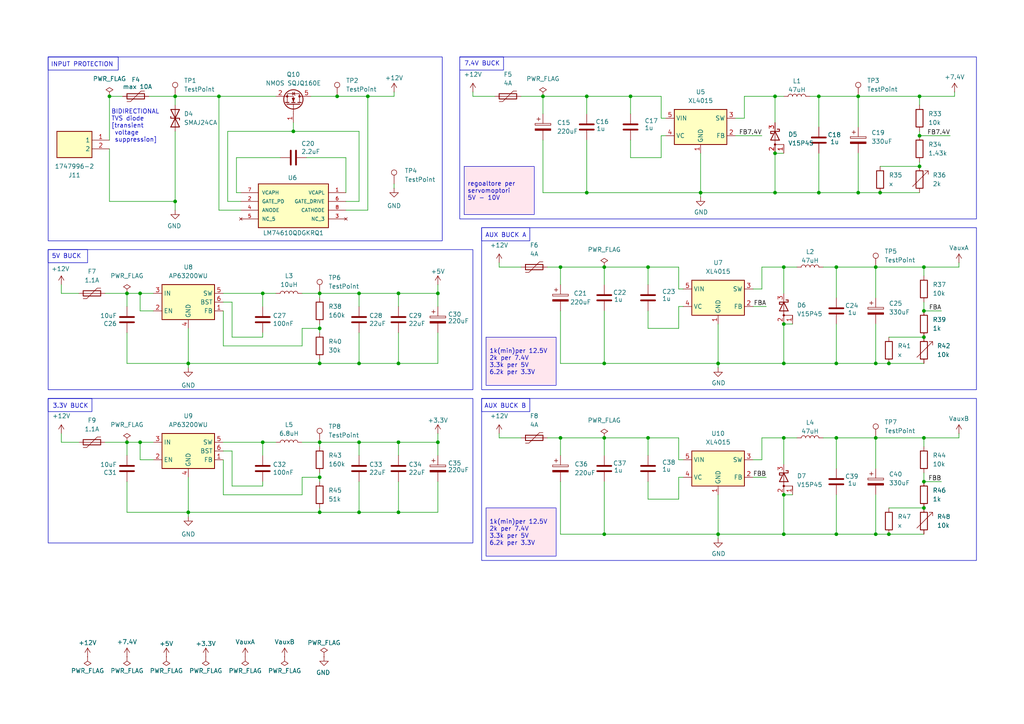
<source format=kicad_sch>
(kicad_sch
	(version 20250114)
	(generator "eeschema")
	(generator_version "9.0")
	(uuid "953086fa-c3ab-4cb2-ae4d-3ea7d054a997")
	(paper "A4")
	(lib_symbols
		(symbol "+12V_1"
			(power)
			(pin_numbers
				(hide yes)
			)
			(pin_names
				(offset 0)
				(hide yes)
			)
			(exclude_from_sim no)
			(in_bom yes)
			(on_board yes)
			(property "Reference" "#PWR"
				(at 0 -3.81 0)
				(effects
					(font
						(size 1.27 1.27)
					)
					(hide yes)
				)
			)
			(property "Value" "+12V"
				(at 0 3.556 0)
				(effects
					(font
						(size 1.27 1.27)
					)
				)
			)
			(property "Footprint" ""
				(at 0 0 0)
				(effects
					(font
						(size 1.27 1.27)
					)
					(hide yes)
				)
			)
			(property "Datasheet" ""
				(at 0 0 0)
				(effects
					(font
						(size 1.27 1.27)
					)
					(hide yes)
				)
			)
			(property "Description" "Power symbol creates a global label with name \"+12V\""
				(at 0 0 0)
				(effects
					(font
						(size 1.27 1.27)
					)
					(hide yes)
				)
			)
			(property "ki_keywords" "global power"
				(at 0 0 0)
				(effects
					(font
						(size 1.27 1.27)
					)
					(hide yes)
				)
			)
			(symbol "+12V_1_0_1"
				(polyline
					(pts
						(xy -0.762 1.27) (xy 0 2.54)
					)
					(stroke
						(width 0)
						(type default)
					)
					(fill
						(type none)
					)
				)
				(polyline
					(pts
						(xy 0 2.54) (xy 0.762 1.27)
					)
					(stroke
						(width 0)
						(type default)
					)
					(fill
						(type none)
					)
				)
				(polyline
					(pts
						(xy 0 0) (xy 0 2.54)
					)
					(stroke
						(width 0)
						(type default)
					)
					(fill
						(type none)
					)
				)
			)
			(symbol "+12V_1_1_1"
				(pin power_in line
					(at 0 0 90)
					(length 0)
					(name "~"
						(effects
							(font
								(size 1.27 1.27)
							)
						)
					)
					(number "1"
						(effects
							(font
								(size 1.27 1.27)
							)
						)
					)
				)
			)
			(embedded_fonts no)
		)
		(symbol "+12V_2"
			(power)
			(pin_numbers
				(hide yes)
			)
			(pin_names
				(offset 0)
				(hide yes)
			)
			(exclude_from_sim no)
			(in_bom yes)
			(on_board yes)
			(property "Reference" "#PWR"
				(at 0 -3.81 0)
				(effects
					(font
						(size 1.27 1.27)
					)
					(hide yes)
				)
			)
			(property "Value" "+12V"
				(at 0 3.556 0)
				(effects
					(font
						(size 1.27 1.27)
					)
				)
			)
			(property "Footprint" ""
				(at 0 0 0)
				(effects
					(font
						(size 1.27 1.27)
					)
					(hide yes)
				)
			)
			(property "Datasheet" ""
				(at 0 0 0)
				(effects
					(font
						(size 1.27 1.27)
					)
					(hide yes)
				)
			)
			(property "Description" "Power symbol creates a global label with name \"+12V\""
				(at 0 0 0)
				(effects
					(font
						(size 1.27 1.27)
					)
					(hide yes)
				)
			)
			(property "ki_keywords" "global power"
				(at 0 0 0)
				(effects
					(font
						(size 1.27 1.27)
					)
					(hide yes)
				)
			)
			(symbol "+12V_2_0_1"
				(polyline
					(pts
						(xy -0.762 1.27) (xy 0 2.54)
					)
					(stroke
						(width 0)
						(type default)
					)
					(fill
						(type none)
					)
				)
				(polyline
					(pts
						(xy 0 2.54) (xy 0.762 1.27)
					)
					(stroke
						(width 0)
						(type default)
					)
					(fill
						(type none)
					)
				)
				(polyline
					(pts
						(xy 0 0) (xy 0 2.54)
					)
					(stroke
						(width 0)
						(type default)
					)
					(fill
						(type none)
					)
				)
			)
			(symbol "+12V_2_1_1"
				(pin power_in line
					(at 0 0 90)
					(length 0)
					(name "~"
						(effects
							(font
								(size 1.27 1.27)
							)
						)
					)
					(number "1"
						(effects
							(font
								(size 1.27 1.27)
							)
						)
					)
				)
			)
			(embedded_fonts no)
		)
		(symbol "+12V_3"
			(power)
			(pin_numbers
				(hide yes)
			)
			(pin_names
				(offset 0)
				(hide yes)
			)
			(exclude_from_sim no)
			(in_bom yes)
			(on_board yes)
			(property "Reference" "#PWR"
				(at 0 -3.81 0)
				(effects
					(font
						(size 1.27 1.27)
					)
					(hide yes)
				)
			)
			(property "Value" "+12V"
				(at 0 3.556 0)
				(effects
					(font
						(size 1.27 1.27)
					)
				)
			)
			(property "Footprint" ""
				(at 0 0 0)
				(effects
					(font
						(size 1.27 1.27)
					)
					(hide yes)
				)
			)
			(property "Datasheet" ""
				(at 0 0 0)
				(effects
					(font
						(size 1.27 1.27)
					)
					(hide yes)
				)
			)
			(property "Description" "Power symbol creates a global label with name \"+12V\""
				(at 0 0 0)
				(effects
					(font
						(size 1.27 1.27)
					)
					(hide yes)
				)
			)
			(property "ki_keywords" "global power"
				(at 0 0 0)
				(effects
					(font
						(size 1.27 1.27)
					)
					(hide yes)
				)
			)
			(symbol "+12V_3_0_1"
				(polyline
					(pts
						(xy -0.762 1.27) (xy 0 2.54)
					)
					(stroke
						(width 0)
						(type default)
					)
					(fill
						(type none)
					)
				)
				(polyline
					(pts
						(xy 0 2.54) (xy 0.762 1.27)
					)
					(stroke
						(width 0)
						(type default)
					)
					(fill
						(type none)
					)
				)
				(polyline
					(pts
						(xy 0 0) (xy 0 2.54)
					)
					(stroke
						(width 0)
						(type default)
					)
					(fill
						(type none)
					)
				)
			)
			(symbol "+12V_3_1_1"
				(pin power_in line
					(at 0 0 90)
					(length 0)
					(name "~"
						(effects
							(font
								(size 1.27 1.27)
							)
						)
					)
					(number "1"
						(effects
							(font
								(size 1.27 1.27)
							)
						)
					)
				)
			)
			(embedded_fonts no)
		)
		(symbol "+12V_4"
			(power)
			(pin_numbers
				(hide yes)
			)
			(pin_names
				(offset 0)
				(hide yes)
			)
			(exclude_from_sim no)
			(in_bom yes)
			(on_board yes)
			(property "Reference" "#PWR"
				(at 0 -3.81 0)
				(effects
					(font
						(size 1.27 1.27)
					)
					(hide yes)
				)
			)
			(property "Value" "+12V"
				(at 0 3.556 0)
				(effects
					(font
						(size 1.27 1.27)
					)
				)
			)
			(property "Footprint" ""
				(at 0 0 0)
				(effects
					(font
						(size 1.27 1.27)
					)
					(hide yes)
				)
			)
			(property "Datasheet" ""
				(at 0 0 0)
				(effects
					(font
						(size 1.27 1.27)
					)
					(hide yes)
				)
			)
			(property "Description" "Power symbol creates a global label with name \"+12V\""
				(at 0 0 0)
				(effects
					(font
						(size 1.27 1.27)
					)
					(hide yes)
				)
			)
			(property "ki_keywords" "global power"
				(at 0 0 0)
				(effects
					(font
						(size 1.27 1.27)
					)
					(hide yes)
				)
			)
			(symbol "+12V_4_0_1"
				(polyline
					(pts
						(xy -0.762 1.27) (xy 0 2.54)
					)
					(stroke
						(width 0)
						(type default)
					)
					(fill
						(type none)
					)
				)
				(polyline
					(pts
						(xy 0 2.54) (xy 0.762 1.27)
					)
					(stroke
						(width 0)
						(type default)
					)
					(fill
						(type none)
					)
				)
				(polyline
					(pts
						(xy 0 0) (xy 0 2.54)
					)
					(stroke
						(width 0)
						(type default)
					)
					(fill
						(type none)
					)
				)
			)
			(symbol "+12V_4_1_1"
				(pin power_in line
					(at 0 0 90)
					(length 0)
					(name "~"
						(effects
							(font
								(size 1.27 1.27)
							)
						)
					)
					(number "1"
						(effects
							(font
								(size 1.27 1.27)
							)
						)
					)
				)
			)
			(embedded_fonts no)
		)
		(symbol "+12V_5"
			(power)
			(pin_numbers
				(hide yes)
			)
			(pin_names
				(offset 0)
				(hide yes)
			)
			(exclude_from_sim no)
			(in_bom yes)
			(on_board yes)
			(property "Reference" "#PWR"
				(at 0 -3.81 0)
				(effects
					(font
						(size 1.27 1.27)
					)
					(hide yes)
				)
			)
			(property "Value" "+12V"
				(at 0 3.556 0)
				(effects
					(font
						(size 1.27 1.27)
					)
				)
			)
			(property "Footprint" ""
				(at 0 0 0)
				(effects
					(font
						(size 1.27 1.27)
					)
					(hide yes)
				)
			)
			(property "Datasheet" ""
				(at 0 0 0)
				(effects
					(font
						(size 1.27 1.27)
					)
					(hide yes)
				)
			)
			(property "Description" "Power symbol creates a global label with name \"+12V\""
				(at 0 0 0)
				(effects
					(font
						(size 1.27 1.27)
					)
					(hide yes)
				)
			)
			(property "ki_keywords" "global power"
				(at 0 0 0)
				(effects
					(font
						(size 1.27 1.27)
					)
					(hide yes)
				)
			)
			(symbol "+12V_5_0_1"
				(polyline
					(pts
						(xy -0.762 1.27) (xy 0 2.54)
					)
					(stroke
						(width 0)
						(type default)
					)
					(fill
						(type none)
					)
				)
				(polyline
					(pts
						(xy 0 2.54) (xy 0.762 1.27)
					)
					(stroke
						(width 0)
						(type default)
					)
					(fill
						(type none)
					)
				)
				(polyline
					(pts
						(xy 0 0) (xy 0 2.54)
					)
					(stroke
						(width 0)
						(type default)
					)
					(fill
						(type none)
					)
				)
			)
			(symbol "+12V_5_1_1"
				(pin power_in line
					(at 0 0 90)
					(length 0)
					(name "~"
						(effects
							(font
								(size 1.27 1.27)
							)
						)
					)
					(number "1"
						(effects
							(font
								(size 1.27 1.27)
							)
						)
					)
				)
			)
			(embedded_fonts no)
		)
		(symbol "+12V_6"
			(power)
			(pin_numbers
				(hide yes)
			)
			(pin_names
				(offset 0)
				(hide yes)
			)
			(exclude_from_sim no)
			(in_bom yes)
			(on_board yes)
			(property "Reference" "#PWR"
				(at 0 -3.81 0)
				(effects
					(font
						(size 1.27 1.27)
					)
					(hide yes)
				)
			)
			(property "Value" "+12V"
				(at 0 3.556 0)
				(effects
					(font
						(size 1.27 1.27)
					)
				)
			)
			(property "Footprint" ""
				(at 0 0 0)
				(effects
					(font
						(size 1.27 1.27)
					)
					(hide yes)
				)
			)
			(property "Datasheet" ""
				(at 0 0 0)
				(effects
					(font
						(size 1.27 1.27)
					)
					(hide yes)
				)
			)
			(property "Description" "Power symbol creates a global label with name \"+12V\""
				(at 0 0 0)
				(effects
					(font
						(size 1.27 1.27)
					)
					(hide yes)
				)
			)
			(property "ki_keywords" "global power"
				(at 0 0 0)
				(effects
					(font
						(size 1.27 1.27)
					)
					(hide yes)
				)
			)
			(symbol "+12V_6_0_1"
				(polyline
					(pts
						(xy -0.762 1.27) (xy 0 2.54)
					)
					(stroke
						(width 0)
						(type default)
					)
					(fill
						(type none)
					)
				)
				(polyline
					(pts
						(xy 0 2.54) (xy 0.762 1.27)
					)
					(stroke
						(width 0)
						(type default)
					)
					(fill
						(type none)
					)
				)
				(polyline
					(pts
						(xy 0 0) (xy 0 2.54)
					)
					(stroke
						(width 0)
						(type default)
					)
					(fill
						(type none)
					)
				)
			)
			(symbol "+12V_6_1_1"
				(pin power_in line
					(at 0 0 90)
					(length 0)
					(name "~"
						(effects
							(font
								(size 1.27 1.27)
							)
						)
					)
					(number "1"
						(effects
							(font
								(size 1.27 1.27)
							)
						)
					)
				)
			)
			(embedded_fonts no)
		)
		(symbol "Connector:TestPoint"
			(pin_numbers
				(hide yes)
			)
			(pin_names
				(offset 0.762)
				(hide yes)
			)
			(exclude_from_sim no)
			(in_bom yes)
			(on_board yes)
			(property "Reference" "TP"
				(at 0 6.858 0)
				(effects
					(font
						(size 1.27 1.27)
					)
				)
			)
			(property "Value" "TestPoint"
				(at 0 5.08 0)
				(effects
					(font
						(size 1.27 1.27)
					)
				)
			)
			(property "Footprint" ""
				(at 5.08 0 0)
				(effects
					(font
						(size 1.27 1.27)
					)
					(hide yes)
				)
			)
			(property "Datasheet" "~"
				(at 5.08 0 0)
				(effects
					(font
						(size 1.27 1.27)
					)
					(hide yes)
				)
			)
			(property "Description" "test point"
				(at 0 0 0)
				(effects
					(font
						(size 1.27 1.27)
					)
					(hide yes)
				)
			)
			(property "ki_keywords" "test point tp"
				(at 0 0 0)
				(effects
					(font
						(size 1.27 1.27)
					)
					(hide yes)
				)
			)
			(property "ki_fp_filters" "Pin* Test*"
				(at 0 0 0)
				(effects
					(font
						(size 1.27 1.27)
					)
					(hide yes)
				)
			)
			(symbol "TestPoint_0_1"
				(circle
					(center 0 3.302)
					(radius 0.762)
					(stroke
						(width 0)
						(type default)
					)
					(fill
						(type none)
					)
				)
			)
			(symbol "TestPoint_1_1"
				(pin passive line
					(at 0 0 90)
					(length 2.54)
					(name "1"
						(effects
							(font
								(size 1.27 1.27)
							)
						)
					)
					(number "1"
						(effects
							(font
								(size 1.27 1.27)
							)
						)
					)
				)
			)
			(embedded_fonts no)
		)
		(symbol "Connettore_batteria_TE_1747996-2:1747996-2"
			(exclude_from_sim no)
			(in_bom yes)
			(on_board yes)
			(property "Reference" "J"
				(at 16.51 7.62 0)
				(effects
					(font
						(size 1.27 1.27)
					)
					(justify left top)
				)
			)
			(property "Value" "1747996-2"
				(at 16.51 5.08 0)
				(effects
					(font
						(size 1.27 1.27)
					)
					(justify left top)
				)
			)
			(property "Footprint" "ConnettoriTE:Connettore_batteria_TE_17479962"
				(at 16.51 -94.92 0)
				(effects
					(font
						(size 1.27 1.27)
					)
					(justify left top)
					(hide yes)
				)
			)
			(property "Datasheet" "https://www.te.com/commerce/DocumentDelivery/DDEController?Action=srchrtrv&DocNm=1747996&DocType=Customer+Drawing&DocLang=English"
				(at 16.51 -194.92 0)
				(effects
					(font
						(size 1.27 1.27)
					)
					(justify left top)
					(hide yes)
				)
			)
			(property "Description" "GHC EYELET 12.4 2POS HEADER ASSY RED"
				(at 0 0 0)
				(effects
					(font
						(size 1.27 1.27)
					)
					(hide yes)
				)
			)
			(property "Height" "18.2"
				(at 16.51 -394.92 0)
				(effects
					(font
						(size 1.27 1.27)
					)
					(justify left top)
					(hide yes)
				)
			)
			(property "Mouser Part Number" "571-1747996-2"
				(at 16.51 -494.92 0)
				(effects
					(font
						(size 1.27 1.27)
					)
					(justify left top)
					(hide yes)
				)
			)
			(property "Mouser Price/Stock" "https://www.mouser.co.uk/ProductDetail/TE-Connectivity/1747996-2?qs=WBj8811fzwEwszzd7MsEqQ%3D%3D"
				(at 16.51 -594.92 0)
				(effects
					(font
						(size 1.27 1.27)
					)
					(justify left top)
					(hide yes)
				)
			)
			(property "Manufacturer_Name" "TE Connectivity"
				(at 16.51 -694.92 0)
				(effects
					(font
						(size 1.27 1.27)
					)
					(justify left top)
					(hide yes)
				)
			)
			(property "Manufacturer_Part_Number" "1747996-2"
				(at 16.51 -794.92 0)
				(effects
					(font
						(size 1.27 1.27)
					)
					(justify left top)
					(hide yes)
				)
			)
			(symbol "1747996-2_1_1"
				(rectangle
					(start 5.08 2.54)
					(end 15.24 -5.08)
					(stroke
						(width 0.254)
						(type default)
					)
					(fill
						(type background)
					)
				)
				(pin passive line
					(at 0 0 0)
					(length 5.08)
					(name "1"
						(effects
							(font
								(size 1.27 1.27)
							)
						)
					)
					(number "1"
						(effects
							(font
								(size 1.27 1.27)
							)
						)
					)
				)
				(pin passive line
					(at 0 -2.54 0)
					(length 5.08)
					(name "2"
						(effects
							(font
								(size 1.27 1.27)
							)
						)
					)
					(number "2"
						(effects
							(font
								(size 1.27 1.27)
							)
						)
					)
				)
			)
			(embedded_fonts no)
		)
		(symbol "Device:C"
			(pin_numbers
				(hide yes)
			)
			(pin_names
				(offset 0.254)
			)
			(exclude_from_sim no)
			(in_bom yes)
			(on_board yes)
			(property "Reference" "C"
				(at 0.635 2.54 0)
				(effects
					(font
						(size 1.27 1.27)
					)
					(justify left)
				)
			)
			(property "Value" "C"
				(at 0.635 -2.54 0)
				(effects
					(font
						(size 1.27 1.27)
					)
					(justify left)
				)
			)
			(property "Footprint" ""
				(at 0.9652 -3.81 0)
				(effects
					(font
						(size 1.27 1.27)
					)
					(hide yes)
				)
			)
			(property "Datasheet" "~"
				(at 0 0 0)
				(effects
					(font
						(size 1.27 1.27)
					)
					(hide yes)
				)
			)
			(property "Description" "Unpolarized capacitor"
				(at 0 0 0)
				(effects
					(font
						(size 1.27 1.27)
					)
					(hide yes)
				)
			)
			(property "ki_keywords" "cap capacitor"
				(at 0 0 0)
				(effects
					(font
						(size 1.27 1.27)
					)
					(hide yes)
				)
			)
			(property "ki_fp_filters" "C_*"
				(at 0 0 0)
				(effects
					(font
						(size 1.27 1.27)
					)
					(hide yes)
				)
			)
			(symbol "C_0_1"
				(polyline
					(pts
						(xy -2.032 0.762) (xy 2.032 0.762)
					)
					(stroke
						(width 0.508)
						(type default)
					)
					(fill
						(type none)
					)
				)
				(polyline
					(pts
						(xy -2.032 -0.762) (xy 2.032 -0.762)
					)
					(stroke
						(width 0.508)
						(type default)
					)
					(fill
						(type none)
					)
				)
			)
			(symbol "C_1_1"
				(pin passive line
					(at 0 3.81 270)
					(length 2.794)
					(name "~"
						(effects
							(font
								(size 1.27 1.27)
							)
						)
					)
					(number "1"
						(effects
							(font
								(size 1.27 1.27)
							)
						)
					)
				)
				(pin passive line
					(at 0 -3.81 90)
					(length 2.794)
					(name "~"
						(effects
							(font
								(size 1.27 1.27)
							)
						)
					)
					(number "2"
						(effects
							(font
								(size 1.27 1.27)
							)
						)
					)
				)
			)
			(embedded_fonts no)
		)
		(symbol "Device:C_Polarized"
			(pin_numbers
				(hide yes)
			)
			(pin_names
				(offset 0.254)
			)
			(exclude_from_sim no)
			(in_bom yes)
			(on_board yes)
			(property "Reference" "C"
				(at 0.635 2.54 0)
				(effects
					(font
						(size 1.27 1.27)
					)
					(justify left)
				)
			)
			(property "Value" "C_Polarized"
				(at 0.635 -2.54 0)
				(effects
					(font
						(size 1.27 1.27)
					)
					(justify left)
				)
			)
			(property "Footprint" ""
				(at 0.9652 -3.81 0)
				(effects
					(font
						(size 1.27 1.27)
					)
					(hide yes)
				)
			)
			(property "Datasheet" "~"
				(at 0 0 0)
				(effects
					(font
						(size 1.27 1.27)
					)
					(hide yes)
				)
			)
			(property "Description" "Polarized capacitor"
				(at 0 0 0)
				(effects
					(font
						(size 1.27 1.27)
					)
					(hide yes)
				)
			)
			(property "ki_keywords" "cap capacitor"
				(at 0 0 0)
				(effects
					(font
						(size 1.27 1.27)
					)
					(hide yes)
				)
			)
			(property "ki_fp_filters" "CP_*"
				(at 0 0 0)
				(effects
					(font
						(size 1.27 1.27)
					)
					(hide yes)
				)
			)
			(symbol "C_Polarized_0_1"
				(rectangle
					(start -2.286 0.508)
					(end 2.286 1.016)
					(stroke
						(width 0)
						(type default)
					)
					(fill
						(type none)
					)
				)
				(polyline
					(pts
						(xy -1.778 2.286) (xy -0.762 2.286)
					)
					(stroke
						(width 0)
						(type default)
					)
					(fill
						(type none)
					)
				)
				(polyline
					(pts
						(xy -1.27 2.794) (xy -1.27 1.778)
					)
					(stroke
						(width 0)
						(type default)
					)
					(fill
						(type none)
					)
				)
				(rectangle
					(start 2.286 -0.508)
					(end -2.286 -1.016)
					(stroke
						(width 0)
						(type default)
					)
					(fill
						(type outline)
					)
				)
			)
			(symbol "C_Polarized_1_1"
				(pin passive line
					(at 0 3.81 270)
					(length 2.794)
					(name "~"
						(effects
							(font
								(size 1.27 1.27)
							)
						)
					)
					(number "1"
						(effects
							(font
								(size 1.27 1.27)
							)
						)
					)
				)
				(pin passive line
					(at 0 -3.81 90)
					(length 2.794)
					(name "~"
						(effects
							(font
								(size 1.27 1.27)
							)
						)
					)
					(number "2"
						(effects
							(font
								(size 1.27 1.27)
							)
						)
					)
				)
			)
			(embedded_fonts no)
		)
		(symbol "Device:D_Schottky_AAK"
			(pin_names
				(offset 0)
				(hide yes)
			)
			(exclude_from_sim no)
			(in_bom yes)
			(on_board yes)
			(property "Reference" "D"
				(at 0 2.54 0)
				(effects
					(font
						(size 1.27 1.27)
					)
				)
			)
			(property "Value" "D_Schottky_AAK"
				(at 0 -2.54 0)
				(effects
					(font
						(size 1.27 1.27)
					)
				)
			)
			(property "Footprint" ""
				(at 0 0 0)
				(effects
					(font
						(size 1.27 1.27)
					)
					(hide yes)
				)
			)
			(property "Datasheet" "~"
				(at 0 0 0)
				(effects
					(font
						(size 1.27 1.27)
					)
					(hide yes)
				)
			)
			(property "Description" "Schottky diode, anode on pins 1 and 2"
				(at 0 0 0)
				(effects
					(font
						(size 1.27 1.27)
					)
					(hide yes)
				)
			)
			(property "ki_keywords" "diode Schottky SCHDPAK"
				(at 0 0 0)
				(effects
					(font
						(size 1.27 1.27)
					)
					(hide yes)
				)
			)
			(property "ki_fp_filters" "TO-???* *_Diode_* *SingleDiode* D_*"
				(at 0 0 0)
				(effects
					(font
						(size 1.27 1.27)
					)
					(hide yes)
				)
			)
			(symbol "D_Schottky_AAK_0_1"
				(polyline
					(pts
						(xy -1.905 0.635) (xy -1.905 1.27) (xy -1.27 1.27) (xy -1.27 -1.27) (xy -0.635 -1.27) (xy -0.635 -0.635)
					)
					(stroke
						(width 0.254)
						(type default)
					)
					(fill
						(type none)
					)
				)
				(polyline
					(pts
						(xy 1.27 1.27) (xy 1.27 -1.27) (xy -1.27 0) (xy 1.27 1.27)
					)
					(stroke
						(width 0.254)
						(type default)
					)
					(fill
						(type none)
					)
				)
				(circle
					(center 2.54 0)
					(radius 0.254)
					(stroke
						(width 0)
						(type default)
					)
					(fill
						(type outline)
					)
				)
				(polyline
					(pts
						(xy 3.81 2.54) (xy 2.54 2.54) (xy 2.54 0) (xy -1.27 0)
					)
					(stroke
						(width 0)
						(type default)
					)
					(fill
						(type none)
					)
				)
			)
			(symbol "D_Schottky_AAK_1_1"
				(pin passive line
					(at -3.81 0 0)
					(length 2.54)
					(name "K"
						(effects
							(font
								(size 1.27 1.27)
							)
						)
					)
					(number "3"
						(effects
							(font
								(size 1.27 1.27)
							)
						)
					)
				)
				(pin passive line
					(at 5.08 2.54 180)
					(length 2.54)
					(name "A"
						(effects
							(font
								(size 1.27 1.27)
							)
						)
					)
					(number "1"
						(effects
							(font
								(size 1.27 1.27)
							)
						)
					)
				)
				(pin passive line
					(at 5.08 0 180)
					(length 2.54)
					(name "A"
						(effects
							(font
								(size 1.27 1.27)
							)
						)
					)
					(number "2"
						(effects
							(font
								(size 1.27 1.27)
							)
						)
					)
				)
			)
			(embedded_fonts no)
		)
		(symbol "Device:D_TVS"
			(pin_numbers
				(hide yes)
			)
			(pin_names
				(offset 1.016)
				(hide yes)
			)
			(exclude_from_sim no)
			(in_bom yes)
			(on_board yes)
			(property "Reference" "D"
				(at 0 2.54 0)
				(effects
					(font
						(size 1.27 1.27)
					)
				)
			)
			(property "Value" "D_TVS"
				(at 0 -2.54 0)
				(effects
					(font
						(size 1.27 1.27)
					)
				)
			)
			(property "Footprint" ""
				(at 0 0 0)
				(effects
					(font
						(size 1.27 1.27)
					)
					(hide yes)
				)
			)
			(property "Datasheet" "~"
				(at 0 0 0)
				(effects
					(font
						(size 1.27 1.27)
					)
					(hide yes)
				)
			)
			(property "Description" "Bidirectional transient-voltage-suppression diode"
				(at 0 0 0)
				(effects
					(font
						(size 1.27 1.27)
					)
					(hide yes)
				)
			)
			(property "ki_keywords" "diode TVS thyrector"
				(at 0 0 0)
				(effects
					(font
						(size 1.27 1.27)
					)
					(hide yes)
				)
			)
			(property "ki_fp_filters" "TO-???* *_Diode_* *SingleDiode* D_*"
				(at 0 0 0)
				(effects
					(font
						(size 1.27 1.27)
					)
					(hide yes)
				)
			)
			(symbol "D_TVS_0_1"
				(polyline
					(pts
						(xy -2.54 1.27) (xy -2.54 -1.27) (xy 2.54 1.27) (xy 2.54 -1.27) (xy -2.54 1.27)
					)
					(stroke
						(width 0.254)
						(type default)
					)
					(fill
						(type none)
					)
				)
				(polyline
					(pts
						(xy 0.508 1.27) (xy 0 1.27) (xy 0 -1.27) (xy -0.508 -1.27)
					)
					(stroke
						(width 0.254)
						(type default)
					)
					(fill
						(type none)
					)
				)
				(polyline
					(pts
						(xy 1.27 0) (xy -1.27 0)
					)
					(stroke
						(width 0)
						(type default)
					)
					(fill
						(type none)
					)
				)
			)
			(symbol "D_TVS_1_1"
				(pin passive line
					(at -3.81 0 0)
					(length 2.54)
					(name "A1"
						(effects
							(font
								(size 1.27 1.27)
							)
						)
					)
					(number "1"
						(effects
							(font
								(size 1.27 1.27)
							)
						)
					)
				)
				(pin passive line
					(at 3.81 0 180)
					(length 2.54)
					(name "A2"
						(effects
							(font
								(size 1.27 1.27)
							)
						)
					)
					(number "2"
						(effects
							(font
								(size 1.27 1.27)
							)
						)
					)
				)
			)
			(embedded_fonts no)
		)
		(symbol "Device:L"
			(pin_numbers
				(hide yes)
			)
			(pin_names
				(offset 1.016)
				(hide yes)
			)
			(exclude_from_sim no)
			(in_bom yes)
			(on_board yes)
			(property "Reference" "L"
				(at -1.27 0 90)
				(effects
					(font
						(size 1.27 1.27)
					)
				)
			)
			(property "Value" "L"
				(at 1.905 0 90)
				(effects
					(font
						(size 1.27 1.27)
					)
				)
			)
			(property "Footprint" ""
				(at 0 0 0)
				(effects
					(font
						(size 1.27 1.27)
					)
					(hide yes)
				)
			)
			(property "Datasheet" "~"
				(at 0 0 0)
				(effects
					(font
						(size 1.27 1.27)
					)
					(hide yes)
				)
			)
			(property "Description" "Inductor"
				(at 0 0 0)
				(effects
					(font
						(size 1.27 1.27)
					)
					(hide yes)
				)
			)
			(property "ki_keywords" "inductor choke coil reactor magnetic"
				(at 0 0 0)
				(effects
					(font
						(size 1.27 1.27)
					)
					(hide yes)
				)
			)
			(property "ki_fp_filters" "Choke_* *Coil* Inductor_* L_*"
				(at 0 0 0)
				(effects
					(font
						(size 1.27 1.27)
					)
					(hide yes)
				)
			)
			(symbol "L_0_1"
				(arc
					(start 0 2.54)
					(mid 0.6323 1.905)
					(end 0 1.27)
					(stroke
						(width 0)
						(type default)
					)
					(fill
						(type none)
					)
				)
				(arc
					(start 0 1.27)
					(mid 0.6323 0.635)
					(end 0 0)
					(stroke
						(width 0)
						(type default)
					)
					(fill
						(type none)
					)
				)
				(arc
					(start 0 0)
					(mid 0.6323 -0.635)
					(end 0 -1.27)
					(stroke
						(width 0)
						(type default)
					)
					(fill
						(type none)
					)
				)
				(arc
					(start 0 -1.27)
					(mid 0.6323 -1.905)
					(end 0 -2.54)
					(stroke
						(width 0)
						(type default)
					)
					(fill
						(type none)
					)
				)
			)
			(symbol "L_1_1"
				(pin passive line
					(at 0 3.81 270)
					(length 1.27)
					(name "1"
						(effects
							(font
								(size 1.27 1.27)
							)
						)
					)
					(number "1"
						(effects
							(font
								(size 1.27 1.27)
							)
						)
					)
				)
				(pin passive line
					(at 0 -3.81 90)
					(length 1.27)
					(name "2"
						(effects
							(font
								(size 1.27 1.27)
							)
						)
					)
					(number "2"
						(effects
							(font
								(size 1.27 1.27)
							)
						)
					)
				)
			)
			(embedded_fonts no)
		)
		(symbol "Device:Polyfuse"
			(pin_numbers
				(hide yes)
			)
			(pin_names
				(offset 0)
			)
			(exclude_from_sim no)
			(in_bom yes)
			(on_board yes)
			(property "Reference" "F"
				(at -2.54 0 90)
				(effects
					(font
						(size 1.27 1.27)
					)
				)
			)
			(property "Value" "Polyfuse"
				(at 2.54 0 90)
				(effects
					(font
						(size 1.27 1.27)
					)
				)
			)
			(property "Footprint" ""
				(at 1.27 -5.08 0)
				(effects
					(font
						(size 1.27 1.27)
					)
					(justify left)
					(hide yes)
				)
			)
			(property "Datasheet" "~"
				(at 0 0 0)
				(effects
					(font
						(size 1.27 1.27)
					)
					(hide yes)
				)
			)
			(property "Description" "Resettable fuse, polymeric positive temperature coefficient"
				(at 0 0 0)
				(effects
					(font
						(size 1.27 1.27)
					)
					(hide yes)
				)
			)
			(property "ki_keywords" "resettable fuse PTC PPTC polyfuse polyswitch"
				(at 0 0 0)
				(effects
					(font
						(size 1.27 1.27)
					)
					(hide yes)
				)
			)
			(property "ki_fp_filters" "*polyfuse* *PTC*"
				(at 0 0 0)
				(effects
					(font
						(size 1.27 1.27)
					)
					(hide yes)
				)
			)
			(symbol "Polyfuse_0_1"
				(polyline
					(pts
						(xy -1.524 2.54) (xy -1.524 1.524) (xy 1.524 -1.524) (xy 1.524 -2.54)
					)
					(stroke
						(width 0)
						(type default)
					)
					(fill
						(type none)
					)
				)
				(rectangle
					(start -0.762 2.54)
					(end 0.762 -2.54)
					(stroke
						(width 0.254)
						(type default)
					)
					(fill
						(type none)
					)
				)
				(polyline
					(pts
						(xy 0 2.54) (xy 0 -2.54)
					)
					(stroke
						(width 0)
						(type default)
					)
					(fill
						(type none)
					)
				)
			)
			(symbol "Polyfuse_1_1"
				(pin passive line
					(at 0 3.81 270)
					(length 1.27)
					(name "~"
						(effects
							(font
								(size 1.27 1.27)
							)
						)
					)
					(number "1"
						(effects
							(font
								(size 1.27 1.27)
							)
						)
					)
				)
				(pin passive line
					(at 0 -3.81 90)
					(length 1.27)
					(name "~"
						(effects
							(font
								(size 1.27 1.27)
							)
						)
					)
					(number "2"
						(effects
							(font
								(size 1.27 1.27)
							)
						)
					)
				)
			)
			(embedded_fonts no)
		)
		(symbol "Device:R"
			(pin_numbers
				(hide yes)
			)
			(pin_names
				(offset 0)
			)
			(exclude_from_sim no)
			(in_bom yes)
			(on_board yes)
			(property "Reference" "R"
				(at 2.032 0 90)
				(effects
					(font
						(size 1.27 1.27)
					)
				)
			)
			(property "Value" "R"
				(at 0 0 90)
				(effects
					(font
						(size 1.27 1.27)
					)
				)
			)
			(property "Footprint" ""
				(at -1.778 0 90)
				(effects
					(font
						(size 1.27 1.27)
					)
					(hide yes)
				)
			)
			(property "Datasheet" "~"
				(at 0 0 0)
				(effects
					(font
						(size 1.27 1.27)
					)
					(hide yes)
				)
			)
			(property "Description" "Resistor"
				(at 0 0 0)
				(effects
					(font
						(size 1.27 1.27)
					)
					(hide yes)
				)
			)
			(property "ki_keywords" "R res resistor"
				(at 0 0 0)
				(effects
					(font
						(size 1.27 1.27)
					)
					(hide yes)
				)
			)
			(property "ki_fp_filters" "R_*"
				(at 0 0 0)
				(effects
					(font
						(size 1.27 1.27)
					)
					(hide yes)
				)
			)
			(symbol "R_0_1"
				(rectangle
					(start -1.016 -2.54)
					(end 1.016 2.54)
					(stroke
						(width 0.254)
						(type default)
					)
					(fill
						(type none)
					)
				)
			)
			(symbol "R_1_1"
				(pin passive line
					(at 0 3.81 270)
					(length 1.27)
					(name "~"
						(effects
							(font
								(size 1.27 1.27)
							)
						)
					)
					(number "1"
						(effects
							(font
								(size 1.27 1.27)
							)
						)
					)
				)
				(pin passive line
					(at 0 -3.81 90)
					(length 1.27)
					(name "~"
						(effects
							(font
								(size 1.27 1.27)
							)
						)
					)
					(number "2"
						(effects
							(font
								(size 1.27 1.27)
							)
						)
					)
				)
			)
			(embedded_fonts no)
		)
		(symbol "Device:R_Variable"
			(pin_numbers
				(hide yes)
			)
			(pin_names
				(offset 0)
			)
			(exclude_from_sim no)
			(in_bom yes)
			(on_board yes)
			(property "Reference" "R"
				(at 2.54 -2.54 90)
				(effects
					(font
						(size 1.27 1.27)
					)
					(justify left)
				)
			)
			(property "Value" "R_Variable"
				(at -2.54 -1.27 90)
				(effects
					(font
						(size 1.27 1.27)
					)
					(justify left)
				)
			)
			(property "Footprint" ""
				(at -1.778 0 90)
				(effects
					(font
						(size 1.27 1.27)
					)
					(hide yes)
				)
			)
			(property "Datasheet" "~"
				(at 0 0 0)
				(effects
					(font
						(size 1.27 1.27)
					)
					(hide yes)
				)
			)
			(property "Description" "Variable resistor"
				(at 0 0 0)
				(effects
					(font
						(size 1.27 1.27)
					)
					(hide yes)
				)
			)
			(property "ki_keywords" "R res resistor variable potentiometer rheostat"
				(at 0 0 0)
				(effects
					(font
						(size 1.27 1.27)
					)
					(hide yes)
				)
			)
			(property "ki_fp_filters" "R_*"
				(at 0 0 0)
				(effects
					(font
						(size 1.27 1.27)
					)
					(hide yes)
				)
			)
			(symbol "R_Variable_0_1"
				(rectangle
					(start -1.016 -2.54)
					(end 1.016 2.54)
					(stroke
						(width 0.254)
						(type default)
					)
					(fill
						(type none)
					)
				)
				(polyline
					(pts
						(xy 2.54 1.524) (xy 2.54 2.54) (xy 1.524 2.54) (xy 2.54 2.54) (xy -2.032 -2.032)
					)
					(stroke
						(width 0)
						(type default)
					)
					(fill
						(type none)
					)
				)
			)
			(symbol "R_Variable_1_1"
				(pin passive line
					(at 0 3.81 270)
					(length 1.27)
					(name "~"
						(effects
							(font
								(size 1.27 1.27)
							)
						)
					)
					(number "1"
						(effects
							(font
								(size 1.27 1.27)
							)
						)
					)
				)
				(pin passive line
					(at 0 -3.81 90)
					(length 1.27)
					(name "~"
						(effects
							(font
								(size 1.27 1.27)
							)
						)
					)
					(number "2"
						(effects
							(font
								(size 1.27 1.27)
							)
						)
					)
				)
			)
			(embedded_fonts no)
		)
		(symbol "LM74610QDGKRQ1:LM74610QDGKRQ1"
			(pin_names
				(offset 1.016)
			)
			(exclude_from_sim no)
			(in_bom yes)
			(on_board yes)
			(property "Reference" "U"
				(at -22.86 13.97 0)
				(effects
					(font
						(size 1.27 1.27)
					)
					(justify left bottom)
					(hide yes)
				)
			)
			(property "Value" "LM74610QDGKRQ1"
				(at -22.86 -16.51 0)
				(effects
					(font
						(size 1.27 1.27)
					)
					(justify left top)
					(hide yes)
				)
			)
			(property "Footprint" "Regulators:SOP65P490X110-8N"
				(at 0 0 0)
				(effects
					(font
						(size 1.27 1.27)
					)
					(justify bottom)
					(hide yes)
				)
			)
			(property "Datasheet" ""
				(at 0 0 0)
				(effects
					(font
						(size 1.27 1.27)
					)
					(hide yes)
				)
			)
			(property "Description" ""
				(at 0 0 0)
				(effects
					(font
						(size 1.27 1.27)
					)
					(hide yes)
				)
			)
			(property "MF" "Texas Instruments"
				(at 0 0 0)
				(effects
					(font
						(size 1.27 1.27)
					)
					(justify bottom)
					(hide yes)
				)
			)
			(property "MAXIMUM_PACKAGE_HEIGHT" "1.10 mm"
				(at 0 0 0)
				(effects
					(font
						(size 1.27 1.27)
					)
					(justify bottom)
					(hide yes)
				)
			)
			(property "Package" "VSSOP-8 Texas Instruments"
				(at 0 0 0)
				(effects
					(font
						(size 1.27 1.27)
					)
					(justify bottom)
					(hide yes)
				)
			)
			(property "Price" "None"
				(at 0 0 0)
				(effects
					(font
						(size 1.27 1.27)
					)
					(justify bottom)
					(hide yes)
				)
			)
			(property "Check_prices" "https://www.snapeda.com/parts/LM74610QDGKRQ1/Texas+Instruments/view-part/?ref=eda"
				(at 0 0 0)
				(effects
					(font
						(size 1.27 1.27)
					)
					(justify bottom)
					(hide yes)
				)
			)
			(property "STANDARD" "IPC-7351B"
				(at 0 0 0)
				(effects
					(font
						(size 1.27 1.27)
					)
					(justify bottom)
					(hide yes)
				)
			)
			(property "PARTREV" "B"
				(at 0 0 0)
				(effects
					(font
						(size 1.27 1.27)
					)
					(justify bottom)
					(hide yes)
				)
			)
			(property "SnapEDA_Link" "https://www.snapeda.com/parts/LM74610QDGKRQ1/Texas+Instruments/view-part/?ref=snap"
				(at 0 0 0)
				(effects
					(font
						(size 1.27 1.27)
					)
					(justify bottom)
					(hide yes)
				)
			)
			(property "MP" "LM74610QDGKRQ1"
				(at 0 0 0)
				(effects
					(font
						(size 1.27 1.27)
					)
					(justify bottom)
					(hide yes)
				)
			)
			(property "Description_1" "0.48-V to 42-V, zero IQ automotive ideal diode controller"
				(at 0 0 0)
				(effects
					(font
						(size 1.27 1.27)
					)
					(justify bottom)
					(hide yes)
				)
			)
			(property "Availability" "In Stock"
				(at 0 0 0)
				(effects
					(font
						(size 1.27 1.27)
					)
					(justify bottom)
					(hide yes)
				)
			)
			(property "MANUFACTURER" "Texas Instruments"
				(at 0 0 0)
				(effects
					(font
						(size 1.27 1.27)
					)
					(justify bottom)
					(hide yes)
				)
			)
			(symbol "LM74610QDGKRQ1_0_0"
				(rectangle
					(start -8.89 6.35)
					(end 11.43 -6.35)
					(stroke
						(width 0.254)
						(type default)
					)
					(fill
						(type background)
					)
				)
				(pin output line
					(at -13.97 3.81 0)
					(length 5.08)
					(name "VCAPH"
						(effects
							(font
								(size 1.016 1.016)
							)
						)
					)
					(number "7"
						(effects
							(font
								(size 1.016 1.016)
							)
						)
					)
				)
				(pin bidirectional line
					(at -13.97 -1.27 0)
					(length 5.08)
					(name "ANODE"
						(effects
							(font
								(size 1.016 1.016)
							)
						)
					)
					(number "4"
						(effects
							(font
								(size 1.016 1.016)
							)
						)
					)
				)
				(pin no_connect line
					(at -13.97 -3.81 0)
					(length 5.08)
					(name "NC_5"
						(effects
							(font
								(size 1.016 1.016)
							)
						)
					)
					(number "5"
						(effects
							(font
								(size 1.016 1.016)
							)
						)
					)
				)
				(pin output line
					(at 16.51 3.81 180)
					(length 5.08)
					(name "VCAPL"
						(effects
							(font
								(size 1.016 1.016)
							)
						)
					)
					(number "1"
						(effects
							(font
								(size 1.016 1.016)
							)
						)
					)
				)
				(pin output line
					(at 16.51 1.27 180)
					(length 5.08)
					(name "GATE_DRIVE"
						(effects
							(font
								(size 1.016 1.016)
							)
						)
					)
					(number "6"
						(effects
							(font
								(size 1.016 1.016)
							)
						)
					)
				)
				(pin bidirectional line
					(at 16.51 -1.27 180)
					(length 5.08)
					(name "CATHODE"
						(effects
							(font
								(size 1.016 1.016)
							)
						)
					)
					(number "8"
						(effects
							(font
								(size 1.016 1.016)
							)
						)
					)
				)
				(pin no_connect line
					(at 16.51 -3.81 180)
					(length 5.08)
					(name "NC_3"
						(effects
							(font
								(size 1.016 1.016)
							)
						)
					)
					(number "3"
						(effects
							(font
								(size 1.016 1.016)
							)
						)
					)
				)
			)
			(symbol "LM74610QDGKRQ1_1_0"
				(pin bidirectional line
					(at -13.97 1.27 0)
					(length 5.08)
					(name "GATE_PD"
						(effects
							(font
								(size 1.016 1.016)
							)
						)
					)
					(number "2"
						(effects
							(font
								(size 1.016 1.016)
							)
						)
					)
				)
			)
			(embedded_fonts no)
		)
		(symbol "Regulator_Switching:AP63200WU"
			(exclude_from_sim no)
			(in_bom yes)
			(on_board yes)
			(property "Reference" "U"
				(at -7.62 6.35 0)
				(effects
					(font
						(size 1.27 1.27)
					)
				)
			)
			(property "Value" "AP63200WU"
				(at 2.54 6.35 0)
				(effects
					(font
						(size 1.27 1.27)
					)
				)
			)
			(property "Footprint" "Package_TO_SOT_SMD:TSOT-23-6"
				(at 0 -22.86 0)
				(effects
					(font
						(size 1.27 1.27)
					)
					(hide yes)
				)
			)
			(property "Datasheet" "https://www.diodes.com/assets/Datasheets/AP63200-AP63201-AP63203-AP63205.pdf"
				(at 0 0 0)
				(effects
					(font
						(size 1.27 1.27)
					)
					(hide yes)
				)
			)
			(property "Description" "2A, 500kHz Buck DC/DC Converter, adjustable output voltage, TSOT-23-6"
				(at 0 0 0)
				(effects
					(font
						(size 1.27 1.27)
					)
					(hide yes)
				)
			)
			(property "ki_keywords" "2A Buck DC/DC"
				(at 0 0 0)
				(effects
					(font
						(size 1.27 1.27)
					)
					(hide yes)
				)
			)
			(property "ki_fp_filters" "TSOT?23*"
				(at 0 0 0)
				(effects
					(font
						(size 1.27 1.27)
					)
					(hide yes)
				)
			)
			(symbol "AP63200WU_0_1"
				(rectangle
					(start -7.62 5.08)
					(end 7.62 -5.08)
					(stroke
						(width 0.254)
						(type default)
					)
					(fill
						(type background)
					)
				)
			)
			(symbol "AP63200WU_1_1"
				(pin power_in line
					(at -10.16 2.54 0)
					(length 2.54)
					(name "IN"
						(effects
							(font
								(size 1.27 1.27)
							)
						)
					)
					(number "3"
						(effects
							(font
								(size 1.27 1.27)
							)
						)
					)
				)
				(pin input line
					(at -10.16 -2.54 0)
					(length 2.54)
					(name "EN"
						(effects
							(font
								(size 1.27 1.27)
							)
						)
					)
					(number "2"
						(effects
							(font
								(size 1.27 1.27)
							)
						)
					)
				)
				(pin power_in line
					(at 0 -7.62 90)
					(length 2.54)
					(name "GND"
						(effects
							(font
								(size 1.27 1.27)
							)
						)
					)
					(number "4"
						(effects
							(font
								(size 1.27 1.27)
							)
						)
					)
				)
				(pin output line
					(at 10.16 2.54 180)
					(length 2.54)
					(name "SW"
						(effects
							(font
								(size 1.27 1.27)
							)
						)
					)
					(number "5"
						(effects
							(font
								(size 1.27 1.27)
							)
						)
					)
				)
				(pin passive line
					(at 10.16 0 180)
					(length 2.54)
					(name "BST"
						(effects
							(font
								(size 1.27 1.27)
							)
						)
					)
					(number "6"
						(effects
							(font
								(size 1.27 1.27)
							)
						)
					)
				)
				(pin input line
					(at 10.16 -2.54 180)
					(length 2.54)
					(name "FB"
						(effects
							(font
								(size 1.27 1.27)
							)
						)
					)
					(number "1"
						(effects
							(font
								(size 1.27 1.27)
							)
						)
					)
				)
			)
			(embedded_fonts no)
		)
		(symbol "Regulator_Switching:XL4015"
			(exclude_from_sim no)
			(in_bom yes)
			(on_board yes)
			(property "Reference" "U?"
				(at -6.35 6.35 0)
				(effects
					(font
						(size 1.27 1.27)
					)
				)
			)
			(property "Value" "XL4015"
				(at 6.35 6.35 0)
				(effects
					(font
						(size 1.27 1.27)
					)
				)
			)
			(property "Footprint" "Package_TO_SOT_SMD:TO-263-5_TabPin3"
				(at 21.59 -7.62 0)
				(effects
					(font
						(size 1.27 1.27)
					)
					(hide yes)
				)
			)
			(property "Datasheet" "http://www.xlsemi.net/datasheet/XL4015%20datasheet-English.pdf"
				(at 0 0 0)
				(effects
					(font
						(size 1.27 1.27)
					)
					(hide yes)
				)
			)
			(property "Description" "5A 180kHz 36V Buck DC to DC Converter"
				(at 0 0 0)
				(effects
					(font
						(size 1.27 1.27)
					)
					(hide yes)
				)
			)
			(property "ki_keywords" "Buck DC-DC"
				(at 0 0 0)
				(effects
					(font
						(size 1.27 1.27)
					)
					(hide yes)
				)
			)
			(property "ki_fp_filters" "TO?263*"
				(at 0 0 0)
				(effects
					(font
						(size 1.27 1.27)
					)
					(hide yes)
				)
			)
			(symbol "XL4015_0_1"
				(rectangle
					(start -7.62 5.08)
					(end 7.62 -5.08)
					(stroke
						(width 0.254)
						(type default)
					)
					(fill
						(type background)
					)
				)
			)
			(symbol "XL4015_1_1"
				(pin power_in line
					(at -10.16 2.54 0)
					(length 2.54)
					(name "VIN"
						(effects
							(font
								(size 1.27 1.27)
							)
						)
					)
					(number "5"
						(effects
							(font
								(size 1.27 1.27)
							)
						)
					)
				)
				(pin input line
					(at -10.16 -2.54 0)
					(length 2.54)
					(name "VC"
						(effects
							(font
								(size 1.27 1.27)
							)
						)
					)
					(number "4"
						(effects
							(font
								(size 1.27 1.27)
							)
						)
					)
				)
				(pin power_in line
					(at 0 -7.62 90)
					(length 2.54)
					(name "GND"
						(effects
							(font
								(size 1.27 1.27)
							)
						)
					)
					(number "1"
						(effects
							(font
								(size 1.27 1.27)
							)
						)
					)
				)
				(pin power_out line
					(at 10.16 2.54 180)
					(length 2.54)
					(name "SW"
						(effects
							(font
								(size 1.27 1.27)
							)
						)
					)
					(number "3"
						(effects
							(font
								(size 1.27 1.27)
							)
						)
					)
				)
				(pin input line
					(at 10.16 -2.54 180)
					(length 2.54)
					(name "FB"
						(effects
							(font
								(size 1.27 1.27)
							)
						)
					)
					(number "2"
						(effects
							(font
								(size 1.27 1.27)
							)
						)
					)
				)
			)
			(embedded_fonts no)
		)
		(symbol "Transistor_FET:SQJQ160E"
			(pin_names
				(offset 0)
				(hide yes)
			)
			(exclude_from_sim no)
			(in_bom yes)
			(on_board yes)
			(property "Reference" "Q"
				(at 5.08 1.27 0)
				(effects
					(font
						(size 1.27 1.27)
					)
					(justify left)
				)
			)
			(property "Value" "SQJQ160E"
				(at 5.08 -1.27 0)
				(effects
					(font
						(size 1.27 1.27)
					)
					(justify left)
				)
			)
			(property "Footprint" "Package_TO_SOT_SMD:LFPAK88"
				(at 5.08 -3.81 0)
				(effects
					(font
						(size 1.27 1.27)
					)
					(justify left)
					(hide yes)
				)
			)
			(property "Datasheet" "https://www.vishay.com/docs/63059/sqjq160e.pdf"
				(at 5.08 -6.35 0)
				(effects
					(font
						(size 1.27 1.27)
					)
					(justify left)
					(hide yes)
				)
			)
			(property "Description" "602A Id, 60V Vds, N-Channel TrenchFET MOSFET, 0.85mOhm Ron, 42nC Qqd, -55 to 175 °C, LFPAK88"
				(at 0 0 0)
				(effects
					(font
						(size 1.27 1.27)
					)
					(hide yes)
				)
			)
			(property "ki_keywords" "Power MOSFET N-MOS Automotive AEC-Q101 PowerPAK 8x8L"
				(at 0 0 0)
				(effects
					(font
						(size 1.27 1.27)
					)
					(hide yes)
				)
			)
			(property "ki_fp_filters" "LFPAK88*"
				(at 0 0 0)
				(effects
					(font
						(size 1.27 1.27)
					)
					(hide yes)
				)
			)
			(symbol "SQJQ160E_0_1"
				(polyline
					(pts
						(xy 0.254 1.905) (xy 0.254 -1.905)
					)
					(stroke
						(width 0.254)
						(type default)
					)
					(fill
						(type none)
					)
				)
				(polyline
					(pts
						(xy 0.254 0) (xy -2.54 0)
					)
					(stroke
						(width 0)
						(type default)
					)
					(fill
						(type none)
					)
				)
				(polyline
					(pts
						(xy 0.762 2.286) (xy 0.762 1.27)
					)
					(stroke
						(width 0.254)
						(type default)
					)
					(fill
						(type none)
					)
				)
				(polyline
					(pts
						(xy 0.762 0.508) (xy 0.762 -0.508)
					)
					(stroke
						(width 0.254)
						(type default)
					)
					(fill
						(type none)
					)
				)
				(polyline
					(pts
						(xy 0.762 -1.27) (xy 0.762 -2.286)
					)
					(stroke
						(width 0.254)
						(type default)
					)
					(fill
						(type none)
					)
				)
				(polyline
					(pts
						(xy 0.762 -1.778) (xy 3.302 -1.778) (xy 3.302 1.778) (xy 0.762 1.778)
					)
					(stroke
						(width 0)
						(type default)
					)
					(fill
						(type none)
					)
				)
				(polyline
					(pts
						(xy 1.016 0) (xy 2.032 0.381) (xy 2.032 -0.381) (xy 1.016 0)
					)
					(stroke
						(width 0)
						(type default)
					)
					(fill
						(type outline)
					)
				)
				(circle
					(center 1.651 0)
					(radius 2.794)
					(stroke
						(width 0.254)
						(type default)
					)
					(fill
						(type none)
					)
				)
				(polyline
					(pts
						(xy 2.54 2.54) (xy 2.54 1.778)
					)
					(stroke
						(width 0)
						(type default)
					)
					(fill
						(type none)
					)
				)
				(circle
					(center 2.54 1.778)
					(radius 0.254)
					(stroke
						(width 0)
						(type default)
					)
					(fill
						(type outline)
					)
				)
				(circle
					(center 2.54 -1.778)
					(radius 0.254)
					(stroke
						(width 0)
						(type default)
					)
					(fill
						(type outline)
					)
				)
				(polyline
					(pts
						(xy 2.54 -2.54) (xy 2.54 0) (xy 0.762 0)
					)
					(stroke
						(width 0)
						(type default)
					)
					(fill
						(type none)
					)
				)
				(polyline
					(pts
						(xy 2.794 0.508) (xy 2.921 0.381) (xy 3.683 0.381) (xy 3.81 0.254)
					)
					(stroke
						(width 0)
						(type default)
					)
					(fill
						(type none)
					)
				)
				(polyline
					(pts
						(xy 3.302 0.381) (xy 2.921 -0.254) (xy 3.683 -0.254) (xy 3.302 0.381)
					)
					(stroke
						(width 0)
						(type default)
					)
					(fill
						(type none)
					)
				)
			)
			(symbol "SQJQ160E_1_1"
				(pin input line
					(at -5.08 0 0)
					(length 2.54)
					(name "G"
						(effects
							(font
								(size 1.27 1.27)
							)
						)
					)
					(number "1"
						(effects
							(font
								(size 1.27 1.27)
							)
						)
					)
				)
				(pin passive line
					(at 2.54 5.08 270)
					(length 2.54)
					(name "D"
						(effects
							(font
								(size 1.27 1.27)
							)
						)
					)
					(number "5"
						(effects
							(font
								(size 1.27 1.27)
							)
						)
					)
				)
				(pin passive line
					(at 2.54 -5.08 90)
					(length 2.54)
					(name "S"
						(effects
							(font
								(size 1.27 1.27)
							)
						)
					)
					(number "2"
						(effects
							(font
								(size 1.27 1.27)
							)
						)
					)
				)
				(pin passive line
					(at 2.54 -5.08 90)
					(length 2.54)
					(hide yes)
					(name "S"
						(effects
							(font
								(size 1.27 1.27)
							)
						)
					)
					(number "3"
						(effects
							(font
								(size 1.27 1.27)
							)
						)
					)
				)
				(pin passive line
					(at 2.54 -5.08 90)
					(length 2.54)
					(hide yes)
					(name "S"
						(effects
							(font
								(size 1.27 1.27)
							)
						)
					)
					(number "4"
						(effects
							(font
								(size 1.27 1.27)
							)
						)
					)
				)
			)
			(embedded_fonts no)
		)
		(symbol "power:+12V"
			(power)
			(pin_numbers
				(hide yes)
			)
			(pin_names
				(offset 0)
				(hide yes)
			)
			(exclude_from_sim no)
			(in_bom yes)
			(on_board yes)
			(property "Reference" "#PWR"
				(at 0 -3.81 0)
				(effects
					(font
						(size 1.27 1.27)
					)
					(hide yes)
				)
			)
			(property "Value" "+12V"
				(at 0 3.556 0)
				(effects
					(font
						(size 1.27 1.27)
					)
				)
			)
			(property "Footprint" ""
				(at 0 0 0)
				(effects
					(font
						(size 1.27 1.27)
					)
					(hide yes)
				)
			)
			(property "Datasheet" ""
				(at 0 0 0)
				(effects
					(font
						(size 1.27 1.27)
					)
					(hide yes)
				)
			)
			(property "Description" "Power symbol creates a global label with name \"+12V\""
				(at 0 0 0)
				(effects
					(font
						(size 1.27 1.27)
					)
					(hide yes)
				)
			)
			(property "ki_keywords" "global power"
				(at 0 0 0)
				(effects
					(font
						(size 1.27 1.27)
					)
					(hide yes)
				)
			)
			(symbol "+12V_0_1"
				(polyline
					(pts
						(xy -0.762 1.27) (xy 0 2.54)
					)
					(stroke
						(width 0)
						(type default)
					)
					(fill
						(type none)
					)
				)
				(polyline
					(pts
						(xy 0 2.54) (xy 0.762 1.27)
					)
					(stroke
						(width 0)
						(type default)
					)
					(fill
						(type none)
					)
				)
				(polyline
					(pts
						(xy 0 0) (xy 0 2.54)
					)
					(stroke
						(width 0)
						(type default)
					)
					(fill
						(type none)
					)
				)
			)
			(symbol "+12V_1_1"
				(pin power_in line
					(at 0 0 90)
					(length 0)
					(name "~"
						(effects
							(font
								(size 1.27 1.27)
							)
						)
					)
					(number "1"
						(effects
							(font
								(size 1.27 1.27)
							)
						)
					)
				)
			)
			(embedded_fonts no)
		)
		(symbol "power:+3.3V"
			(power)
			(pin_numbers
				(hide yes)
			)
			(pin_names
				(offset 0)
				(hide yes)
			)
			(exclude_from_sim no)
			(in_bom yes)
			(on_board yes)
			(property "Reference" "#PWR"
				(at 0 -3.81 0)
				(effects
					(font
						(size 1.27 1.27)
					)
					(hide yes)
				)
			)
			(property "Value" "+3.3V"
				(at 0 3.556 0)
				(effects
					(font
						(size 1.27 1.27)
					)
				)
			)
			(property "Footprint" ""
				(at 0 0 0)
				(effects
					(font
						(size 1.27 1.27)
					)
					(hide yes)
				)
			)
			(property "Datasheet" ""
				(at 0 0 0)
				(effects
					(font
						(size 1.27 1.27)
					)
					(hide yes)
				)
			)
			(property "Description" "Power symbol creates a global label with name \"+3.3V\""
				(at 0 0 0)
				(effects
					(font
						(size 1.27 1.27)
					)
					(hide yes)
				)
			)
			(property "ki_keywords" "global power"
				(at 0 0 0)
				(effects
					(font
						(size 1.27 1.27)
					)
					(hide yes)
				)
			)
			(symbol "+3.3V_0_1"
				(polyline
					(pts
						(xy -0.762 1.27) (xy 0 2.54)
					)
					(stroke
						(width 0)
						(type default)
					)
					(fill
						(type none)
					)
				)
				(polyline
					(pts
						(xy 0 2.54) (xy 0.762 1.27)
					)
					(stroke
						(width 0)
						(type default)
					)
					(fill
						(type none)
					)
				)
				(polyline
					(pts
						(xy 0 0) (xy 0 2.54)
					)
					(stroke
						(width 0)
						(type default)
					)
					(fill
						(type none)
					)
				)
			)
			(symbol "+3.3V_1_1"
				(pin power_in line
					(at 0 0 90)
					(length 0)
					(name "~"
						(effects
							(font
								(size 1.27 1.27)
							)
						)
					)
					(number "1"
						(effects
							(font
								(size 1.27 1.27)
							)
						)
					)
				)
			)
			(embedded_fonts no)
		)
		(symbol "power:+5V"
			(power)
			(pin_numbers
				(hide yes)
			)
			(pin_names
				(offset 0)
				(hide yes)
			)
			(exclude_from_sim no)
			(in_bom yes)
			(on_board yes)
			(property "Reference" "#PWR"
				(at 0 -3.81 0)
				(effects
					(font
						(size 1.27 1.27)
					)
					(hide yes)
				)
			)
			(property "Value" "+5V"
				(at 0 3.556 0)
				(effects
					(font
						(size 1.27 1.27)
					)
				)
			)
			(property "Footprint" ""
				(at 0 0 0)
				(effects
					(font
						(size 1.27 1.27)
					)
					(hide yes)
				)
			)
			(property "Datasheet" ""
				(at 0 0 0)
				(effects
					(font
						(size 1.27 1.27)
					)
					(hide yes)
				)
			)
			(property "Description" "Power symbol creates a global label with name \"+5V\""
				(at 0 0 0)
				(effects
					(font
						(size 1.27 1.27)
					)
					(hide yes)
				)
			)
			(property "ki_keywords" "global power"
				(at 0 0 0)
				(effects
					(font
						(size 1.27 1.27)
					)
					(hide yes)
				)
			)
			(symbol "+5V_0_1"
				(polyline
					(pts
						(xy -0.762 1.27) (xy 0 2.54)
					)
					(stroke
						(width 0)
						(type default)
					)
					(fill
						(type none)
					)
				)
				(polyline
					(pts
						(xy 0 2.54) (xy 0.762 1.27)
					)
					(stroke
						(width 0)
						(type default)
					)
					(fill
						(type none)
					)
				)
				(polyline
					(pts
						(xy 0 0) (xy 0 2.54)
					)
					(stroke
						(width 0)
						(type default)
					)
					(fill
						(type none)
					)
				)
			)
			(symbol "+5V_1_1"
				(pin power_in line
					(at 0 0 90)
					(length 0)
					(name "~"
						(effects
							(font
								(size 1.27 1.27)
							)
						)
					)
					(number "1"
						(effects
							(font
								(size 1.27 1.27)
							)
						)
					)
				)
			)
			(embedded_fonts no)
		)
		(symbol "power:GND"
			(power)
			(pin_numbers
				(hide yes)
			)
			(pin_names
				(offset 0)
				(hide yes)
			)
			(exclude_from_sim no)
			(in_bom yes)
			(on_board yes)
			(property "Reference" "#PWR"
				(at 0 -6.35 0)
				(effects
					(font
						(size 1.27 1.27)
					)
					(hide yes)
				)
			)
			(property "Value" "GND"
				(at 0 -3.81 0)
				(effects
					(font
						(size 1.27 1.27)
					)
				)
			)
			(property "Footprint" ""
				(at 0 0 0)
				(effects
					(font
						(size 1.27 1.27)
					)
					(hide yes)
				)
			)
			(property "Datasheet" ""
				(at 0 0 0)
				(effects
					(font
						(size 1.27 1.27)
					)
					(hide yes)
				)
			)
			(property "Description" "Power symbol creates a global label with name \"GND\" , ground"
				(at 0 0 0)
				(effects
					(font
						(size 1.27 1.27)
					)
					(hide yes)
				)
			)
			(property "ki_keywords" "global power"
				(at 0 0 0)
				(effects
					(font
						(size 1.27 1.27)
					)
					(hide yes)
				)
			)
			(symbol "GND_0_1"
				(polyline
					(pts
						(xy 0 0) (xy 0 -1.27) (xy 1.27 -1.27) (xy 0 -2.54) (xy -1.27 -1.27) (xy 0 -1.27)
					)
					(stroke
						(width 0)
						(type default)
					)
					(fill
						(type none)
					)
				)
			)
			(symbol "GND_1_1"
				(pin power_in line
					(at 0 0 270)
					(length 0)
					(name "~"
						(effects
							(font
								(size 1.27 1.27)
							)
						)
					)
					(number "1"
						(effects
							(font
								(size 1.27 1.27)
							)
						)
					)
				)
			)
			(embedded_fonts no)
		)
		(symbol "power:PWR_FLAG"
			(power)
			(pin_numbers
				(hide yes)
			)
			(pin_names
				(offset 0)
				(hide yes)
			)
			(exclude_from_sim no)
			(in_bom yes)
			(on_board yes)
			(property "Reference" "#FLG"
				(at 0 1.905 0)
				(effects
					(font
						(size 1.27 1.27)
					)
					(hide yes)
				)
			)
			(property "Value" "PWR_FLAG"
				(at 0 3.81 0)
				(effects
					(font
						(size 1.27 1.27)
					)
				)
			)
			(property "Footprint" ""
				(at 0 0 0)
				(effects
					(font
						(size 1.27 1.27)
					)
					(hide yes)
				)
			)
			(property "Datasheet" "~"
				(at 0 0 0)
				(effects
					(font
						(size 1.27 1.27)
					)
					(hide yes)
				)
			)
			(property "Description" "Special symbol for telling ERC where power comes from"
				(at 0 0 0)
				(effects
					(font
						(size 1.27 1.27)
					)
					(hide yes)
				)
			)
			(property "ki_keywords" "flag power"
				(at 0 0 0)
				(effects
					(font
						(size 1.27 1.27)
					)
					(hide yes)
				)
			)
			(symbol "PWR_FLAG_0_0"
				(pin power_out line
					(at 0 0 90)
					(length 0)
					(name "~"
						(effects
							(font
								(size 1.27 1.27)
							)
						)
					)
					(number "1"
						(effects
							(font
								(size 1.27 1.27)
							)
						)
					)
				)
			)
			(symbol "PWR_FLAG_0_1"
				(polyline
					(pts
						(xy 0 0) (xy 0 1.27) (xy -1.016 1.905) (xy 0 2.54) (xy 1.016 1.905) (xy 0 1.27)
					)
					(stroke
						(width 0)
						(type default)
					)
					(fill
						(type none)
					)
				)
			)
			(embedded_fonts no)
		)
	)
	(rectangle
		(start 139.7 115.57)
		(end 283.21 162.56)
		(stroke
			(width 0)
			(type default)
		)
		(fill
			(type none)
		)
		(uuid 01c16c20-3398-461b-a340-24291d3e79b5)
	)
	(rectangle
		(start 133.35 16.51)
		(end 146.05 20.32)
		(stroke
			(width 0)
			(type default)
		)
		(fill
			(type none)
		)
		(uuid 0b34e581-663e-49f6-9059-46b50d62720f)
	)
	(rectangle
		(start 13.97 72.39)
		(end 137.16 113.03)
		(stroke
			(width 0)
			(type default)
		)
		(fill
			(type none)
		)
		(uuid 0eed0fee-73d2-4174-9689-a5d68fabccde)
	)
	(rectangle
		(start 139.7 66.04)
		(end 283.21 113.03)
		(stroke
			(width 0)
			(type default)
		)
		(fill
			(type none)
		)
		(uuid 28235954-b966-4978-8fba-de6d9e20e72f)
	)
	(rectangle
		(start 13.97 72.39)
		(end 25.4 76.2)
		(stroke
			(width 0)
			(type default)
		)
		(fill
			(type none)
		)
		(uuid 33c6471a-db59-4940-814d-6e57921b7b7e)
	)
	(rectangle
		(start 13.97 115.57)
		(end 26.67 119.38)
		(stroke
			(width 0)
			(type default)
		)
		(fill
			(type none)
		)
		(uuid 5a658950-db62-4c10-b920-e2d599910311)
	)
	(rectangle
		(start 13.97 16.51)
		(end 34.29 20.32)
		(stroke
			(width 0)
			(type default)
		)
		(fill
			(type none)
		)
		(uuid 73bb95e7-fde6-4594-8c82-59ad11c60fe5)
	)
	(rectangle
		(start 139.7 115.57)
		(end 153.67 119.38)
		(stroke
			(width 0)
			(type default)
		)
		(fill
			(type none)
		)
		(uuid c5d2ba25-ad33-4809-8f71-2a8f0422ff8d)
	)
	(rectangle
		(start 139.7 66.04)
		(end 153.67 69.85)
		(stroke
			(width 0)
			(type default)
		)
		(fill
			(type none)
		)
		(uuid d08f71a0-92cc-4596-a40c-d212729834d9)
	)
	(rectangle
		(start 133.35 16.51)
		(end 283.21 63.5)
		(stroke
			(width 0)
			(type default)
		)
		(fill
			(type none)
		)
		(uuid d2af9eb6-eb6e-4e76-8f9b-e35205ef100e)
	)
	(rectangle
		(start 13.97 16.51)
		(end 128.27 69.85)
		(stroke
			(width 0)
			(type default)
		)
		(fill
			(type none)
		)
		(uuid e838876a-9fa9-4ff1-97f4-66df09e52fd1)
	)
	(rectangle
		(start 13.97 115.57)
		(end 137.16 157.48)
		(stroke
			(width 0)
			(type default)
		)
		(fill
			(type none)
		)
		(uuid e9ec95ae-7d47-480e-9e60-802144d987c5)
	)
	(text "5V BUCK"
		(exclude_from_sim no)
		(at 14.986 74.422 0)
		(effects
			(font
				(size 1.27 1.27)
			)
			(justify left)
		)
		(uuid "0bcb6ac3-a82d-4d28-bcbf-551622b3a01d")
	)
	(text "BIDIRECTIONAL \nTVS diode\n[transient \n voltage\n suppression]"
		(exclude_from_sim no)
		(at 32.258 31.75 0)
		(effects
			(font
				(size 1.27 1.27)
			)
			(justify left top)
		)
		(uuid "4f9bec00-4cb7-456f-8340-e33e382fa66a")
	)
	(text "3.3V BUCK"
		(exclude_from_sim no)
		(at 15.24 117.856 0)
		(effects
			(font
				(size 1.27 1.27)
			)
			(justify left)
		)
		(uuid "854a29ea-5219-442a-9cf5-28eae99ca964")
	)
	(text "7.4V BUCK"
		(exclude_from_sim no)
		(at 134.62 18.542 0)
		(effects
			(font
				(size 1.27 1.27)
			)
			(justify left)
		)
		(uuid "c239794b-f2a2-435c-b27d-e8061d342d6f")
	)
	(text "INPUT PROTECTION"
		(exclude_from_sim no)
		(at 14.732 18.796 0)
		(effects
			(font
				(size 1.27 1.27)
			)
			(justify left)
		)
		(uuid "c5d5e284-b3fd-4ab8-8e7a-70fe5b3d98f7")
	)
	(text "AUX BUCK B"
		(exclude_from_sim no)
		(at 140.462 117.856 0)
		(effects
			(font
				(size 1.27 1.27)
			)
			(justify left)
		)
		(uuid "daad75d5-3b43-466e-85be-23c86d45bd6b")
	)
	(text "AUX BUCK A"
		(exclude_from_sim no)
		(at 140.716 68.326 0)
		(effects
			(font
				(size 1.27 1.27)
			)
			(justify left)
		)
		(uuid "f6e59106-103b-4179-9bb4-9a2feb243659")
	)
	(text_box "1k(min)per 12.5V\n2k per 7.4V\n3.3k per 5V\n6.2k per 3.3V"
		(exclude_from_sim no)
		(at 140.97 147.32 0)
		(size 20.32 13.97)
		(margins 0.9525 0.9525 0.9525 0.9525)
		(stroke
			(width 0)
			(type solid)
		)
		(fill
			(type color)
			(color 255 230 238 1)
		)
		(effects
			(font
				(size 1.27 1.27)
			)
			(justify left)
		)
		(uuid "2197f66e-bdb7-46c1-8487-2762238da00d")
	)
	(text_box "1k(min)per 12.5V\n2k per 7.4V\n3.3k per 5V\n6.2k per 3.3V"
		(exclude_from_sim no)
		(at 140.97 97.79 0)
		(size 20.32 13.97)
		(margins 0.9525 0.9525 0.9525 0.9525)
		(stroke
			(width 0)
			(type solid)
		)
		(fill
			(type color)
			(color 255 230 238 1)
		)
		(effects
			(font
				(size 1.27 1.27)
			)
			(justify left)
		)
		(uuid "2caf956f-821a-4ff9-a621-45306269ba9f")
	)
	(text_box "regoaltore per\nservomoptori\n5V - 10V"
		(exclude_from_sim no)
		(at 134.62 48.26 0)
		(size 20.32 13.97)
		(margins 0.9525 0.9525 0.9525 0.9525)
		(stroke
			(width 0)
			(type solid)
		)
		(fill
			(type color)
			(color 255 230 238 1)
		)
		(effects
			(font
				(size 1.27 1.27)
			)
			(justify left)
		)
		(uuid "c6d750f6-0e81-4470-8001-d1bf50ef3ea6")
	)
	(junction
		(at 187.96 77.47)
		(diameter 0)
		(color 0 0 0 0)
		(uuid "087bccb8-e3a1-47d2-b309-037eff75f5bb")
	)
	(junction
		(at 254 77.47)
		(diameter 0)
		(color 0 0 0 0)
		(uuid "0957c6ec-4f8b-4a7c-a139-261ebb4a4735")
	)
	(junction
		(at 224.79 27.94)
		(diameter 0)
		(color 0 0 0 0)
		(uuid "0ca24ff4-e949-4034-b5aa-8aadd2aec52d")
	)
	(junction
		(at 76.2 128.27)
		(diameter 0)
		(color 0 0 0 0)
		(uuid "0e60f2cd-4622-4c0f-80f4-c86c1569d4d5")
	)
	(junction
		(at 227.33 143.51)
		(diameter 0)
		(color 0 0 0 0)
		(uuid "12308940-e305-442a-acc4-c89064c25572")
	)
	(junction
		(at 227.33 127)
		(diameter 0)
		(color 0 0 0 0)
		(uuid "172fb73b-c42c-4acd-8b44-d394f3fd52aa")
	)
	(junction
		(at 242.57 127)
		(diameter 0)
		(color 0 0 0 0)
		(uuid "1df07dc2-0f05-45a5-9d73-1185e9da453d")
	)
	(junction
		(at 36.83 85.09)
		(diameter 0)
		(color 0 0 0 0)
		(uuid "201cf608-9571-435d-b0f8-b931333173b3")
	)
	(junction
		(at 104.14 148.59)
		(diameter 0)
		(color 0 0 0 0)
		(uuid "2542e829-4f26-4393-9d07-06730aa74fe6")
	)
	(junction
		(at 242.57 105.41)
		(diameter 0)
		(color 0 0 0 0)
		(uuid "25884d0e-010e-4e46-a645-a1fcc770a8e4")
	)
	(junction
		(at 175.26 77.47)
		(diameter 0)
		(color 0 0 0 0)
		(uuid "2ab38761-a14f-41c5-bfd6-96f5b41c2419")
	)
	(junction
		(at 267.97 90.17)
		(diameter 0)
		(color 0 0 0 0)
		(uuid "2b297351-70b8-4af6-96c0-b638b9fb9c0f")
	)
	(junction
		(at 50.8 58.42)
		(diameter 0)
		(color 0 0 0 0)
		(uuid "2bac4800-3986-4d58-84f7-e56c42778300")
	)
	(junction
		(at 267.97 127)
		(diameter 0)
		(color 0 0 0 0)
		(uuid "2c88b309-a0ee-4b60-ac06-a3f8ced92e1a")
	)
	(junction
		(at 40.64 128.27)
		(diameter 0)
		(color 0 0 0 0)
		(uuid "2d69ff90-7beb-4b11-af23-e40244252656")
	)
	(junction
		(at 115.57 148.59)
		(diameter 0)
		(color 0 0 0 0)
		(uuid "2f4f3603-d2da-4d4d-b777-4609997e68c2")
	)
	(junction
		(at 175.26 154.94)
		(diameter 0)
		(color 0 0 0 0)
		(uuid "3070ff40-e11f-4da8-b371-3264cd72adb4")
	)
	(junction
		(at 104.14 85.09)
		(diameter 0)
		(color 0 0 0 0)
		(uuid "30fa938e-f341-4d15-b867-4e680c3f96a1")
	)
	(junction
		(at 254 154.94)
		(diameter 0)
		(color 0 0 0 0)
		(uuid "35687b32-39b7-48f8-9728-44acb118ec5c")
	)
	(junction
		(at 255.27 55.88)
		(diameter 0)
		(color 0 0 0 0)
		(uuid "38bfc182-c017-49c4-83fa-e2ab9a5bd5ed")
	)
	(junction
		(at 85.09 38.1)
		(diameter 0)
		(color 0 0 0 0)
		(uuid "3d624da9-d414-486f-bd34-f6cf26546282")
	)
	(junction
		(at 266.7 48.26)
		(diameter 0)
		(color 0 0 0 0)
		(uuid "3e6e7afe-d19c-4afe-9edc-8e5f3a0e6d15")
	)
	(junction
		(at 208.28 154.94)
		(diameter 0)
		(color 0 0 0 0)
		(uuid "464b5f41-6414-4fff-bbc2-272f97cec06f")
	)
	(junction
		(at 248.92 55.88)
		(diameter 0)
		(color 0 0 0 0)
		(uuid "4a2798de-1764-4f29-9b3b-fd0272870f83")
	)
	(junction
		(at 104.14 128.27)
		(diameter 0)
		(color 0 0 0 0)
		(uuid "4a47003d-ee08-47be-aad1-6e12fba22525")
	)
	(junction
		(at 257.81 105.41)
		(diameter 0)
		(color 0 0 0 0)
		(uuid "4ae0305e-a6bf-4bce-a4c4-1e9064de1f0b")
	)
	(junction
		(at 115.57 85.09)
		(diameter 0)
		(color 0 0 0 0)
		(uuid "4c22c0e0-6d43-401f-a26b-f5645717c257")
	)
	(junction
		(at 115.57 105.41)
		(diameter 0)
		(color 0 0 0 0)
		(uuid "4cc24344-41ef-4fdb-b837-2d39b8e9ee29")
	)
	(junction
		(at 254 127)
		(diameter 0)
		(color 0 0 0 0)
		(uuid "5743116d-d2af-4358-a285-44a2137808a4")
	)
	(junction
		(at 227.33 154.94)
		(diameter 0)
		(color 0 0 0 0)
		(uuid "592579de-30d4-4fca-8934-8c144c0d00f2")
	)
	(junction
		(at 115.57 128.27)
		(diameter 0)
		(color 0 0 0 0)
		(uuid "5e07fe7f-8b54-4e23-8c90-47bac361092e")
	)
	(junction
		(at 267.97 97.79)
		(diameter 0)
		(color 0 0 0 0)
		(uuid "5e88c189-f832-4ba7-b481-f380a7afcc44")
	)
	(junction
		(at 248.92 27.94)
		(diameter 0)
		(color 0 0 0 0)
		(uuid "66c1d1db-9bfc-4563-9759-d2d9cd97b529")
	)
	(junction
		(at 63.5 27.94)
		(diameter 0)
		(color 0 0 0 0)
		(uuid "6b77dd12-7f97-43ba-a67a-da6beb6e2ee6")
	)
	(junction
		(at 40.64 85.09)
		(diameter 0)
		(color 0 0 0 0)
		(uuid "71868675-2714-413b-b952-9a530d42b5ab")
	)
	(junction
		(at 267.97 139.7)
		(diameter 0)
		(color 0 0 0 0)
		(uuid "77478996-8784-4434-923a-95580ac610c9")
	)
	(junction
		(at 257.81 154.94)
		(diameter 0)
		(color 0 0 0 0)
		(uuid "77de1ca6-1a65-4fb0-a7b0-cb8dbd68d73d")
	)
	(junction
		(at 237.49 55.88)
		(diameter 0)
		(color 0 0 0 0)
		(uuid "785e8789-d12d-4e2a-8cf6-c5c73f508b3d")
	)
	(junction
		(at 267.97 77.47)
		(diameter 0)
		(color 0 0 0 0)
		(uuid "79d83e89-eba0-4cac-9e7f-928fbf9b9141")
	)
	(junction
		(at 162.56 77.47)
		(diameter 0)
		(color 0 0 0 0)
		(uuid "7a0996bb-58ef-418f-8a0a-367ce467f54d")
	)
	(junction
		(at 187.96 127)
		(diameter 0)
		(color 0 0 0 0)
		(uuid "7a4bb8b6-e12f-458c-9bce-681fc8998186")
	)
	(junction
		(at 170.18 27.94)
		(diameter 0)
		(color 0 0 0 0)
		(uuid "7ad3d55d-c758-412e-9ca6-d4b487bb53a4")
	)
	(junction
		(at 92.71 128.27)
		(diameter 0)
		(color 0 0 0 0)
		(uuid "837f92af-7301-4942-bdeb-89c30fd40fb9")
	)
	(junction
		(at 50.8 27.94)
		(diameter 0)
		(color 0 0 0 0)
		(uuid "84f79a93-a816-4ce0-bfbf-d25e3e97eb60")
	)
	(junction
		(at 266.7 27.94)
		(diameter 0)
		(color 0 0 0 0)
		(uuid "8a25d21e-293c-42d4-9bad-731458e515cd")
	)
	(junction
		(at 92.71 105.41)
		(diameter 0)
		(color 0 0 0 0)
		(uuid "8aa06fd0-8b9e-4542-9d86-a13bacea0326")
	)
	(junction
		(at 162.56 127)
		(diameter 0)
		(color 0 0 0 0)
		(uuid "8b071b85-16fe-456e-a5d2-0f3d5aec653a")
	)
	(junction
		(at 242.57 77.47)
		(diameter 0)
		(color 0 0 0 0)
		(uuid "8b36d95f-d472-49cc-a4c2-e1c6ef65af90")
	)
	(junction
		(at 54.61 148.59)
		(diameter 0)
		(color 0 0 0 0)
		(uuid "8f12fdd2-0efa-4747-99eb-168b82491c66")
	)
	(junction
		(at 227.33 105.41)
		(diameter 0)
		(color 0 0 0 0)
		(uuid "99b49272-3cc4-4b7b-83c3-386ae141b824")
	)
	(junction
		(at 203.2 55.88)
		(diameter 0)
		(color 0 0 0 0)
		(uuid "9c2aa78f-30d3-4610-b8f9-53d9d7e75404")
	)
	(junction
		(at 92.71 95.25)
		(diameter 0)
		(color 0 0 0 0)
		(uuid "9fc07323-c7d8-4417-93b8-1091b516a411")
	)
	(junction
		(at 227.33 93.98)
		(diameter 0)
		(color 0 0 0 0)
		(uuid "a5331b54-5003-4fa2-a72c-4af32e5c7f5b")
	)
	(junction
		(at 106.68 27.94)
		(diameter 0)
		(color 0 0 0 0)
		(uuid "aed42238-3c39-4b40-ada0-8cfca386f5e9")
	)
	(junction
		(at 92.71 148.59)
		(diameter 0)
		(color 0 0 0 0)
		(uuid "b3dce36a-c34f-48cd-9f3e-41ef363e818a")
	)
	(junction
		(at 242.57 154.94)
		(diameter 0)
		(color 0 0 0 0)
		(uuid "b6c0c441-fbf8-47c4-828e-7dc8f1350ff0")
	)
	(junction
		(at 224.79 44.45)
		(diameter 0)
		(color 0 0 0 0)
		(uuid "ba2c1090-e201-4f55-b5b6-560c84ca0c59")
	)
	(junction
		(at 170.18 55.88)
		(diameter 0)
		(color 0 0 0 0)
		(uuid "bdae7c55-11bc-4c54-988a-e73ed4809c31")
	)
	(junction
		(at 224.79 55.88)
		(diameter 0)
		(color 0 0 0 0)
		(uuid "be097ec6-6c16-477a-afdc-684addcf61de")
	)
	(junction
		(at 237.49 27.94)
		(diameter 0)
		(color 0 0 0 0)
		(uuid "bee532ab-732d-49b1-ac2a-2d87ff4d069f")
	)
	(junction
		(at 266.7 39.37)
		(diameter 0)
		(color 0 0 0 0)
		(uuid "bf8b3fdc-2b61-4182-adee-b389ea69811b")
	)
	(junction
		(at 31.75 27.94)
		(diameter 0)
		(color 0 0 0 0)
		(uuid "c660fcb9-0d72-4189-b833-959d93cfc769")
	)
	(junction
		(at 92.71 85.09)
		(diameter 0)
		(color 0 0 0 0)
		(uuid "c789b7f6-8ec3-4e6c-9edf-6ffd45ca78ac")
	)
	(junction
		(at 104.14 105.41)
		(diameter 0)
		(color 0 0 0 0)
		(uuid "cd0a321c-b2f1-4c6c-817a-d841d9db5e3d")
	)
	(junction
		(at 175.26 105.41)
		(diameter 0)
		(color 0 0 0 0)
		(uuid "cde5fd11-b719-431a-b34c-e25eaea94479")
	)
	(junction
		(at 97.79 27.94)
		(diameter 0)
		(color 0 0 0 0)
		(uuid "d2309e28-6d31-42ea-95e1-472d77a8e619")
	)
	(junction
		(at 267.97 147.32)
		(diameter 0)
		(color 0 0 0 0)
		(uuid "d4aa0975-1509-4ab4-9719-a3776ed670fd")
	)
	(junction
		(at 76.2 85.09)
		(diameter 0)
		(color 0 0 0 0)
		(uuid "d63f1001-a492-41c1-aed0-be6877690765")
	)
	(junction
		(at 127 128.27)
		(diameter 0)
		(color 0 0 0 0)
		(uuid "dc11f7e7-4b3c-4fb5-8257-35cf727967dc")
	)
	(junction
		(at 254 105.41)
		(diameter 0)
		(color 0 0 0 0)
		(uuid "e737a187-8bb1-4bcd-b9c8-a36ad705dd81")
	)
	(junction
		(at 36.83 128.27)
		(diameter 0)
		(color 0 0 0 0)
		(uuid "ea7e5f03-9a35-4367-bbb1-5961f863e3c4")
	)
	(junction
		(at 54.61 105.41)
		(diameter 0)
		(color 0 0 0 0)
		(uuid "ea847085-2ce4-48d2-a641-9be796e26cfb")
	)
	(junction
		(at 227.33 77.47)
		(diameter 0)
		(color 0 0 0 0)
		(uuid "ebb60d29-53f8-490f-9260-aeb70eb03e5a")
	)
	(junction
		(at 175.26 127)
		(diameter 0)
		(color 0 0 0 0)
		(uuid "ef095912-3137-4232-971d-d4bfc6bc5daf")
	)
	(junction
		(at 157.48 27.94)
		(diameter 0)
		(color 0 0 0 0)
		(uuid "f00a6d89-0e5d-4bf0-8b2a-9c5cc356c7b5")
	)
	(junction
		(at 208.28 105.41)
		(diameter 0)
		(color 0 0 0 0)
		(uuid "f141781c-ee45-4158-90a7-b257e61d8923")
	)
	(junction
		(at 92.71 138.43)
		(diameter 0)
		(color 0 0 0 0)
		(uuid "f3c72a3b-e355-4224-a305-e4348a9261d0")
	)
	(junction
		(at 127 85.09)
		(diameter 0)
		(color 0 0 0 0)
		(uuid "f584771c-d7c7-4933-b9b5-cd9995096f31")
	)
	(junction
		(at 182.88 27.94)
		(diameter 0)
		(color 0 0 0 0)
		(uuid "f941a74c-8603-4fe8-85ae-47534733ff10")
	)
	(wire
		(pts
			(xy 36.83 105.41) (xy 54.61 105.41)
		)
		(stroke
			(width 0)
			(type default)
		)
		(uuid "00ccc55d-f4c5-44ae-9f4d-d445de9d2138")
	)
	(wire
		(pts
			(xy 100.33 45.72) (xy 100.33 55.88)
		)
		(stroke
			(width 0)
			(type default)
		)
		(uuid "01578830-9dd0-4e9c-9168-d55940c0ebee")
	)
	(wire
		(pts
			(xy 242.57 105.41) (xy 254 105.41)
		)
		(stroke
			(width 0)
			(type default)
		)
		(uuid "021a41de-f4c3-479e-9e7f-f8d5c4b70830")
	)
	(wire
		(pts
			(xy 191.77 27.94) (xy 191.77 34.29)
		)
		(stroke
			(width 0)
			(type default)
		)
		(uuid "0240eede-1dd8-4bf7-b3c4-b2089468624c")
	)
	(wire
		(pts
			(xy 215.9 27.94) (xy 215.9 34.29)
		)
		(stroke
			(width 0)
			(type default)
		)
		(uuid "02824fbe-923b-4b28-9079-0d6d63fb2341")
	)
	(wire
		(pts
			(xy 115.57 105.41) (xy 127 105.41)
		)
		(stroke
			(width 0)
			(type default)
		)
		(uuid "02cddfed-b990-4c95-a8da-f4698f6b339a")
	)
	(wire
		(pts
			(xy 266.7 38.1) (xy 266.7 39.37)
		)
		(stroke
			(width 0)
			(type default)
		)
		(uuid "0534c616-af61-448e-b412-ca7d0706c015")
	)
	(wire
		(pts
			(xy 137.16 27.94) (xy 137.16 26.67)
		)
		(stroke
			(width 0)
			(type default)
		)
		(uuid "0566275e-4288-44b5-920e-4d0bf03e74a7")
	)
	(wire
		(pts
			(xy 267.97 147.32) (xy 257.81 147.32)
		)
		(stroke
			(width 0)
			(type default)
		)
		(uuid "09155770-3059-4072-835c-763b1ba88306")
	)
	(wire
		(pts
			(xy 187.96 77.47) (xy 196.85 77.47)
		)
		(stroke
			(width 0)
			(type default)
		)
		(uuid "096c42f1-8870-4cd4-85db-bfa7c6446032")
	)
	(wire
		(pts
			(xy 115.57 128.27) (xy 115.57 132.08)
		)
		(stroke
			(width 0)
			(type default)
		)
		(uuid "0b936c09-d1ab-48b5-8a1d-a49d7e584b6d")
	)
	(wire
		(pts
			(xy 92.71 93.98) (xy 92.71 95.25)
		)
		(stroke
			(width 0)
			(type default)
		)
		(uuid "0de3471a-bfce-4665-b399-fb31d6cd18e9")
	)
	(wire
		(pts
			(xy 222.25 138.43) (xy 218.44 138.43)
		)
		(stroke
			(width 0)
			(type default)
		)
		(uuid "0e69e592-9220-411b-b1b8-1e07b546c34e")
	)
	(wire
		(pts
			(xy 203.2 55.88) (xy 224.79 55.88)
		)
		(stroke
			(width 0)
			(type default)
		)
		(uuid "0f49264c-d995-4783-a578-cfe7e01012b1")
	)
	(wire
		(pts
			(xy 227.33 77.47) (xy 231.14 77.47)
		)
		(stroke
			(width 0)
			(type default)
		)
		(uuid "1100088f-95b7-45d6-8049-ea3ebfc6ad81")
	)
	(wire
		(pts
			(xy 115.57 85.09) (xy 115.57 88.9)
		)
		(stroke
			(width 0)
			(type default)
		)
		(uuid "1161e686-fd39-4dd7-b42e-4023798b0b02")
	)
	(wire
		(pts
			(xy 92.71 137.16) (xy 92.71 138.43)
		)
		(stroke
			(width 0)
			(type default)
		)
		(uuid "11abf63f-0038-427a-a9b8-c8d11dd539e4")
	)
	(wire
		(pts
			(xy 170.18 27.94) (xy 182.88 27.94)
		)
		(stroke
			(width 0)
			(type default)
		)
		(uuid "14a3cd1b-d658-4be8-830d-daf6e78aec65")
	)
	(wire
		(pts
			(xy 220.98 133.35) (xy 218.44 133.35)
		)
		(stroke
			(width 0)
			(type default)
		)
		(uuid "14e65cbd-abfa-4a20-a1da-ce02e8fd249c")
	)
	(wire
		(pts
			(xy 144.78 127) (xy 144.78 125.73)
		)
		(stroke
			(width 0)
			(type default)
		)
		(uuid "15010e38-076b-4315-9334-6b011706aec8")
	)
	(wire
		(pts
			(xy 187.96 95.25) (xy 196.85 95.25)
		)
		(stroke
			(width 0)
			(type default)
		)
		(uuid "15947079-2965-4ade-aa02-28cab4fea979")
	)
	(wire
		(pts
			(xy 157.48 33.02) (xy 157.48 27.94)
		)
		(stroke
			(width 0)
			(type default)
		)
		(uuid "18c0f0d7-d002-44c9-88f7-bdb837eeb5e5")
	)
	(wire
		(pts
			(xy 266.7 48.26) (xy 255.27 48.26)
		)
		(stroke
			(width 0)
			(type default)
		)
		(uuid "19159e02-1343-40a2-aa9c-da68368831e5")
	)
	(wire
		(pts
			(xy 54.61 149.86) (xy 54.61 148.59)
		)
		(stroke
			(width 0)
			(type default)
		)
		(uuid "1dd8e54d-010e-4b81-86a5-089c47d8ee37")
	)
	(wire
		(pts
			(xy 254 143.51) (xy 254 154.94)
		)
		(stroke
			(width 0)
			(type default)
		)
		(uuid "1df9b800-bfdd-4e10-a6ab-b5aca0f89dc3")
	)
	(wire
		(pts
			(xy 182.88 33.02) (xy 182.88 27.94)
		)
		(stroke
			(width 0)
			(type default)
		)
		(uuid "1dfc2643-39a1-405b-9033-7c75b0d13337")
	)
	(wire
		(pts
			(xy 196.85 133.35) (xy 198.12 133.35)
		)
		(stroke
			(width 0)
			(type default)
		)
		(uuid "1e0bb08c-d741-4489-a6a6-ecede84ebaf7")
	)
	(wire
		(pts
			(xy 162.56 127) (xy 175.26 127)
		)
		(stroke
			(width 0)
			(type default)
		)
		(uuid "1e13134f-e0b4-4c10-9ebf-aac345570136")
	)
	(wire
		(pts
			(xy 227.33 77.47) (xy 227.33 85.09)
		)
		(stroke
			(width 0)
			(type default)
		)
		(uuid "1ed89055-278a-49ec-921d-3b21f149d5ae")
	)
	(wire
		(pts
			(xy 87.63 143.51) (xy 87.63 138.43)
		)
		(stroke
			(width 0)
			(type default)
		)
		(uuid "1f754ce4-e64a-427b-8cbe-7d3e626bf493")
	)
	(wire
		(pts
			(xy 31.75 43.18) (xy 31.75 58.42)
		)
		(stroke
			(width 0)
			(type default)
		)
		(uuid "210a8153-3c05-4ae6-a8b4-e8a1417c1f7c")
	)
	(wire
		(pts
			(xy 92.71 104.14) (xy 92.71 105.41)
		)
		(stroke
			(width 0)
			(type default)
		)
		(uuid "21ab33f1-d37e-4dea-b758-23dbf14beb4a")
	)
	(wire
		(pts
			(xy 267.97 87.63) (xy 267.97 90.17)
		)
		(stroke
			(width 0)
			(type default)
		)
		(uuid "230f0f15-8124-4d28-99be-3214a16baa2c")
	)
	(wire
		(pts
			(xy 266.7 55.88) (xy 255.27 55.88)
		)
		(stroke
			(width 0)
			(type default)
		)
		(uuid "2316b005-397c-423d-b167-92d24552311d")
	)
	(wire
		(pts
			(xy 267.97 90.17) (xy 273.05 90.17)
		)
		(stroke
			(width 0)
			(type default)
		)
		(uuid "2473bb57-0013-4713-901e-60d8e074a767")
	)
	(wire
		(pts
			(xy 238.76 127) (xy 242.57 127)
		)
		(stroke
			(width 0)
			(type default)
		)
		(uuid "24ed5741-45ac-40f7-b9a3-494df80f0579")
	)
	(wire
		(pts
			(xy 257.81 105.41) (xy 254 105.41)
		)
		(stroke
			(width 0)
			(type default)
		)
		(uuid "257c9f25-d0eb-450d-b8d6-a78e74dedfaa")
	)
	(wire
		(pts
			(xy 191.77 39.37) (xy 193.04 39.37)
		)
		(stroke
			(width 0)
			(type default)
		)
		(uuid "2640f0c9-b76f-4c0d-9ac9-c29a65139c69")
	)
	(wire
		(pts
			(xy 242.57 143.51) (xy 242.57 154.94)
		)
		(stroke
			(width 0)
			(type default)
		)
		(uuid "26866328-d4aa-442f-85f3-67f3ab3cd143")
	)
	(wire
		(pts
			(xy 63.5 60.96) (xy 69.85 60.96)
		)
		(stroke
			(width 0)
			(type default)
		)
		(uuid "291f2132-5a64-448b-bd2b-a3708b9ad9db")
	)
	(wire
		(pts
			(xy 248.92 27.94) (xy 248.92 36.83)
		)
		(stroke
			(width 0)
			(type default)
		)
		(uuid "2adde2ec-7986-4d6d-b94f-7518494c80cc")
	)
	(wire
		(pts
			(xy 64.77 128.27) (xy 76.2 128.27)
		)
		(stroke
			(width 0)
			(type default)
		)
		(uuid "2b26a455-143b-4ce8-835e-46d916db2022")
	)
	(wire
		(pts
			(xy 254 127) (xy 254 135.89)
		)
		(stroke
			(width 0)
			(type default)
		)
		(uuid "2c2bb239-994e-4b98-a9b3-4fa403b47ae7")
	)
	(wire
		(pts
			(xy 40.64 90.17) (xy 40.64 85.09)
		)
		(stroke
			(width 0)
			(type default)
		)
		(uuid "2fe5f565-5027-49b6-a598-1d395c397f20")
	)
	(wire
		(pts
			(xy 175.26 77.47) (xy 187.96 77.47)
		)
		(stroke
			(width 0)
			(type default)
		)
		(uuid "310fdbc7-90ca-412c-8dea-ce917e5a36ff")
	)
	(wire
		(pts
			(xy 175.26 132.08) (xy 175.26 127)
		)
		(stroke
			(width 0)
			(type default)
		)
		(uuid "31a7becc-d727-4c93-aceb-cd734ed65b38")
	)
	(wire
		(pts
			(xy 278.13 125.73) (xy 278.13 127)
		)
		(stroke
			(width 0)
			(type default)
		)
		(uuid "323439f5-7d65-42b8-93c8-edfec8363640")
	)
	(wire
		(pts
			(xy 208.28 154.94) (xy 227.33 154.94)
		)
		(stroke
			(width 0)
			(type default)
		)
		(uuid "329212cd-0b1d-4fbe-9732-24a08ed85104")
	)
	(wire
		(pts
			(xy 76.2 85.09) (xy 76.2 88.9)
		)
		(stroke
			(width 0)
			(type default)
		)
		(uuid "32a995e0-9ec1-4a00-ab8c-4f503f9e48db")
	)
	(wire
		(pts
			(xy 87.63 85.09) (xy 92.71 85.09)
		)
		(stroke
			(width 0)
			(type default)
		)
		(uuid "33ab1b19-3b7a-4151-9a40-09052fdb4717")
	)
	(wire
		(pts
			(xy 106.68 27.94) (xy 106.68 60.96)
		)
		(stroke
			(width 0)
			(type default)
		)
		(uuid "3453505f-fdc9-4ee1-afe1-adcfd6338b4e")
	)
	(wire
		(pts
			(xy 220.98 39.37) (xy 213.36 39.37)
		)
		(stroke
			(width 0)
			(type default)
		)
		(uuid "3478a47d-31c2-477d-a06b-1a8aa7485a78")
	)
	(wire
		(pts
			(xy 127 125.73) (xy 127 128.27)
		)
		(stroke
			(width 0)
			(type default)
		)
		(uuid "34d20d95-3f82-411f-b247-1231f897379b")
	)
	(wire
		(pts
			(xy 275.59 39.37) (xy 266.7 39.37)
		)
		(stroke
			(width 0)
			(type default)
		)
		(uuid "34eb1e5c-7fa6-4c9e-b3a7-6db0de4ddd28")
	)
	(wire
		(pts
			(xy 208.28 105.41) (xy 208.28 93.98)
		)
		(stroke
			(width 0)
			(type default)
		)
		(uuid "35a3dc13-730c-43a8-9637-d23961d35c41")
	)
	(wire
		(pts
			(xy 54.61 148.59) (xy 92.71 148.59)
		)
		(stroke
			(width 0)
			(type default)
		)
		(uuid "35dfac12-9a4a-4d47-b8a2-03870fc31bd7")
	)
	(wire
		(pts
			(xy 182.88 40.64) (xy 182.88 45.72)
		)
		(stroke
			(width 0)
			(type default)
		)
		(uuid "370b03f5-0f0f-48f8-911b-cae7cee6ca4a")
	)
	(wire
		(pts
			(xy 175.26 82.55) (xy 175.26 77.47)
		)
		(stroke
			(width 0)
			(type default)
		)
		(uuid "379029e7-85bf-4c19-bdfa-76ac18e2bda4")
	)
	(wire
		(pts
			(xy 36.83 85.09) (xy 40.64 85.09)
		)
		(stroke
			(width 0)
			(type default)
		)
		(uuid "37d01d0e-1221-447c-a5ba-969e6b9e0a8c")
	)
	(wire
		(pts
			(xy 175.26 105.41) (xy 175.26 90.17)
		)
		(stroke
			(width 0)
			(type default)
		)
		(uuid "38654bfc-e11a-4e63-92e9-80dc0a7e2d86")
	)
	(wire
		(pts
			(xy 43.18 27.94) (xy 50.8 27.94)
		)
		(stroke
			(width 0)
			(type default)
		)
		(uuid "38f64558-0f34-49fc-bcf7-1b19ab961e9a")
	)
	(wire
		(pts
			(xy 76.2 97.79) (xy 76.2 96.52)
		)
		(stroke
			(width 0)
			(type default)
		)
		(uuid "39e837ab-663b-41cb-b7cd-fc09a5d83545")
	)
	(wire
		(pts
			(xy 127 96.52) (xy 127 105.41)
		)
		(stroke
			(width 0)
			(type default)
		)
		(uuid "3a206e21-1356-40ba-a726-769e36245e97")
	)
	(wire
		(pts
			(xy 137.16 27.94) (xy 143.51 27.94)
		)
		(stroke
			(width 0)
			(type default)
		)
		(uuid "3a3981a4-98f4-4cbe-a59b-901ba5d12c8f")
	)
	(wire
		(pts
			(xy 40.64 90.17) (xy 44.45 90.17)
		)
		(stroke
			(width 0)
			(type default)
		)
		(uuid "3b365e97-9a51-4354-a113-b5d0f36c3696")
	)
	(wire
		(pts
			(xy 162.56 154.94) (xy 175.26 154.94)
		)
		(stroke
			(width 0)
			(type default)
		)
		(uuid "3bca0c9b-4daf-44de-abf0-c23ff189d1b8")
	)
	(wire
		(pts
			(xy 242.57 127) (xy 254 127)
		)
		(stroke
			(width 0)
			(type default)
		)
		(uuid "3db16623-0a69-41f3-af8c-f351432209bb")
	)
	(wire
		(pts
			(xy 100.33 60.96) (xy 106.68 60.96)
		)
		(stroke
			(width 0)
			(type default)
		)
		(uuid "3db42c4d-ae37-4856-8e6f-f24ae7fb7020")
	)
	(wire
		(pts
			(xy 267.97 77.47) (xy 267.97 80.01)
		)
		(stroke
			(width 0)
			(type default)
		)
		(uuid "3e39135b-c978-451d-bb1e-61eb783df12f")
	)
	(wire
		(pts
			(xy 224.79 27.94) (xy 227.33 27.94)
		)
		(stroke
			(width 0)
			(type default)
		)
		(uuid "3e9f7af7-3384-49ab-8239-f9e582e27a74")
	)
	(wire
		(pts
			(xy 158.75 127) (xy 162.56 127)
		)
		(stroke
			(width 0)
			(type default)
		)
		(uuid "401777c5-722a-46b3-9200-76c1113d594b")
	)
	(wire
		(pts
			(xy 242.57 77.47) (xy 242.57 86.36)
		)
		(stroke
			(width 0)
			(type default)
		)
		(uuid "4197d5de-9146-4aa0-ae20-87324d588d79")
	)
	(wire
		(pts
			(xy 254 127) (xy 267.97 127)
		)
		(stroke
			(width 0)
			(type default)
		)
		(uuid "42a5241d-e613-4e9b-9d1b-0dd6931ce49b")
	)
	(wire
		(pts
			(xy 220.98 77.47) (xy 227.33 77.47)
		)
		(stroke
			(width 0)
			(type default)
		)
		(uuid "43842efc-919c-407f-aed5-bcbc3b6aab17")
	)
	(wire
		(pts
			(xy 208.28 156.21) (xy 208.28 154.94)
		)
		(stroke
			(width 0)
			(type default)
		)
		(uuid "44812c3e-079f-486f-a294-380882528c15")
	)
	(wire
		(pts
			(xy 50.8 38.1) (xy 50.8 58.42)
		)
		(stroke
			(width 0)
			(type default)
		)
		(uuid "462f3a13-882b-4aed-a907-086803e6927c")
	)
	(wire
		(pts
			(xy 266.7 46.99) (xy 266.7 48.26)
		)
		(stroke
			(width 0)
			(type default)
		)
		(uuid "46664790-fda9-456c-8968-e89ae66dc0d4")
	)
	(wire
		(pts
			(xy 227.33 93.98) (xy 227.33 105.41)
		)
		(stroke
			(width 0)
			(type default)
		)
		(uuid "47d11551-6b65-4ed9-aecf-f59cbbea1ec2")
	)
	(wire
		(pts
			(xy 208.28 105.41) (xy 227.33 105.41)
		)
		(stroke
			(width 0)
			(type default)
		)
		(uuid "4805b966-ea36-4c22-9384-5752adc1c524")
	)
	(wire
		(pts
			(xy 196.85 77.47) (xy 196.85 83.82)
		)
		(stroke
			(width 0)
			(type default)
		)
		(uuid "4962e439-a6e4-4b4a-a359-7899cf18455b")
	)
	(wire
		(pts
			(xy 182.88 45.72) (xy 191.77 45.72)
		)
		(stroke
			(width 0)
			(type default)
		)
		(uuid "49e33637-0864-4d07-ad63-f69c96f978f4")
	)
	(wire
		(pts
			(xy 40.64 128.27) (xy 44.45 128.27)
		)
		(stroke
			(width 0)
			(type default)
		)
		(uuid "4c1b4f6d-50d3-412e-86d7-7e0b71cf6c5e")
	)
	(wire
		(pts
			(xy 220.98 127) (xy 220.98 133.35)
		)
		(stroke
			(width 0)
			(type default)
		)
		(uuid "4c61cc58-7d90-4106-8df1-83f9d4efab85")
	)
	(wire
		(pts
			(xy 87.63 138.43) (xy 92.71 138.43)
		)
		(stroke
			(width 0)
			(type default)
		)
		(uuid "4cbaf599-f0fb-499b-8b5d-f19bd6c63d9f")
	)
	(wire
		(pts
			(xy 157.48 27.94) (xy 170.18 27.94)
		)
		(stroke
			(width 0)
			(type default)
		)
		(uuid "4d1825f1-66e3-4b58-ae00-19bd92fffeb1")
	)
	(wire
		(pts
			(xy 224.79 27.94) (xy 224.79 35.56)
		)
		(stroke
			(width 0)
			(type default)
		)
		(uuid "4d3c0082-585d-432b-858f-f1c56d34fc16")
	)
	(wire
		(pts
			(xy 175.26 154.94) (xy 208.28 154.94)
		)
		(stroke
			(width 0)
			(type default)
		)
		(uuid "4d8dfb39-5d9f-4cd0-bf97-5228ebaab898")
	)
	(wire
		(pts
			(xy 162.56 90.17) (xy 162.56 105.41)
		)
		(stroke
			(width 0)
			(type default)
		)
		(uuid "4f9a0074-8641-4b7f-a3e2-543bc4a214eb")
	)
	(wire
		(pts
			(xy 234.95 27.94) (xy 237.49 27.94)
		)
		(stroke
			(width 0)
			(type default)
		)
		(uuid "503145e4-8b34-4c72-ab53-ff862b578f6e")
	)
	(wire
		(pts
			(xy 67.31 140.97) (xy 76.2 140.97)
		)
		(stroke
			(width 0)
			(type default)
		)
		(uuid "5082bca1-ff03-4235-baa8-3d68f908d132")
	)
	(wire
		(pts
			(xy 92.71 85.09) (xy 104.14 85.09)
		)
		(stroke
			(width 0)
			(type default)
		)
		(uuid "5101af33-0f6c-4fee-9e6d-1db4932d8b3a")
	)
	(wire
		(pts
			(xy 273.05 139.7) (xy 267.97 139.7)
		)
		(stroke
			(width 0)
			(type default)
		)
		(uuid "514011ba-6cdc-4676-8bc1-7faa24ffba2f")
	)
	(wire
		(pts
			(xy 50.8 58.42) (xy 50.8 60.96)
		)
		(stroke
			(width 0)
			(type default)
		)
		(uuid "51b2d8eb-78e5-45fa-9783-ca47501bfabe")
	)
	(wire
		(pts
			(xy 64.77 100.33) (xy 87.63 100.33)
		)
		(stroke
			(width 0)
			(type default)
		)
		(uuid "523b6338-93e8-422d-b9b7-9ba104eef1c0")
	)
	(wire
		(pts
			(xy 215.9 34.29) (xy 213.36 34.29)
		)
		(stroke
			(width 0)
			(type default)
		)
		(uuid "52cbbe80-d060-4a1d-a350-e2cefdc2d287")
	)
	(wire
		(pts
			(xy 68.58 45.72) (xy 81.28 45.72)
		)
		(stroke
			(width 0)
			(type default)
		)
		(uuid "52cfddff-b13e-46b4-bf88-65ab2b4a25d4")
	)
	(wire
		(pts
			(xy 92.71 138.43) (xy 92.71 139.7)
		)
		(stroke
			(width 0)
			(type default)
		)
		(uuid "54d9b318-1f4f-4456-8321-c2f1681fa1a0")
	)
	(wire
		(pts
			(xy 196.85 88.9) (xy 198.12 88.9)
		)
		(stroke
			(width 0)
			(type default)
		)
		(uuid "54f45c6e-45cc-4a34-ad78-38153a90ca9d")
	)
	(wire
		(pts
			(xy 267.97 154.94) (xy 257.81 154.94)
		)
		(stroke
			(width 0)
			(type default)
		)
		(uuid "574fa691-3d6c-40b7-82e8-9c9da24c5e17")
	)
	(wire
		(pts
			(xy 220.98 127) (xy 227.33 127)
		)
		(stroke
			(width 0)
			(type default)
		)
		(uuid "57960c0c-8e6c-48c8-8211-9cd5c82d5ed7")
	)
	(wire
		(pts
			(xy 68.58 55.88) (xy 69.85 55.88)
		)
		(stroke
			(width 0)
			(type default)
		)
		(uuid "580ba22c-3fd3-45f6-ba04-b2b146aeb3c9")
	)
	(wire
		(pts
			(xy 187.96 144.78) (xy 196.85 144.78)
		)
		(stroke
			(width 0)
			(type default)
		)
		(uuid "5a3098a8-e316-4198-875c-b997c8263e6b")
	)
	(wire
		(pts
			(xy 196.85 88.9) (xy 196.85 95.25)
		)
		(stroke
			(width 0)
			(type default)
		)
		(uuid "5a71f72d-d5c1-44ae-9627-04e9eb20c6f8")
	)
	(wire
		(pts
			(xy 64.77 130.81) (xy 67.31 130.81)
		)
		(stroke
			(width 0)
			(type default)
		)
		(uuid "5ab95aaa-1b41-4f20-adbd-8138b3696391")
	)
	(wire
		(pts
			(xy 242.57 77.47) (xy 254 77.47)
		)
		(stroke
			(width 0)
			(type default)
		)
		(uuid "5c086d1f-ab05-4c01-b657-4fe664c8fab7")
	)
	(wire
		(pts
			(xy 215.9 27.94) (xy 224.79 27.94)
		)
		(stroke
			(width 0)
			(type default)
		)
		(uuid "5c8cf5c6-6f62-4a10-bc53-743c2255db69")
	)
	(wire
		(pts
			(xy 208.28 154.94) (xy 208.28 143.51)
		)
		(stroke
			(width 0)
			(type default)
		)
		(uuid "5ccea616-8fea-4e70-abd6-14b7cf3b875e")
	)
	(wire
		(pts
			(xy 170.18 33.02) (xy 170.18 27.94)
		)
		(stroke
			(width 0)
			(type default)
		)
		(uuid "5f92b260-22de-4899-881b-5532527b2a8c")
	)
	(wire
		(pts
			(xy 104.14 38.1) (xy 104.14 58.42)
		)
		(stroke
			(width 0)
			(type default)
		)
		(uuid "607e2996-f92e-47bd-a1d1-24c1afeed099")
	)
	(wire
		(pts
			(xy 237.49 44.45) (xy 237.49 55.88)
		)
		(stroke
			(width 0)
			(type default)
		)
		(uuid "61d89586-5f5d-4b37-94ab-c44d9841b4ef")
	)
	(wire
		(pts
			(xy 196.85 127) (xy 196.85 133.35)
		)
		(stroke
			(width 0)
			(type default)
		)
		(uuid "61f0af9b-0b51-40ff-b389-9083c58e8d9f")
	)
	(wire
		(pts
			(xy 115.57 85.09) (xy 104.14 85.09)
		)
		(stroke
			(width 0)
			(type default)
		)
		(uuid "6270d008-5ae5-4dd3-b045-39f82b6dc423")
	)
	(wire
		(pts
			(xy 31.75 58.42) (xy 50.8 58.42)
		)
		(stroke
			(width 0)
			(type default)
		)
		(uuid "6386829b-167b-4f92-b13c-4a8998d6373a")
	)
	(wire
		(pts
			(xy 196.85 138.43) (xy 198.12 138.43)
		)
		(stroke
			(width 0)
			(type default)
		)
		(uuid "650a6b50-171d-4f2c-92e2-75ba2aa3e578")
	)
	(wire
		(pts
			(xy 208.28 106.68) (xy 208.28 105.41)
		)
		(stroke
			(width 0)
			(type default)
		)
		(uuid "657c2a60-e1fa-4921-9c70-e086ac9f4a04")
	)
	(wire
		(pts
			(xy 36.83 85.09) (xy 36.83 88.9)
		)
		(stroke
			(width 0)
			(type default)
		)
		(uuid "65950676-b342-4b6b-ba7f-30e4a61971bb")
	)
	(wire
		(pts
			(xy 248.92 44.45) (xy 248.92 55.88)
		)
		(stroke
			(width 0)
			(type default)
		)
		(uuid "662e40fd-7040-4584-8101-3e75f470f948")
	)
	(wire
		(pts
			(xy 203.2 55.88) (xy 203.2 44.45)
		)
		(stroke
			(width 0)
			(type default)
		)
		(uuid "6646db1f-0135-47cf-9841-8310798043f3")
	)
	(wire
		(pts
			(xy 237.49 27.94) (xy 248.92 27.94)
		)
		(stroke
			(width 0)
			(type default)
		)
		(uuid "67dde635-cca8-442b-ab46-ee50860e0d36")
	)
	(wire
		(pts
			(xy 157.48 55.88) (xy 170.18 55.88)
		)
		(stroke
			(width 0)
			(type default)
		)
		(uuid "69191dbf-35c3-45cf-b9ce-eee72bda5b84")
	)
	(wire
		(pts
			(xy 222.25 88.9) (xy 218.44 88.9)
		)
		(stroke
			(width 0)
			(type default)
		)
		(uuid "6a7da526-b014-426a-980c-8bd192a3e7ae")
	)
	(wire
		(pts
			(xy 114.3 27.94) (xy 114.3 26.67)
		)
		(stroke
			(width 0)
			(type default)
		)
		(uuid "6c2b605b-f251-4aaf-aac2-bb17c6cfd29f")
	)
	(wire
		(pts
			(xy 88.9 45.72) (xy 100.33 45.72)
		)
		(stroke
			(width 0)
			(type default)
		)
		(uuid "6c999653-f898-4066-a5de-4788f5e7d580")
	)
	(wire
		(pts
			(xy 92.71 148.59) (xy 104.14 148.59)
		)
		(stroke
			(width 0)
			(type default)
		)
		(uuid "6e329e53-b201-42a5-a9f5-01354f937ca1")
	)
	(wire
		(pts
			(xy 157.48 40.64) (xy 157.48 55.88)
		)
		(stroke
			(width 0)
			(type default)
		)
		(uuid "6ef90bda-9e9b-4c43-b4b9-9db276969ebc")
	)
	(wire
		(pts
			(xy 63.5 27.94) (xy 63.5 60.96)
		)
		(stroke
			(width 0)
			(type default)
		)
		(uuid "7089974d-37ea-4c84-b3b8-dfcf4ed2ba04")
	)
	(wire
		(pts
			(xy 162.56 82.55) (xy 162.56 77.47)
		)
		(stroke
			(width 0)
			(type default)
		)
		(uuid "72330f5a-f2e3-4eb7-93bc-26caccc03c86")
	)
	(wire
		(pts
			(xy 220.98 77.47) (xy 220.98 83.82)
		)
		(stroke
			(width 0)
			(type default)
		)
		(uuid "726ec882-aa47-48d6-861a-ae0e21b3f32d")
	)
	(wire
		(pts
			(xy 227.33 143.51) (xy 229.87 143.51)
		)
		(stroke
			(width 0)
			(type default)
		)
		(uuid "730b50eb-bf8c-4565-b74d-b74e8c6b68cd")
	)
	(wire
		(pts
			(xy 54.61 95.25) (xy 54.61 105.41)
		)
		(stroke
			(width 0)
			(type default)
		)
		(uuid "73ab3bdf-dc8b-4b91-a1fd-377e2041c924")
	)
	(wire
		(pts
			(xy 87.63 100.33) (xy 87.63 95.25)
		)
		(stroke
			(width 0)
			(type default)
		)
		(uuid "73f95876-5292-44c9-967d-4624b7ffac23")
	)
	(wire
		(pts
			(xy 36.83 96.52) (xy 36.83 105.41)
		)
		(stroke
			(width 0)
			(type default)
		)
		(uuid "7549016b-b9b6-4008-af6d-92c36ebc1200")
	)
	(wire
		(pts
			(xy 267.97 77.47) (xy 278.13 77.47)
		)
		(stroke
			(width 0)
			(type default)
		)
		(uuid "77780fa6-45e4-4539-9f26-15fb2342c831")
	)
	(wire
		(pts
			(xy 54.61 138.43) (xy 54.61 148.59)
		)
		(stroke
			(width 0)
			(type default)
		)
		(uuid "78dd58fc-d2af-47f2-9cf2-c7c9d5ebae48")
	)
	(wire
		(pts
			(xy 67.31 97.79) (xy 76.2 97.79)
		)
		(stroke
			(width 0)
			(type default)
		)
		(uuid "78e9eaae-8738-442e-9033-2c2a3414a976")
	)
	(wire
		(pts
			(xy 104.14 96.52) (xy 104.14 105.41)
		)
		(stroke
			(width 0)
			(type default)
		)
		(uuid "793c8234-0eb7-490b-ab84-1ccace45e89f")
	)
	(wire
		(pts
			(xy 227.33 127) (xy 231.14 127)
		)
		(stroke
			(width 0)
			(type default)
		)
		(uuid "79e7df71-d9a1-4875-9ac2-0ff79575d7e7")
	)
	(wire
		(pts
			(xy 267.97 137.16) (xy 267.97 139.7)
		)
		(stroke
			(width 0)
			(type default)
		)
		(uuid "7b49691f-aa7d-4bc1-b17d-0c78dc3013a8")
	)
	(wire
		(pts
			(xy 127 139.7) (xy 127 148.59)
		)
		(stroke
			(width 0)
			(type default)
		)
		(uuid "7bada8e9-c0b6-471f-af32-9f246d7ef487")
	)
	(wire
		(pts
			(xy 187.96 127) (xy 196.85 127)
		)
		(stroke
			(width 0)
			(type default)
		)
		(uuid "7dd53774-4ae7-495d-90ee-2e5b38692b2a")
	)
	(wire
		(pts
			(xy 254 93.98) (xy 254 105.41)
		)
		(stroke
			(width 0)
			(type default)
		)
		(uuid "81e4bc05-c434-46be-b386-6824f476ee97")
	)
	(wire
		(pts
			(xy 36.83 148.59) (xy 54.61 148.59)
		)
		(stroke
			(width 0)
			(type default)
		)
		(uuid "83335860-280b-4bf1-8e4b-5145fd89e068")
	)
	(wire
		(pts
			(xy 242.57 93.98) (xy 242.57 105.41)
		)
		(stroke
			(width 0)
			(type default)
		)
		(uuid "85cd7b98-4daf-4dca-9df3-4b5d046c9520")
	)
	(wire
		(pts
			(xy 175.26 154.94) (xy 175.26 139.7)
		)
		(stroke
			(width 0)
			(type default)
		)
		(uuid "87be75ff-fe3f-408d-9868-c5d87f199439")
	)
	(wire
		(pts
			(xy 170.18 55.88) (xy 170.18 40.64)
		)
		(stroke
			(width 0)
			(type default)
		)
		(uuid "88ec47ee-199f-4c0e-ba5f-dcfbadebd384")
	)
	(wire
		(pts
			(xy 266.7 27.94) (xy 276.86 27.94)
		)
		(stroke
			(width 0)
			(type default)
		)
		(uuid "8a818146-beb6-4445-af41-b5d44d013a0e")
	)
	(wire
		(pts
			(xy 115.57 128.27) (xy 104.14 128.27)
		)
		(stroke
			(width 0)
			(type default)
		)
		(uuid "8e844de7-3d89-4a80-80a1-7f1cefa2a607")
	)
	(wire
		(pts
			(xy 64.77 85.09) (xy 76.2 85.09)
		)
		(stroke
			(width 0)
			(type default)
		)
		(uuid "8ed73674-2060-40f3-8ba2-381ae603d3ca")
	)
	(wire
		(pts
			(xy 97.79 27.94) (xy 106.68 27.94)
		)
		(stroke
			(width 0)
			(type default)
		)
		(uuid "90d3af13-a54a-4521-9d57-32d50720aab8")
	)
	(wire
		(pts
			(xy 31.75 27.94) (xy 35.56 27.94)
		)
		(stroke
			(width 0)
			(type default)
		)
		(uuid "912fc3de-0cfa-4ec0-8460-6123bc594def")
	)
	(wire
		(pts
			(xy 50.8 27.94) (xy 63.5 27.94)
		)
		(stroke
			(width 0)
			(type default)
		)
		(uuid "9164fe34-e526-42ad-8047-3622ca013804")
	)
	(wire
		(pts
			(xy 267.97 105.41) (xy 257.81 105.41)
		)
		(stroke
			(width 0)
			(type default)
		)
		(uuid "92f36f6f-b6a3-4a19-8c48-bfe6dc0b8b8f")
	)
	(wire
		(pts
			(xy 54.61 106.68) (xy 54.61 105.41)
		)
		(stroke
			(width 0)
			(type default)
		)
		(uuid "952184ce-ceb3-468f-bf3b-cec3cd1fca62")
	)
	(wire
		(pts
			(xy 254 77.47) (xy 254 86.36)
		)
		(stroke
			(width 0)
			(type default)
		)
		(uuid "96430e98-ea7b-481b-997d-1712d46eb4aa")
	)
	(wire
		(pts
			(xy 100.33 58.42) (xy 104.14 58.42)
		)
		(stroke
			(width 0)
			(type default)
		)
		(uuid "965ed0a4-8cc5-448b-af5e-5af8de487b6c")
	)
	(wire
		(pts
			(xy 36.83 128.27) (xy 40.64 128.27)
		)
		(stroke
			(width 0)
			(type default)
		)
		(uuid "9686488e-70ce-4ed5-81e4-1293f89f66b5")
	)
	(wire
		(pts
			(xy 276.86 26.67) (xy 276.86 27.94)
		)
		(stroke
			(width 0)
			(type default)
		)
		(uuid "985641a1-acca-4e25-8673-6bcc0925648a")
	)
	(wire
		(pts
			(xy 67.31 130.81) (xy 67.31 140.97)
		)
		(stroke
			(width 0)
			(type default)
		)
		(uuid "98887c9c-2e99-4f41-ab6e-8770a8c5f411")
	)
	(wire
		(pts
			(xy 267.97 97.79) (xy 257.81 97.79)
		)
		(stroke
			(width 0)
			(type default)
		)
		(uuid "98bfeb90-44f6-4fb5-8ad4-b0125137b6a1")
	)
	(wire
		(pts
			(xy 104.14 139.7) (xy 104.14 148.59)
		)
		(stroke
			(width 0)
			(type default)
		)
		(uuid "98d7c422-9e39-4b45-97c0-1c7c3ba4150a")
	)
	(wire
		(pts
			(xy 144.78 77.47) (xy 144.78 76.2)
		)
		(stroke
			(width 0)
			(type default)
		)
		(uuid "999ca1db-5cdd-4e8d-8526-8a816af1c50d")
	)
	(wire
		(pts
			(xy 68.58 45.72) (xy 68.58 55.88)
		)
		(stroke
			(width 0)
			(type default)
		)
		(uuid "999dd1f5-d9ef-40f8-903b-774e7639efd7")
	)
	(wire
		(pts
			(xy 50.8 30.48) (xy 50.8 27.94)
		)
		(stroke
			(width 0)
			(type default)
		)
		(uuid "99dbe182-3c99-4f93-90cf-d456f2b090dc")
	)
	(wire
		(pts
			(xy 182.88 27.94) (xy 191.77 27.94)
		)
		(stroke
			(width 0)
			(type default)
		)
		(uuid "9a30cafb-f9cb-4350-a7e8-46b53a9e608b")
	)
	(wire
		(pts
			(xy 224.79 55.88) (xy 237.49 55.88)
		)
		(stroke
			(width 0)
			(type default)
		)
		(uuid "9b6f4757-a97d-48c2-8cc6-13b3d7ba177b")
	)
	(wire
		(pts
			(xy 106.68 27.94) (xy 114.3 27.94)
		)
		(stroke
			(width 0)
			(type default)
		)
		(uuid "9d4a30a0-7b1a-40e2-862c-618b9f7b13ed")
	)
	(wire
		(pts
			(xy 248.92 27.94) (xy 266.7 27.94)
		)
		(stroke
			(width 0)
			(type default)
		)
		(uuid "9e0ea26d-c379-4be8-b12a-e969f35be78a")
	)
	(wire
		(pts
			(xy 66.04 58.42) (xy 69.85 58.42)
		)
		(stroke
			(width 0)
			(type default)
		)
		(uuid "9f7c3e8f-6f82-4c63-85db-e98a3a034912")
	)
	(wire
		(pts
			(xy 104.14 148.59) (xy 115.57 148.59)
		)
		(stroke
			(width 0)
			(type default)
		)
		(uuid "a4179484-8a45-4311-afc5-1e199511a1e0")
	)
	(wire
		(pts
			(xy 104.14 38.1) (xy 85.09 38.1)
		)
		(stroke
			(width 0)
			(type default)
		)
		(uuid "a4420dad-ded9-4a83-8342-01c2d3229a01")
	)
	(wire
		(pts
			(xy 267.97 127) (xy 267.97 129.54)
		)
		(stroke
			(width 0)
			(type default)
		)
		(uuid "a5d6166f-79a6-4a18-b692-f00234892d89")
	)
	(wire
		(pts
			(xy 115.57 148.59) (xy 127 148.59)
		)
		(stroke
			(width 0)
			(type default)
		)
		(uuid "a61de755-661c-41d5-9c5f-882ef543c3fc")
	)
	(wire
		(pts
			(xy 92.71 129.54) (xy 92.71 128.27)
		)
		(stroke
			(width 0)
			(type default)
		)
		(uuid "a64fdeef-6167-4ef3-8a1c-9846953a15aa")
	)
	(wire
		(pts
			(xy 40.64 133.35) (xy 44.45 133.35)
		)
		(stroke
			(width 0)
			(type default)
		)
		(uuid "a6ac35af-513a-4bd3-88cd-093f6927bc10")
	)
	(wire
		(pts
			(xy 224.79 44.45) (xy 227.33 44.45)
		)
		(stroke
			(width 0)
			(type default)
		)
		(uuid "a85833e7-aed8-45ca-a240-9caea0747f7f")
	)
	(wire
		(pts
			(xy 255.27 55.88) (xy 248.92 55.88)
		)
		(stroke
			(width 0)
			(type default)
		)
		(uuid "a9467c6e-f33b-4dd8-8a1f-8a905fb43c3c")
	)
	(wire
		(pts
			(xy 92.71 128.27) (xy 104.14 128.27)
		)
		(stroke
			(width 0)
			(type default)
		)
		(uuid "abacc87c-9b8b-489e-a4f1-b0060fd78b0f")
	)
	(wire
		(pts
			(xy 187.96 139.7) (xy 187.96 144.78)
		)
		(stroke
			(width 0)
			(type default)
		)
		(uuid "ac67cbdf-7c0c-4745-a219-799084c4ef55")
	)
	(wire
		(pts
			(xy 87.63 128.27) (xy 92.71 128.27)
		)
		(stroke
			(width 0)
			(type default)
		)
		(uuid "ace56772-7923-4728-baa2-5ff2834e7545")
	)
	(wire
		(pts
			(xy 64.77 87.63) (xy 67.31 87.63)
		)
		(stroke
			(width 0)
			(type default)
		)
		(uuid "af1a9219-e01a-49aa-b101-2344358c4836")
	)
	(wire
		(pts
			(xy 191.77 39.37) (xy 191.77 45.72)
		)
		(stroke
			(width 0)
			(type default)
		)
		(uuid "afd8b6b9-215c-4194-9c9d-50767cac9384")
	)
	(wire
		(pts
			(xy 87.63 95.25) (xy 92.71 95.25)
		)
		(stroke
			(width 0)
			(type default)
		)
		(uuid "b054472d-aa76-413a-90ab-6600c9566b7f")
	)
	(wire
		(pts
			(xy 191.77 34.29) (xy 193.04 34.29)
		)
		(stroke
			(width 0)
			(type default)
		)
		(uuid "b3ab5817-175e-4dd5-8675-b5c11bd56003")
	)
	(wire
		(pts
			(xy 36.83 128.27) (xy 36.83 132.08)
		)
		(stroke
			(width 0)
			(type default)
		)
		(uuid "b5be0fdc-5ca7-43cf-9eb4-c64b29085ce2")
	)
	(wire
		(pts
			(xy 17.78 125.73) (xy 17.78 128.27)
		)
		(stroke
			(width 0)
			(type default)
		)
		(uuid "b60c1645-7046-42bb-9b90-d4e5fe7dc347")
	)
	(wire
		(pts
			(xy 162.56 132.08) (xy 162.56 127)
		)
		(stroke
			(width 0)
			(type default)
		)
		(uuid "b8c0a410-e998-409c-b963-155c963fd301")
	)
	(wire
		(pts
			(xy 254 77.47) (xy 267.97 77.47)
		)
		(stroke
			(width 0)
			(type default)
		)
		(uuid "b921ac2b-6d57-4805-8147-14047a08284d")
	)
	(wire
		(pts
			(xy 66.04 38.1) (xy 66.04 58.42)
		)
		(stroke
			(width 0)
			(type default)
		)
		(uuid "bc9ecb1f-700c-440c-ba44-b3934372568a")
	)
	(wire
		(pts
			(xy 92.71 86.36) (xy 92.71 85.09)
		)
		(stroke
			(width 0)
			(type default)
		)
		(uuid "bd73ccd4-be61-4aeb-b88e-a879f736d4e0")
	)
	(wire
		(pts
			(xy 127 82.55) (xy 127 85.09)
		)
		(stroke
			(width 0)
			(type default)
		)
		(uuid "be6f2d7d-cc95-48b6-a6fd-4168b7aeed9b")
	)
	(wire
		(pts
			(xy 64.77 143.51) (xy 64.77 133.35)
		)
		(stroke
			(width 0)
			(type default)
		)
		(uuid "beb9cb91-1c98-4b4e-9304-68b6e9084557")
	)
	(wire
		(pts
			(xy 187.96 90.17) (xy 187.96 95.25)
		)
		(stroke
			(width 0)
			(type default)
		)
		(uuid "bf88645b-31d4-4576-b2f9-d439b1c04061")
	)
	(wire
		(pts
			(xy 127 85.09) (xy 127 88.9)
		)
		(stroke
			(width 0)
			(type default)
		)
		(uuid "c0ee6de2-9041-42a3-9603-3dfe50d10c8e")
	)
	(wire
		(pts
			(xy 17.78 128.27) (xy 22.86 128.27)
		)
		(stroke
			(width 0)
			(type default)
		)
		(uuid "c13c605c-cc06-4ac3-a7a0-9a9f3ab76147")
	)
	(wire
		(pts
			(xy 242.57 154.94) (xy 254 154.94)
		)
		(stroke
			(width 0)
			(type default)
		)
		(uuid "c269d65e-4031-4231-82c2-58c4bf9ce48a")
	)
	(wire
		(pts
			(xy 30.48 85.09) (xy 36.83 85.09)
		)
		(stroke
			(width 0)
			(type default)
		)
		(uuid "c3ec4e3d-0ec4-4719-966b-8f4d05d5d2e7")
	)
	(wire
		(pts
			(xy 76.2 128.27) (xy 80.01 128.27)
		)
		(stroke
			(width 0)
			(type default)
		)
		(uuid "c4400088-5a35-4632-bc6e-9ae1c69a7aac")
	)
	(wire
		(pts
			(xy 54.61 105.41) (xy 92.71 105.41)
		)
		(stroke
			(width 0)
			(type default)
		)
		(uuid "c4a128df-7e10-47b2-8093-edbe9ecc116e")
	)
	(wire
		(pts
			(xy 158.75 77.47) (xy 162.56 77.47)
		)
		(stroke
			(width 0)
			(type default)
		)
		(uuid "c6aedea3-3b92-458d-8ef8-68bdfad0333d")
	)
	(wire
		(pts
			(xy 114.3 53.34) (xy 114.3 54.61)
		)
		(stroke
			(width 0)
			(type default)
		)
		(uuid "c77b700a-5f54-4810-82df-60b6eb786c18")
	)
	(wire
		(pts
			(xy 266.7 27.94) (xy 266.7 30.48)
		)
		(stroke
			(width 0)
			(type default)
		)
		(uuid "c7ba11d1-71a7-4d6c-b2fc-c0b5c4fcc318")
	)
	(wire
		(pts
			(xy 127 128.27) (xy 115.57 128.27)
		)
		(stroke
			(width 0)
			(type default)
		)
		(uuid "c9d4a544-e8c2-42b2-be5f-3e8ba8035e70")
	)
	(wire
		(pts
			(xy 227.33 93.98) (xy 229.87 93.98)
		)
		(stroke
			(width 0)
			(type default)
		)
		(uuid "caa95e92-e896-482b-8379-f92619daafc7")
	)
	(wire
		(pts
			(xy 196.85 83.82) (xy 198.12 83.82)
		)
		(stroke
			(width 0)
			(type default)
		)
		(uuid "cf8b19c6-be52-4a23-9f32-b190041887d3")
	)
	(wire
		(pts
			(xy 144.78 127) (xy 151.13 127)
		)
		(stroke
			(width 0)
			(type default)
		)
		(uuid "d0150128-2bf3-4c44-bd23-128bfec4daac")
	)
	(wire
		(pts
			(xy 85.09 38.1) (xy 66.04 38.1)
		)
		(stroke
			(width 0)
			(type default)
		)
		(uuid "d06dd63f-e80b-4db9-b345-b628c3a97978")
	)
	(wire
		(pts
			(xy 17.78 85.09) (xy 22.86 85.09)
		)
		(stroke
			(width 0)
			(type default)
		)
		(uuid "d15a73fe-366c-47be-b7b3-fa8a3f6e2b00")
	)
	(wire
		(pts
			(xy 220.98 83.82) (xy 218.44 83.82)
		)
		(stroke
			(width 0)
			(type default)
		)
		(uuid "d1ef95f6-4280-4ff7-9fc9-341942ba4d34")
	)
	(wire
		(pts
			(xy 115.57 139.7) (xy 115.57 148.59)
		)
		(stroke
			(width 0)
			(type default)
		)
		(uuid "d29a85a4-aaf6-431a-b93e-ae9e1c2c72d2")
	)
	(wire
		(pts
			(xy 31.75 27.94) (xy 31.75 40.64)
		)
		(stroke
			(width 0)
			(type default)
		)
		(uuid "d2dec96d-1817-4bce-9e28-71a17aa8649c")
	)
	(wire
		(pts
			(xy 127 85.09) (xy 115.57 85.09)
		)
		(stroke
			(width 0)
			(type default)
		)
		(uuid "d36591c7-5411-4582-885b-97ca6315c911")
	)
	(wire
		(pts
			(xy 92.71 147.32) (xy 92.71 148.59)
		)
		(stroke
			(width 0)
			(type default)
		)
		(uuid "d3973c4f-f6e7-4b2d-8a77-baf866de7337")
	)
	(wire
		(pts
			(xy 76.2 85.09) (xy 80.01 85.09)
		)
		(stroke
			(width 0)
			(type default)
		)
		(uuid "d41e8757-6cce-4c20-873b-c74a6d5bede5")
	)
	(wire
		(pts
			(xy 187.96 82.55) (xy 187.96 77.47)
		)
		(stroke
			(width 0)
			(type default)
		)
		(uuid "d43904e8-29a6-4176-96fe-2ab95e64e0f5")
	)
	(wire
		(pts
			(xy 227.33 154.94) (xy 242.57 154.94)
		)
		(stroke
			(width 0)
			(type default)
		)
		(uuid "d4573ccb-a26f-4446-84d8-c38b2a96a873")
	)
	(wire
		(pts
			(xy 203.2 57.15) (xy 203.2 55.88)
		)
		(stroke
			(width 0)
			(type default)
		)
		(uuid "d971358f-8377-42e7-8f2f-4037e7438ab4")
	)
	(wire
		(pts
			(xy 237.49 27.94) (xy 237.49 36.83)
		)
		(stroke
			(width 0)
			(type default)
		)
		(uuid "da48dc45-5755-421d-a2d5-715641f9307d")
	)
	(wire
		(pts
			(xy 76.2 128.27) (xy 76.2 132.08)
		)
		(stroke
			(width 0)
			(type default)
		)
		(uuid "daa127af-6638-42cf-98d4-5bcf6d4c112d")
	)
	(wire
		(pts
			(xy 227.33 143.51) (xy 227.33 154.94)
		)
		(stroke
			(width 0)
			(type default)
		)
		(uuid "db4744ee-5ef2-4798-b8ad-c05002521889")
	)
	(wire
		(pts
			(xy 92.71 105.41) (xy 104.14 105.41)
		)
		(stroke
			(width 0)
			(type default)
		)
		(uuid "dd832838-4087-49e4-bad5-b6553267fc05")
	)
	(wire
		(pts
			(xy 17.78 82.55) (xy 17.78 85.09)
		)
		(stroke
			(width 0)
			(type default)
		)
		(uuid "ddbe8f85-7be4-4786-bd61-4177cf14034c")
	)
	(wire
		(pts
			(xy 162.56 77.47) (xy 175.26 77.47)
		)
		(stroke
			(width 0)
			(type default)
		)
		(uuid "dec11ce1-47a6-418c-843f-e27fa9e0f885")
	)
	(wire
		(pts
			(xy 85.09 35.56) (xy 85.09 38.1)
		)
		(stroke
			(width 0)
			(type default)
		)
		(uuid "e066af2e-8dd1-44f0-8ce2-a2c92db7992c")
	)
	(wire
		(pts
			(xy 67.31 87.63) (xy 67.31 97.79)
		)
		(stroke
			(width 0)
			(type default)
		)
		(uuid "e0d38e05-2bc3-4ebb-ae63-d2a847f0831b")
	)
	(wire
		(pts
			(xy 76.2 140.97) (xy 76.2 139.7)
		)
		(stroke
			(width 0)
			(type default)
		)
		(uuid "e113e439-f0ab-4c59-804e-91b3578b28af")
	)
	(wire
		(pts
			(xy 64.77 143.51) (xy 87.63 143.51)
		)
		(stroke
			(width 0)
			(type default)
		)
		(uuid "e199b56b-da89-40e6-b126-063f3a347b83")
	)
	(wire
		(pts
			(xy 238.76 77.47) (xy 242.57 77.47)
		)
		(stroke
			(width 0)
			(type default)
		)
		(uuid "e2b8317c-13ce-4ba8-8c8f-f20d28b36c17")
	)
	(wire
		(pts
			(xy 162.56 105.41) (xy 175.26 105.41)
		)
		(stroke
			(width 0)
			(type default)
		)
		(uuid "e2f6d302-5461-410a-9f7e-d1595b2e6706")
	)
	(wire
		(pts
			(xy 257.81 154.94) (xy 254 154.94)
		)
		(stroke
			(width 0)
			(type default)
		)
		(uuid "e4895124-b004-4ee4-8f14-caf518d463dc")
	)
	(wire
		(pts
			(xy 237.49 55.88) (xy 248.92 55.88)
		)
		(stroke
			(width 0)
			(type default)
		)
		(uuid "e7cce402-039a-43a4-ac1e-eed6c47380c2")
	)
	(wire
		(pts
			(xy 196.85 138.43) (xy 196.85 144.78)
		)
		(stroke
			(width 0)
			(type default)
		)
		(uuid "e9be96e3-0222-4e69-8aa1-f0be5a8c7e7d")
	)
	(wire
		(pts
			(xy 104.14 85.09) (xy 104.14 88.9)
		)
		(stroke
			(width 0)
			(type default)
		)
		(uuid "e9d0f769-c625-4f39-95a3-6255b09804e9")
	)
	(wire
		(pts
			(xy 162.56 139.7) (xy 162.56 154.94)
		)
		(stroke
			(width 0)
			(type default)
		)
		(uuid "eb48768a-6042-4455-8f3f-98ae329a8fee")
	)
	(wire
		(pts
			(xy 242.57 127) (xy 242.57 135.89)
		)
		(stroke
			(width 0)
			(type default)
		)
		(uuid "ec5a1ee9-6697-425b-a1fd-3e51bb8ae37a")
	)
	(wire
		(pts
			(xy 227.33 127) (xy 227.33 134.62)
		)
		(stroke
			(width 0)
			(type default)
		)
		(uuid "ecce514e-fe48-4443-a64f-7a43554ed3d5")
	)
	(wire
		(pts
			(xy 63.5 27.94) (xy 80.01 27.94)
		)
		(stroke
			(width 0)
			(type default)
		)
		(uuid "ecfe9acb-1c44-4512-a60c-78c0678c9060")
	)
	(wire
		(pts
			(xy 224.79 44.45) (xy 224.79 55.88)
		)
		(stroke
			(width 0)
			(type default)
		)
		(uuid "eee2f508-58b7-4bd4-84fe-a3160177d6ff")
	)
	(wire
		(pts
			(xy 36.83 139.7) (xy 36.83 148.59)
		)
		(stroke
			(width 0)
			(type default)
		)
		(uuid "ef6e8b8b-3641-4b3e-b4ea-566bd88f807f")
	)
	(wire
		(pts
			(xy 267.97 127) (xy 278.13 127)
		)
		(stroke
			(width 0)
			(type default)
		)
		(uuid "ef729261-0abb-4092-abba-4899932c75e0")
	)
	(wire
		(pts
			(xy 30.48 128.27) (xy 36.83 128.27)
		)
		(stroke
			(width 0)
			(type default)
		)
		(uuid "ef74eff8-b426-4c93-a1e7-28993810fdf9")
	)
	(wire
		(pts
			(xy 115.57 96.52) (xy 115.57 105.41)
		)
		(stroke
			(width 0)
			(type default)
		)
		(uuid "ef8ae420-bba2-4e02-a171-6fd12d82e9f7")
	)
	(wire
		(pts
			(xy 104.14 105.41) (xy 115.57 105.41)
		)
		(stroke
			(width 0)
			(type default)
		)
		(uuid "f16eecf9-59c9-469a-8b7c-1c5f1d295a95")
	)
	(wire
		(pts
			(xy 170.18 55.88) (xy 203.2 55.88)
		)
		(stroke
			(width 0)
			(type default)
		)
		(uuid "f2274ac4-4ab2-4109-876d-f3abd64c4637")
	)
	(wire
		(pts
			(xy 127 128.27) (xy 127 132.08)
		)
		(stroke
			(width 0)
			(type default)
		)
		(uuid "f2b4f745-285e-4792-b23e-919d501b5854")
	)
	(wire
		(pts
			(xy 40.64 133.35) (xy 40.64 128.27)
		)
		(stroke
			(width 0)
			(type default)
		)
		(uuid "f2c68cbf-61ca-4020-917e-248ac31d31e6")
	)
	(wire
		(pts
			(xy 151.13 27.94) (xy 157.48 27.94)
		)
		(stroke
			(width 0)
			(type default)
		)
		(uuid "f416adc3-f826-4a48-aafb-cce97d192e6d")
	)
	(wire
		(pts
			(xy 40.64 85.09) (xy 44.45 85.09)
		)
		(stroke
			(width 0)
			(type default)
		)
		(uuid "f58b03c7-04bf-47a2-8937-40a0489efb92")
	)
	(wire
		(pts
			(xy 64.77 100.33) (xy 64.77 90.17)
		)
		(stroke
			(width 0)
			(type default)
		)
		(uuid "f6502267-56c2-412e-b092-a804c5277cda")
	)
	(wire
		(pts
			(xy 175.26 105.41) (xy 208.28 105.41)
		)
		(stroke
			(width 0)
			(type default)
		)
		(uuid "f6a8a913-a4c4-4310-b5e8-8bdcaee5bc38")
	)
	(wire
		(pts
			(xy 92.71 95.25) (xy 92.71 96.52)
		)
		(stroke
			(width 0)
			(type default)
		)
		(uuid "f82598da-f6e0-4f78-94fe-6d2783e45f57")
	)
	(wire
		(pts
			(xy 90.17 27.94) (xy 97.79 27.94)
		)
		(stroke
			(width 0)
			(type default)
		)
		(uuid "f840b583-1bce-430a-b89a-4bed8e50fdf4")
	)
	(wire
		(pts
			(xy 187.96 132.08) (xy 187.96 127)
		)
		(stroke
			(width 0)
			(type default)
		)
		(uuid "f874ff49-3c8f-40a3-886e-bf29cf371c6e")
	)
	(wire
		(pts
			(xy 175.26 127) (xy 187.96 127)
		)
		(stroke
			(width 0)
			(type default)
		)
		(uuid "fadbb279-ed07-45bb-bfdc-78779e148dd8")
	)
	(wire
		(pts
			(xy 278.13 76.2) (xy 278.13 77.47)
		)
		(stroke
			(width 0)
			(type default)
		)
		(uuid "fcdb987c-20c7-416d-a324-02f2a58aeacc")
	)
	(wire
		(pts
			(xy 104.14 128.27) (xy 104.14 132.08)
		)
		(stroke
			(width 0)
			(type default)
		)
		(uuid "fd1d6588-5b13-4480-a176-d45600ce51c0")
	)
	(wire
		(pts
			(xy 227.33 105.41) (xy 242.57 105.41)
		)
		(stroke
			(width 0)
			(type default)
		)
		(uuid "fdfa5b46-136a-4cd8-ae07-d4647171f295")
	)
	(wire
		(pts
			(xy 144.78 77.47) (xy 151.13 77.47)
		)
		(stroke
			(width 0)
			(type default)
		)
		(uuid "ff1397a4-f11f-4c4a-b5c5-ac8f386ff096")
	)
	(label "FBB"
		(at 222.25 138.43 180)
		(effects
			(font
				(size 1.27 1.27)
			)
			(justify right bottom)
		)
		(uuid "45697e05-8cf7-42fb-b851-6b6b239ebd34")
	)
	(label "FB7.4V"
		(at 220.98 39.37 180)
		(effects
			(font
				(size 1.27 1.27)
			)
			(justify right bottom)
		)
		(uuid "5b568470-4789-4a25-97d1-41e7b216c90c")
	)
	(label "FB7.4V"
		(at 275.59 39.37 180)
		(effects
			(font
				(size 1.27 1.27)
			)
			(justify right bottom)
		)
		(uuid "762680aa-3ab3-4a49-b753-34593fb9070b")
	)
	(label "FBB"
		(at 273.05 139.7 180)
		(effects
			(font
				(size 1.27 1.27)
			)
			(justify right bottom)
		)
		(uuid "b353da46-5dce-4cba-b1b3-ea35b35ffcbe")
	)
	(label "FBA"
		(at 273.05 90.17 180)
		(effects
			(font
				(size 1.27 1.27)
			)
			(justify right bottom)
		)
		(uuid "c83d4ed7-92ee-4054-acd3-da27e455dd46")
	)
	(label "FBA"
		(at 222.25 88.9 180)
		(effects
			(font
				(size 1.27 1.27)
			)
			(justify right bottom)
		)
		(uuid "e89b44d0-7e03-4d2b-9cee-e4dd7df2093e")
	)
	(symbol
		(lib_id "Device:C")
		(at 237.49 40.64 0)
		(unit 1)
		(exclude_from_sim no)
		(in_bom yes)
		(on_board yes)
		(dnp no)
		(uuid "07b06aac-9b33-406b-b84d-528b57bd75bf")
		(property "Reference" "C18"
			(at 240.03 39.116 0)
			(effects
				(font
					(size 1.27 1.27)
				)
				(justify left)
			)
		)
		(property "Value" "1u"
			(at 240.792 41.148 0)
			(effects
				(font
					(size 1.27 1.27)
				)
				(justify left)
			)
		)
		(property "Footprint" "Capacitor_SMD:C_0603_1608Metric_Pad1.08x0.95mm_HandSolder"
			(at 238.4552 44.45 0)
			(effects
				(font
					(size 1.27 1.27)
				)
				(hide yes)
			)
		)
		(property "Datasheet" "~"
			(at 237.49 40.64 0)
			(effects
				(font
					(size 1.27 1.27)
				)
				(hide yes)
			)
		)
		(property "Description" "Unpolarized capacitor"
			(at 237.49 40.64 0)
			(effects
				(font
					(size 1.27 1.27)
				)
				(hide yes)
			)
		)
		(property "Supplier" "LCSC"
			(at 237.49 40.64 0)
			(effects
				(font
					(size 1.27 1.27)
				)
				(hide yes)
			)
		)
		(property "C" "1u"
			(at 237.49 40.64 0)
			(effects
				(font
					(size 1.27 1.27)
				)
				(hide yes)
			)
		)
		(property "Voltage rated" "16V"
			(at 237.49 40.64 0)
			(effects
				(font
					(size 1.27 1.27)
				)
				(hide yes)
			)
		)
		(property "Temp Coef" "X5R"
			(at 237.49 40.64 0)
			(effects
				(font
					(size 1.27 1.27)
				)
				(hide yes)
			)
		)
		(pin "1"
			(uuid "1080a15e-779a-405f-a3e3-e836dad4fb47")
		)
		(pin "2"
			(uuid "5cb29c97-6e25-4bab-90d9-74b748bdd5f1")
		)
		(instances
			(project "flight_computer_starpi"
				(path "/0e774532-df3b-4713-ac9c-64e52152da2c/481bde4d-67e6-41cb-9b0e-93e9a8e96a50"
					(reference "C18")
					(unit 1)
				)
			)
		)
	)
	(symbol
		(lib_id "Device:C")
		(at 175.26 135.89 0)
		(unit 1)
		(exclude_from_sim no)
		(in_bom yes)
		(on_board yes)
		(dnp no)
		(uuid "0ad5601e-7176-4fa8-9984-86d2bda1fd89")
		(property "Reference" "C37"
			(at 177.8 134.366 0)
			(effects
				(font
					(size 1.27 1.27)
				)
				(justify left)
			)
		)
		(property "Value" "1u"
			(at 178.054 136.398 0)
			(effects
				(font
					(size 1.27 1.27)
				)
				(justify left)
			)
		)
		(property "Footprint" "Capacitor_SMD:C_0603_1608Metric_Pad1.08x0.95mm_HandSolder"
			(at 176.2252 139.7 0)
			(effects
				(font
					(size 1.27 1.27)
				)
				(hide yes)
			)
		)
		(property "Datasheet" "~"
			(at 175.26 135.89 0)
			(effects
				(font
					(size 1.27 1.27)
				)
				(hide yes)
			)
		)
		(property "Description" "Unpolarized capacitor"
			(at 175.26 135.89 0)
			(effects
				(font
					(size 1.27 1.27)
				)
				(hide yes)
			)
		)
		(property "Supplier" "LCSC"
			(at 175.26 135.89 0)
			(effects
				(font
					(size 1.27 1.27)
				)
				(hide yes)
			)
		)
		(property "C" "1u"
			(at 175.26 135.89 0)
			(effects
				(font
					(size 1.27 1.27)
				)
				(hide yes)
			)
		)
		(property "Voltage rated" "16V"
			(at 175.26 135.89 0)
			(effects
				(font
					(size 1.27 1.27)
				)
				(hide yes)
			)
		)
		(property "Temp Coef" "X5R"
			(at 175.26 135.89 0)
			(effects
				(font
					(size 1.27 1.27)
				)
				(hide yes)
			)
		)
		(pin "1"
			(uuid "6165822b-1d94-4a75-bea2-388664d15573")
		)
		(pin "2"
			(uuid "630904cf-a2ce-4798-ad0c-140bfa4c337e")
		)
		(instances
			(project "flight_computer_starpi"
				(path "/0e774532-df3b-4713-ac9c-64e52152da2c/481bde4d-67e6-41cb-9b0e-93e9a8e96a50"
					(reference "C37")
					(unit 1)
				)
			)
		)
	)
	(symbol
		(lib_id "Device:C")
		(at 76.2 92.71 0)
		(unit 1)
		(exclude_from_sim no)
		(in_bom yes)
		(on_board yes)
		(dnp no)
		(uuid "0c0ad260-ea27-4e39-881b-286c60bfbd18")
		(property "Reference" "C27"
			(at 79.121 91.5416 0)
			(effects
				(font
					(size 1.27 1.27)
				)
				(justify left)
			)
		)
		(property "Value" "100nF"
			(at 79.121 93.853 0)
			(effects
				(font
					(size 1.27 1.27)
				)
				(justify left)
			)
		)
		(property "Footprint" "Capacitor_SMD:C_0603_1608Metric_Pad1.08x0.95mm_HandSolder"
			(at 77.1652 96.52 0)
			(effects
				(font
					(size 1.27 1.27)
				)
				(hide yes)
			)
		)
		(property "Datasheet" "~"
			(at 76.2 92.71 0)
			(effects
				(font
					(size 1.27 1.27)
				)
				(hide yes)
			)
		)
		(property "Description" ""
			(at 76.2 92.71 0)
			(effects
				(font
					(size 1.27 1.27)
				)
			)
		)
		(pin "1"
			(uuid "530cbb62-f7fa-415d-8fee-ada3dd8ba798")
		)
		(pin "2"
			(uuid "9f11b7f6-a4e2-4f1a-ac47-96828dca6b54")
		)
		(instances
			(project "flight_computer_starpi"
				(path "/0e774532-df3b-4713-ac9c-64e52152da2c/481bde4d-67e6-41cb-9b0e-93e9a8e96a50"
					(reference "C27")
					(unit 1)
				)
			)
		)
	)
	(symbol
		(lib_id "Device:C")
		(at 187.96 135.89 0)
		(unit 1)
		(exclude_from_sim no)
		(in_bom yes)
		(on_board yes)
		(dnp no)
		(uuid "0d0f6c21-0d69-426d-8b46-038d2eae2c93")
		(property "Reference" "C38"
			(at 192.024 134.112 0)
			(effects
				(font
					(size 1.27 1.27)
				)
				(justify left)
			)
		)
		(property "Value" "1u"
			(at 192.024 136.144 0)
			(effects
				(font
					(size 1.27 1.27)
				)
				(justify left)
			)
		)
		(property "Footprint" "Capacitor_SMD:C_0603_1608Metric_Pad1.08x0.95mm_HandSolder"
			(at 188.9252 139.7 0)
			(effects
				(font
					(size 1.27 1.27)
				)
				(hide yes)
			)
		)
		(property "Datasheet" "~"
			(at 187.96 135.89 0)
			(effects
				(font
					(size 1.27 1.27)
				)
				(hide yes)
			)
		)
		(property "Description" "Unpolarized capacitor"
			(at 187.96 135.89 0)
			(effects
				(font
					(size 1.27 1.27)
				)
				(hide yes)
			)
		)
		(property "Supplier" "LCSC"
			(at 187.96 135.89 0)
			(effects
				(font
					(size 1.27 1.27)
				)
				(hide yes)
			)
		)
		(property "C" "1u"
			(at 187.96 135.89 0)
			(effects
				(font
					(size 1.27 1.27)
				)
				(hide yes)
			)
		)
		(property "Voltage rated" "16V"
			(at 187.96 135.89 0)
			(effects
				(font
					(size 1.27 1.27)
				)
				(hide yes)
			)
		)
		(property "Temp Coef" "X5R"
			(at 187.96 135.89 0)
			(effects
				(font
					(size 1.27 1.27)
				)
				(hide yes)
			)
		)
		(pin "1"
			(uuid "19a08775-cf2f-4716-8ec3-925acf521c09")
		)
		(pin "2"
			(uuid "902dea84-0010-442a-8737-39725fb4bca9")
		)
		(instances
			(project "flight_computer_starpi"
				(path "/0e774532-df3b-4713-ac9c-64e52152da2c/481bde4d-67e6-41cb-9b0e-93e9a8e96a50"
					(reference "C38")
					(unit 1)
				)
			)
		)
	)
	(symbol
		(lib_id "Device:R")
		(at 266.7 34.29 0)
		(unit 1)
		(exclude_from_sim no)
		(in_bom yes)
		(on_board yes)
		(dnp no)
		(fields_autoplaced yes)
		(uuid "1182e26e-2b8e-4744-8abc-8d97a87c5747")
		(property "Reference" "R33"
			(at 269.24 33.0199 0)
			(effects
				(font
					(size 1.27 1.27)
				)
				(justify left)
			)
		)
		(property "Value" "10k"
			(at 269.24 35.5599 0)
			(effects
				(font
					(size 1.27 1.27)
				)
				(justify left)
			)
		)
		(property "Footprint" "Resistor_SMD:R_0603_1608Metric_Pad0.98x0.95mm_HandSolder"
			(at 264.922 34.29 90)
			(effects
				(font
					(size 1.27 1.27)
				)
				(hide yes)
			)
		)
		(property "Datasheet" "~"
			(at 266.7 34.29 0)
			(effects
				(font
					(size 1.27 1.27)
				)
				(hide yes)
			)
		)
		(property "Description" "Resistor"
			(at 266.7 34.29 0)
			(effects
				(font
					(size 1.27 1.27)
				)
				(hide yes)
			)
		)
		(pin "1"
			(uuid "6f6d0d50-e2c9-4939-b7bf-9999ab86cb16")
		)
		(pin "2"
			(uuid "a6d871e8-91dd-40e2-9e21-43cef31ee7ec")
		)
		(instances
			(project "flight_computer_starpi"
				(path "/0e774532-df3b-4713-ac9c-64e52152da2c/481bde4d-67e6-41cb-9b0e-93e9a8e96a50"
					(reference "R33")
					(unit 1)
				)
			)
		)
	)
	(symbol
		(lib_id "Device:C")
		(at 85.09 45.72 270)
		(unit 1)
		(exclude_from_sim no)
		(in_bom yes)
		(on_board yes)
		(dnp no)
		(uuid "13895762-e21a-4bd5-9e1c-db7cf83b9784")
		(property "Reference" "C20"
			(at 87.376 41.656 90)
			(effects
				(font
					(size 1.27 1.27)
				)
				(justify left)
			)
		)
		(property "Value" "2.2uF"
			(at 87.376 43.9674 90)
			(effects
				(font
					(size 1.27 1.27)
				)
				(justify left)
			)
		)
		(property "Footprint" "Capacitor_SMD:C_0603_1608Metric_Pad1.08x0.95mm_HandSolder"
			(at 81.28 46.6852 0)
			(effects
				(font
					(size 1.27 1.27)
				)
				(hide yes)
			)
		)
		(property "Datasheet" "~"
			(at 85.09 45.72 0)
			(effects
				(font
					(size 1.27 1.27)
				)
				(hide yes)
			)
		)
		(property "Description" ""
			(at 85.09 45.72 0)
			(effects
				(font
					(size 1.27 1.27)
				)
			)
		)
		(pin "1"
			(uuid "e790199a-f75c-4d51-aae3-3da6ea3eb870")
		)
		(pin "2"
			(uuid "328045d1-c373-4b68-a976-c133ff2d09eb")
		)
		(instances
			(project "flight_computer_starpi"
				(path "/0e774532-df3b-4713-ac9c-64e52152da2c/481bde4d-67e6-41cb-9b0e-93e9a8e96a50"
					(reference "C20")
					(unit 1)
				)
			)
		)
	)
	(symbol
		(lib_id "Device:R")
		(at 267.97 133.35 0)
		(unit 1)
		(exclude_from_sim no)
		(in_bom yes)
		(on_board yes)
		(dnp no)
		(fields_autoplaced yes)
		(uuid "13f23853-cf35-481d-ad8e-32e0f9c39201")
		(property "Reference" "R44"
			(at 270.51 132.0799 0)
			(effects
				(font
					(size 1.27 1.27)
				)
				(justify left)
			)
		)
		(property "Value" "10k"
			(at 270.51 134.6199 0)
			(effects
				(font
					(size 1.27 1.27)
				)
				(justify left)
			)
		)
		(property "Footprint" "Resistor_SMD:R_0603_1608Metric_Pad0.98x0.95mm_HandSolder"
			(at 266.192 133.35 90)
			(effects
				(font
					(size 1.27 1.27)
				)
				(hide yes)
			)
		)
		(property "Datasheet" "~"
			(at 267.97 133.35 0)
			(effects
				(font
					(size 1.27 1.27)
				)
				(hide yes)
			)
		)
		(property "Description" "Resistor"
			(at 267.97 133.35 0)
			(effects
				(font
					(size 1.27 1.27)
				)
				(hide yes)
			)
		)
		(pin "1"
			(uuid "e243ee43-43b5-4cdf-b355-57cf2a7300d4")
		)
		(pin "2"
			(uuid "f432a095-eab4-43e9-88d6-1979dc1103a0")
		)
		(instances
			(project "flight_computer_starpi"
				(path "/0e774532-df3b-4713-ac9c-64e52152da2c/481bde4d-67e6-41cb-9b0e-93e9a8e96a50"
					(reference "R44")
					(unit 1)
				)
			)
		)
	)
	(symbol
		(lib_id "Device:R")
		(at 267.97 93.98 0)
		(unit 1)
		(exclude_from_sim no)
		(in_bom yes)
		(on_board yes)
		(dnp no)
		(fields_autoplaced yes)
		(uuid "15b09b26-2a7c-49f1-94bf-691a381f567d")
		(property "Reference" "R39"
			(at 270.51 92.7099 0)
			(effects
				(font
					(size 1.27 1.27)
				)
				(justify left)
			)
		)
		(property "Value" "1k"
			(at 270.51 95.2499 0)
			(effects
				(font
					(size 1.27 1.27)
				)
				(justify left)
			)
		)
		(property "Footprint" "Resistor_SMD:R_0603_1608Metric_Pad0.98x0.95mm_HandSolder"
			(at 266.192 93.98 90)
			(effects
				(font
					(size 1.27 1.27)
				)
				(hide yes)
			)
		)
		(property "Datasheet" "~"
			(at 267.97 93.98 0)
			(effects
				(font
					(size 1.27 1.27)
				)
				(hide yes)
			)
		)
		(property "Description" "Resistor"
			(at 267.97 93.98 0)
			(effects
				(font
					(size 1.27 1.27)
				)
				(hide yes)
			)
		)
		(pin "1"
			(uuid "5518b5f3-0266-4fb4-9689-abf26c12484c")
		)
		(pin "2"
			(uuid "7ea3678c-d595-4fda-9d2a-a1d2603997de")
		)
		(instances
			(project "flight_computer_starpi_v1.2_ebyte"
				(path "/0e774532-df3b-4713-ac9c-64e52152da2c/481bde4d-67e6-41cb-9b0e-93e9a8e96a50"
					(reference "R39")
					(unit 1)
				)
			)
		)
	)
	(symbol
		(lib_id "Device:C_Polarized")
		(at 254 90.17 0)
		(unit 1)
		(exclude_from_sim no)
		(in_bom yes)
		(on_board yes)
		(dnp no)
		(uuid "1657726a-ccab-45a5-a4d2-8c9fd2a94ac8")
		(property "Reference" "C25"
			(at 257.81 88.011 0)
			(effects
				(font
					(size 1.27 1.27)
				)
				(justify left)
			)
		)
		(property "Value" "330uF"
			(at 257.81 90.551 0)
			(effects
				(font
					(size 1.27 1.27)
				)
				(justify left)
			)
		)
		(property "Footprint" "Capacitor_SMD:C_Elec_8x10.2"
			(at 254.9652 93.98 0)
			(effects
				(font
					(size 1.27 1.27)
				)
				(hide yes)
			)
		)
		(property "Datasheet" "~"
			(at 254 90.17 0)
			(effects
				(font
					(size 1.27 1.27)
				)
				(hide yes)
			)
		)
		(property "Description" ""
			(at 254 90.17 0)
			(effects
				(font
					(size 1.27 1.27)
				)
				(hide yes)
			)
		)
		(property "Voltage" "25V"
			(at 254 90.17 0)
			(effects
				(font
					(size 1.27 1.27)
				)
				(hide yes)
			)
		)
		(pin "1"
			(uuid "4bc1f1c6-83a0-4dd0-b99c-6b3fb8b9063e")
		)
		(pin "2"
			(uuid "d23db979-3453-4e4d-8ffe-f990afaae269")
		)
		(instances
			(project "flight_computer_starpi"
				(path "/0e774532-df3b-4713-ac9c-64e52152da2c/481bde4d-67e6-41cb-9b0e-93e9a8e96a50"
					(reference "C25")
					(unit 1)
				)
			)
		)
	)
	(symbol
		(lib_id "power:GND")
		(at 208.28 106.68 0)
		(unit 1)
		(exclude_from_sim no)
		(in_bom yes)
		(on_board yes)
		(dnp no)
		(uuid "1752aba3-fd74-46ab-80e4-8ea621bc0a0f")
		(property "Reference" "#PWR086"
			(at 208.28 113.03 0)
			(effects
				(font
					(size 1.27 1.27)
				)
				(hide yes)
			)
		)
		(property "Value" "GND"
			(at 208.407 111.0742 0)
			(effects
				(font
					(size 1.27 1.27)
				)
			)
		)
		(property "Footprint" ""
			(at 208.28 106.68 0)
			(effects
				(font
					(size 1.27 1.27)
				)
				(hide yes)
			)
		)
		(property "Datasheet" ""
			(at 208.28 106.68 0)
			(effects
				(font
					(size 1.27 1.27)
				)
				(hide yes)
			)
		)
		(property "Description" "Power symbol creates a global label with name \"GND\" , ground"
			(at 208.28 106.68 0)
			(effects
				(font
					(size 1.27 1.27)
				)
				(hide yes)
			)
		)
		(pin "1"
			(uuid "8e35ee85-5f42-40af-ad76-427d56ece7c5")
		)
		(instances
			(project "flight_computer_starpi"
				(path "/0e774532-df3b-4713-ac9c-64e52152da2c/481bde4d-67e6-41cb-9b0e-93e9a8e96a50"
					(reference "#PWR086")
					(unit 1)
				)
			)
		)
	)
	(symbol
		(lib_id "Device:R")
		(at 267.97 143.51 0)
		(unit 1)
		(exclude_from_sim no)
		(in_bom yes)
		(on_board yes)
		(dnp no)
		(fields_autoplaced yes)
		(uuid "18e1e848-3c6c-47c0-872d-2cbf9ff48118")
		(property "Reference" "R46"
			(at 270.51 142.2399 0)
			(effects
				(font
					(size 1.27 1.27)
				)
				(justify left)
			)
		)
		(property "Value" "1k"
			(at 270.51 144.7799 0)
			(effects
				(font
					(size 1.27 1.27)
				)
				(justify left)
			)
		)
		(property "Footprint" "Resistor_SMD:R_0603_1608Metric_Pad0.98x0.95mm_HandSolder"
			(at 266.192 143.51 90)
			(effects
				(font
					(size 1.27 1.27)
				)
				(hide yes)
			)
		)
		(property "Datasheet" "~"
			(at 267.97 143.51 0)
			(effects
				(font
					(size 1.27 1.27)
				)
				(hide yes)
			)
		)
		(property "Description" "Resistor"
			(at 267.97 143.51 0)
			(effects
				(font
					(size 1.27 1.27)
				)
				(hide yes)
			)
		)
		(pin "1"
			(uuid "9edbe4b4-d22e-41f3-b70e-06d806b8daf8")
		)
		(pin "2"
			(uuid "b0a7a034-884c-4428-bbec-3d0292f74e6a")
		)
		(instances
			(project "flight_computer_starpi_v1.2_ebyte"
				(path "/0e774532-df3b-4713-ac9c-64e52152da2c/481bde4d-67e6-41cb-9b0e-93e9a8e96a50"
					(reference "R46")
					(unit 1)
				)
			)
		)
	)
	(symbol
		(lib_id "power:GND")
		(at 54.61 106.68 0)
		(unit 1)
		(exclude_from_sim no)
		(in_bom yes)
		(on_board yes)
		(dnp no)
		(fields_autoplaced yes)
		(uuid "1928c5aa-7577-452c-be67-fb1d65c6697d")
		(property "Reference" "#PWR085"
			(at 54.61 113.03 0)
			(effects
				(font
					(size 1.27 1.27)
				)
				(hide yes)
			)
		)
		(property "Value" "GND"
			(at 54.61 111.76 0)
			(effects
				(font
					(size 1.27 1.27)
				)
			)
		)
		(property "Footprint" ""
			(at 54.61 106.68 0)
			(effects
				(font
					(size 1.27 1.27)
				)
				(hide yes)
			)
		)
		(property "Datasheet" ""
			(at 54.61 106.68 0)
			(effects
				(font
					(size 1.27 1.27)
				)
				(hide yes)
			)
		)
		(property "Description" "Power symbol creates a global label with name \"GND\" , ground"
			(at 54.61 106.68 0)
			(effects
				(font
					(size 1.27 1.27)
				)
				(hide yes)
			)
		)
		(pin "1"
			(uuid "fbfe2471-1193-40a7-940c-c4fcd0a5b08c")
		)
		(instances
			(project "flight_computer_starpi"
				(path "/0e774532-df3b-4713-ac9c-64e52152da2c/481bde4d-67e6-41cb-9b0e-93e9a8e96a50"
					(reference "#PWR085")
					(unit 1)
				)
			)
		)
	)
	(symbol
		(lib_id "Device:D_TVS")
		(at 50.8 34.29 90)
		(unit 1)
		(exclude_from_sim no)
		(in_bom yes)
		(on_board yes)
		(dnp no)
		(fields_autoplaced yes)
		(uuid "1dfd3517-02cf-4f5a-9996-4078167bc1bc")
		(property "Reference" "D4"
			(at 53.34 33.0199 90)
			(effects
				(font
					(size 1.27 1.27)
				)
				(justify right)
			)
		)
		(property "Value" "SMAJ24CA"
			(at 53.34 35.5599 90)
			(effects
				(font
					(size 1.27 1.27)
				)
				(justify right)
			)
		)
		(property "Footprint" "Diode_SMD:D_SMA_Handsoldering"
			(at 50.8 34.29 0)
			(effects
				(font
					(size 1.27 1.27)
				)
				(hide yes)
			)
		)
		(property "Datasheet" "~"
			(at 50.8 34.29 0)
			(effects
				(font
					(size 1.27 1.27)
				)
				(hide yes)
			)
		)
		(property "Description" "Bidirectional transient-voltage-suppression diode"
			(at 50.8 34.29 0)
			(effects
				(font
					(size 1.27 1.27)
				)
				(hide yes)
			)
		)
		(pin "1"
			(uuid "0bdd83a3-9d4f-475e-9f9b-4a3a5ab8bdf0")
		)
		(pin "2"
			(uuid "6d9c7958-f558-4827-9d98-78f323045ec7")
		)
		(instances
			(project "flight_computer_starpi"
				(path "/0e774532-df3b-4713-ac9c-64e52152da2c/481bde4d-67e6-41cb-9b0e-93e9a8e96a50"
					(reference "D4")
					(unit 1)
				)
			)
		)
	)
	(symbol
		(lib_id "Device:Polyfuse")
		(at 154.94 127 270)
		(unit 1)
		(exclude_from_sim no)
		(in_bom yes)
		(on_board yes)
		(dnp no)
		(uuid "213703e8-f5e0-44c7-bf4c-7717bc29f228")
		(property "Reference" "F8"
			(at 154.94 120.65 90)
			(effects
				(font
					(size 1.27 1.27)
				)
			)
		)
		(property "Value" "4A"
			(at 154.94 123.19 90)
			(effects
				(font
					(size 1.27 1.27)
				)
			)
		)
		(property "Footprint" "Fuse:Fuse_2920_7451Metric_Pad2.10x5.45mm_HandSolder"
			(at 149.86 128.27 0)
			(effects
				(font
					(size 1.27 1.27)
				)
				(justify left)
				(hide yes)
			)
		)
		(property "Datasheet" "~"
			(at 154.94 127 0)
			(effects
				(font
					(size 1.27 1.27)
				)
				(hide yes)
			)
		)
		(property "Description" ""
			(at 154.94 127 0)
			(effects
				(font
					(size 1.27 1.27)
				)
			)
		)
		(pin "1"
			(uuid "a4d2084e-35f5-4da4-bab4-1224d57e56a7")
		)
		(pin "2"
			(uuid "d8ac31d4-04f8-434d-b6ac-59d1ca8b4856")
		)
		(instances
			(project "flight_computer_starpi"
				(path "/0e774532-df3b-4713-ac9c-64e52152da2c/481bde4d-67e6-41cb-9b0e-93e9a8e96a50"
					(reference "F8")
					(unit 1)
				)
			)
		)
	)
	(symbol
		(lib_id "Connector:TestPoint")
		(at 92.71 128.27 0)
		(unit 1)
		(exclude_from_sim no)
		(in_bom yes)
		(on_board yes)
		(dnp no)
		(fields_autoplaced yes)
		(uuid "22b79dcf-64e4-43f3-a420-2733f9e44f2b")
		(property "Reference" "TP8"
			(at 95.25 123.6979 0)
			(effects
				(font
					(size 1.27 1.27)
				)
				(justify left)
			)
		)
		(property "Value" "TestPoint"
			(at 95.25 126.2379 0)
			(effects
				(font
					(size 1.27 1.27)
				)
				(justify left)
			)
		)
		(property "Footprint" "TestPoint:TestPoint_Loop_D2.60mm_Drill1.6mm_Beaded"
			(at 97.79 128.27 0)
			(effects
				(font
					(size 1.27 1.27)
				)
				(hide yes)
			)
		)
		(property "Datasheet" "~"
			(at 97.79 128.27 0)
			(effects
				(font
					(size 1.27 1.27)
				)
				(hide yes)
			)
		)
		(property "Description" "test point"
			(at 92.71 128.27 0)
			(effects
				(font
					(size 1.27 1.27)
				)
				(hide yes)
			)
		)
		(pin "1"
			(uuid "7a61b43d-b8d2-462d-afd3-d66c7b1d706d")
		)
		(instances
			(project "flight_computer_starpi"
				(path "/0e774532-df3b-4713-ac9c-64e52152da2c/481bde4d-67e6-41cb-9b0e-93e9a8e96a50"
					(reference "TP8")
					(unit 1)
				)
			)
		)
	)
	(symbol
		(lib_id "Device:C_Polarized")
		(at 157.48 36.83 0)
		(unit 1)
		(exclude_from_sim no)
		(in_bom yes)
		(on_board yes)
		(dnp no)
		(uuid "27972b73-4bfc-49ff-9575-e1308ac119ad")
		(property "Reference" "C15"
			(at 161.544 35.56 0)
			(effects
				(font
					(size 1.27 1.27)
				)
				(justify left)
			)
		)
		(property "Value" "220uF"
			(at 161.544 38.1 0)
			(effects
				(font
					(size 1.27 1.27)
				)
				(justify left)
			)
		)
		(property "Footprint" "Capacitor_SMD:C_Elec_8x10.2"
			(at 158.4452 40.64 0)
			(effects
				(font
					(size 1.27 1.27)
				)
				(hide yes)
			)
		)
		(property "Datasheet" "~"
			(at 157.48 36.83 0)
			(effects
				(font
					(size 1.27 1.27)
				)
				(hide yes)
			)
		)
		(property "Description" ""
			(at 157.48 36.83 0)
			(effects
				(font
					(size 1.27 1.27)
				)
				(hide yes)
			)
		)
		(property "Voltage" "50V"
			(at 157.48 36.83 0)
			(effects
				(font
					(size 1.27 1.27)
				)
				(hide yes)
			)
		)
		(pin "1"
			(uuid "573af2a5-1323-409c-b7c3-e979c0f99886")
		)
		(pin "2"
			(uuid "6dbbdcff-8259-4803-8e20-e06cde79293d")
		)
		(instances
			(project "flight_computer_starpi"
				(path "/0e774532-df3b-4713-ac9c-64e52152da2c/481bde4d-67e6-41cb-9b0e-93e9a8e96a50"
					(reference "C15")
					(unit 1)
				)
			)
		)
	)
	(symbol
		(lib_id "power:PWR_FLAG")
		(at 175.26 77.47 0)
		(unit 1)
		(exclude_from_sim no)
		(in_bom yes)
		(on_board yes)
		(dnp no)
		(fields_autoplaced yes)
		(uuid "2969f54e-069b-4bad-a0ba-5a113a6652b6")
		(property "Reference" "#FLG03"
			(at 175.26 75.565 0)
			(effects
				(font
					(size 1.27 1.27)
				)
				(hide yes)
			)
		)
		(property "Value" "PWR_FLAG"
			(at 175.26 72.39 0)
			(effects
				(font
					(size 1.27 1.27)
				)
			)
		)
		(property "Footprint" ""
			(at 175.26 77.47 0)
			(effects
				(font
					(size 1.27 1.27)
				)
				(hide yes)
			)
		)
		(property "Datasheet" "~"
			(at 175.26 77.47 0)
			(effects
				(font
					(size 1.27 1.27)
				)
				(hide yes)
			)
		)
		(property "Description" "Special symbol for telling ERC where power comes from"
			(at 175.26 77.47 0)
			(effects
				(font
					(size 1.27 1.27)
				)
				(hide yes)
			)
		)
		(pin "1"
			(uuid "ff66b109-7332-419d-bc5f-d7e640ef2814")
		)
		(instances
			(project "flight_computer_starpi"
				(path "/0e774532-df3b-4713-ac9c-64e52152da2c/481bde4d-67e6-41cb-9b0e-93e9a8e96a50"
					(reference "#FLG03")
					(unit 1)
				)
			)
		)
	)
	(symbol
		(lib_id "Connector:TestPoint")
		(at 254 77.47 0)
		(unit 1)
		(exclude_from_sim no)
		(in_bom yes)
		(on_board yes)
		(dnp no)
		(fields_autoplaced yes)
		(uuid "2c146587-58d6-4411-978b-3b07e780ab3d")
		(property "Reference" "TP5"
			(at 256.54 72.8979 0)
			(effects
				(font
					(size 1.27 1.27)
				)
				(justify left)
			)
		)
		(property "Value" "TestPoint"
			(at 256.54 75.4379 0)
			(effects
				(font
					(size 1.27 1.27)
				)
				(justify left)
			)
		)
		(property "Footprint" "TestPoint:TestPoint_Loop_D2.60mm_Drill1.6mm_Beaded"
			(at 259.08 77.47 0)
			(effects
				(font
					(size 1.27 1.27)
				)
				(hide yes)
			)
		)
		(property "Datasheet" "~"
			(at 259.08 77.47 0)
			(effects
				(font
					(size 1.27 1.27)
				)
				(hide yes)
			)
		)
		(property "Description" "test point"
			(at 254 77.47 0)
			(effects
				(font
					(size 1.27 1.27)
				)
				(hide yes)
			)
		)
		(pin "1"
			(uuid "71c67c46-47c3-4485-b03d-3643fae31178")
		)
		(instances
			(project "flight_computer_starpi"
				(path "/0e774532-df3b-4713-ac9c-64e52152da2c/481bde4d-67e6-41cb-9b0e-93e9a8e96a50"
					(reference "TP5")
					(unit 1)
				)
			)
		)
	)
	(symbol
		(lib_id "Connettore_batteria_TE_1747996-2:1747996-2")
		(at 31.75 40.64 0)
		(mirror y)
		(unit 1)
		(exclude_from_sim no)
		(in_bom yes)
		(on_board yes)
		(dnp no)
		(uuid "2cb6af5a-1ce0-4d3b-8ff9-d6c1ebf128c1")
		(property "Reference" "J11"
			(at 21.59 50.8 0)
			(effects
				(font
					(size 1.27 1.27)
				)
			)
		)
		(property "Value" "1747996-2"
			(at 21.59 48.26 0)
			(effects
				(font
					(size 1.27 1.27)
				)
			)
		)
		(property "Footprint" "ConnettoriTE:Connettore_batteria_TE_17479962"
			(at 15.24 135.56 0)
			(effects
				(font
					(size 1.27 1.27)
				)
				(justify left top)
				(hide yes)
			)
		)
		(property "Datasheet" "https://www.te.com/commerce/DocumentDelivery/DDEController?Action=srchrtrv&DocNm=1747996&DocType=Customer+Drawing&DocLang=English"
			(at 15.24 235.56 0)
			(effects
				(font
					(size 1.27 1.27)
				)
				(justify left top)
				(hide yes)
			)
		)
		(property "Description" "GHC EYELET 12.4 2POS HEADER ASSY RED"
			(at 31.75 40.64 0)
			(effects
				(font
					(size 1.27 1.27)
				)
				(hide yes)
			)
		)
		(property "Height" "18.2"
			(at 15.24 435.56 0)
			(effects
				(font
					(size 1.27 1.27)
				)
				(justify left top)
				(hide yes)
			)
		)
		(property "Mouser Part Number" "571-1747996-2"
			(at 15.24 535.56 0)
			(effects
				(font
					(size 1.27 1.27)
				)
				(justify left top)
				(hide yes)
			)
		)
		(property "Mouser Price/Stock" "https://www.mouser.co.uk/ProductDetail/TE-Connectivity/1747996-2?qs=WBj8811fzwEwszzd7MsEqQ%3D%3D"
			(at 15.24 635.56 0)
			(effects
				(font
					(size 1.27 1.27)
				)
				(justify left top)
				(hide yes)
			)
		)
		(property "Manufacturer_Name" "TE Connectivity"
			(at 15.24 735.56 0)
			(effects
				(font
					(size 1.27 1.27)
				)
				(justify left top)
				(hide yes)
			)
		)
		(property "Manufacturer_Part_Number" "1747996-2"
			(at 15.24 835.56 0)
			(effects
				(font
					(size 1.27 1.27)
				)
				(justify left top)
				(hide yes)
			)
		)
		(pin "2"
			(uuid "f898da14-40e5-4af3-9f07-d2487abea2e6")
		)
		(pin "1"
			(uuid "0b28fe62-77e8-43fd-8fef-5296a7b8b21b")
		)
		(instances
			(project ""
				(path "/0e774532-df3b-4713-ac9c-64e52152da2c/481bde4d-67e6-41cb-9b0e-93e9a8e96a50"
					(reference "J11")
					(unit 1)
				)
			)
		)
	)
	(symbol
		(lib_id "Device:C_Polarized")
		(at 162.56 86.36 0)
		(unit 1)
		(exclude_from_sim no)
		(in_bom yes)
		(on_board yes)
		(dnp no)
		(uuid "2e83412c-40ff-42d3-9255-4759e5b32d6c")
		(property "Reference" "C21"
			(at 166.37 85.09 0)
			(effects
				(font
					(size 1.27 1.27)
				)
				(justify left)
			)
		)
		(property "Value" "220uF"
			(at 165.354 87.63 0)
			(effects
				(font
					(size 1.27 1.27)
				)
				(justify left)
			)
		)
		(property "Footprint" "Capacitor_SMD:C_Elec_8x10.2"
			(at 163.5252 90.17 0)
			(effects
				(font
					(size 1.27 1.27)
				)
				(hide yes)
			)
		)
		(property "Datasheet" "~"
			(at 162.56 86.36 0)
			(effects
				(font
					(size 1.27 1.27)
				)
				(hide yes)
			)
		)
		(property "Description" ""
			(at 162.56 86.36 0)
			(effects
				(font
					(size 1.27 1.27)
				)
				(hide yes)
			)
		)
		(property "Voltage" "50V"
			(at 162.56 86.36 0)
			(effects
				(font
					(size 1.27 1.27)
				)
				(hide yes)
			)
		)
		(pin "1"
			(uuid "ce28910e-4303-4075-b1d9-758136af000a")
		)
		(pin "2"
			(uuid "9e0d7bdf-6bd9-44e5-84f5-76bfe045aaa6")
		)
		(instances
			(project "flight_computer_starpi"
				(path "/0e774532-df3b-4713-ac9c-64e52152da2c/481bde4d-67e6-41cb-9b0e-93e9a8e96a50"
					(reference "C21")
					(unit 1)
				)
			)
		)
	)
	(symbol
		(lib_id "Device:R")
		(at 92.71 100.33 0)
		(unit 1)
		(exclude_from_sim no)
		(in_bom yes)
		(on_board yes)
		(dnp no)
		(fields_autoplaced yes)
		(uuid "33a4c2b4-3eca-461a-b1c4-773fea444f66")
		(property "Reference" "R40"
			(at 95.25 99.0599 0)
			(effects
				(font
					(size 1.27 1.27)
				)
				(justify left)
			)
		)
		(property "Value" "30k"
			(at 95.25 101.5999 0)
			(effects
				(font
					(size 1.27 1.27)
				)
				(justify left)
			)
		)
		(property "Footprint" "Resistor_SMD:R_0603_1608Metric_Pad0.98x0.95mm_HandSolder"
			(at 90.932 100.33 90)
			(effects
				(font
					(size 1.27 1.27)
				)
				(hide yes)
			)
		)
		(property "Datasheet" "~"
			(at 92.71 100.33 0)
			(effects
				(font
					(size 1.27 1.27)
				)
				(hide yes)
			)
		)
		(property "Description" "Resistor"
			(at 92.71 100.33 0)
			(effects
				(font
					(size 1.27 1.27)
				)
				(hide yes)
			)
		)
		(pin "1"
			(uuid "a1f7b407-490a-4cea-b5cd-01af2db6f1e1")
		)
		(pin "2"
			(uuid "9153df58-1470-4ae3-b735-a28e91fbb816")
		)
		(instances
			(project "flight_computer_starpi"
				(path "/0e774532-df3b-4713-ac9c-64e52152da2c/481bde4d-67e6-41cb-9b0e-93e9a8e96a50"
					(reference "R40")
					(unit 1)
				)
			)
		)
	)
	(symbol
		(lib_id "power:PWR_FLAG")
		(at 31.75 27.94 0)
		(unit 1)
		(exclude_from_sim no)
		(in_bom yes)
		(on_board yes)
		(dnp no)
		(fields_autoplaced yes)
		(uuid "37aafb9b-988e-455c-a742-ee0e845fdaaa")
		(property "Reference" "#FLG01"
			(at 31.75 26.035 0)
			(effects
				(font
					(size 1.27 1.27)
				)
				(hide yes)
			)
		)
		(property "Value" "PWR_FLAG"
			(at 31.75 22.86 0)
			(effects
				(font
					(size 1.27 1.27)
				)
			)
		)
		(property "Footprint" ""
			(at 31.75 27.94 0)
			(effects
				(font
					(size 1.27 1.27)
				)
				(hide yes)
			)
		)
		(property "Datasheet" "~"
			(at 31.75 27.94 0)
			(effects
				(font
					(size 1.27 1.27)
				)
				(hide yes)
			)
		)
		(property "Description" "Special symbol for telling ERC where power comes from"
			(at 31.75 27.94 0)
			(effects
				(font
					(size 1.27 1.27)
				)
				(hide yes)
			)
		)
		(pin "1"
			(uuid "3a9b5d39-186d-4778-a8d1-e1ded8721704")
		)
		(instances
			(project "flight_computer_starpi"
				(path "/0e774532-df3b-4713-ac9c-64e52152da2c/481bde4d-67e6-41cb-9b0e-93e9a8e96a50"
					(reference "#FLG01")
					(unit 1)
				)
			)
		)
	)
	(symbol
		(lib_id "Device:R_Variable")
		(at 266.7 52.07 0)
		(unit 1)
		(exclude_from_sim no)
		(in_bom yes)
		(on_board yes)
		(dnp no)
		(fields_autoplaced yes)
		(uuid "37f4dac8-bd47-460f-802d-bc168e9cdb57")
		(property "Reference" "R36"
			(at 270.51 50.7999 0)
			(effects
				(font
					(size 1.27 1.27)
				)
				(justify left)
			)
		)
		(property "Value" "2k"
			(at 270.51 53.3399 0)
			(effects
				(font
					(size 1.27 1.27)
				)
				(justify left)
			)
		)
		(property "Footprint" "Trimmerino:TC33X2503E"
			(at 264.922 52.07 90)
			(effects
				(font
					(size 1.27 1.27)
				)
				(hide yes)
			)
		)
		(property "Datasheet" "~"
			(at 266.7 52.07 0)
			(effects
				(font
					(size 1.27 1.27)
				)
				(hide yes)
			)
		)
		(property "Description" "Variable resistor"
			(at 266.7 52.07 0)
			(effects
				(font
					(size 1.27 1.27)
				)
				(hide yes)
			)
		)
		(pin "2"
			(uuid "127ccccf-832f-4ea8-babb-9e42dc82cb85")
		)
		(pin "1"
			(uuid "5c7dd749-35eb-421c-af17-789b1b073afd")
		)
		(instances
			(project "flight_computer_starpi_v1.2_ebyte"
				(path "/0e774532-df3b-4713-ac9c-64e52152da2c/481bde4d-67e6-41cb-9b0e-93e9a8e96a50"
					(reference "R36")
					(unit 1)
				)
			)
		)
	)
	(symbol
		(lib_id "Device:D_Schottky_AAK")
		(at 227.33 138.43 270)
		(unit 1)
		(exclude_from_sim no)
		(in_bom yes)
		(on_board yes)
		(dnp no)
		(fields_autoplaced yes)
		(uuid "394221db-ff4d-479e-ae31-3bcddf3ba0a6")
		(property "Reference" "D7"
			(at 231.14 138.0489 90)
			(effects
				(font
					(size 1.27 1.27)
				)
				(justify left)
			)
		)
		(property "Value" "V15P45"
			(at 231.14 140.5889 90)
			(effects
				(font
					(size 1.27 1.27)
				)
				(justify left)
			)
		)
		(property "Footprint" "Package_TO_SOT_SMD:TO-277A"
			(at 227.33 138.43 0)
			(effects
				(font
					(size 1.27 1.27)
				)
				(hide yes)
			)
		)
		(property "Datasheet" "~"
			(at 227.33 138.43 0)
			(effects
				(font
					(size 1.27 1.27)
				)
				(hide yes)
			)
		)
		(property "Description" "Schottky diode, anode on pins 1 and 2"
			(at 227.33 138.43 0)
			(effects
				(font
					(size 1.27 1.27)
				)
				(hide yes)
			)
		)
		(property "type" "D_Schottky"
			(at 227.33 138.43 90)
			(effects
				(font
					(size 1.27 1.27)
				)
				(hide yes)
			)
		)
		(pin "1"
			(uuid "6516af27-decd-4252-bc7e-676c38c3dad9")
		)
		(pin "2"
			(uuid "34cc06c1-6582-42a7-b815-cf7832e2079c")
		)
		(pin "3"
			(uuid "e0cb5040-3689-4e93-a50b-c6383d569cd8")
		)
		(instances
			(project "flight_computer_starpi"
				(path "/0e774532-df3b-4713-ac9c-64e52152da2c/481bde4d-67e6-41cb-9b0e-93e9a8e96a50"
					(reference "D7")
					(unit 1)
				)
			)
		)
	)
	(symbol
		(lib_id "Device:R")
		(at 92.71 133.35 0)
		(unit 1)
		(exclude_from_sim no)
		(in_bom yes)
		(on_board yes)
		(dnp no)
		(fields_autoplaced yes)
		(uuid "3aa286f1-a3a7-4178-87f3-5e6191d6906f")
		(property "Reference" "R43"
			(at 95.25 132.0799 0)
			(effects
				(font
					(size 1.27 1.27)
				)
				(justify left)
			)
		)
		(property "Value" "160k"
			(at 95.25 134.6199 0)
			(effects
				(font
					(size 1.27 1.27)
				)
				(justify left)
			)
		)
		(property "Footprint" "Resistor_SMD:R_0603_1608Metric_Pad0.98x0.95mm_HandSolder"
			(at 90.932 133.35 90)
			(effects
				(font
					(size 1.27 1.27)
				)
				(hide yes)
			)
		)
		(property "Datasheet" "~"
			(at 92.71 133.35 0)
			(effects
				(font
					(size 1.27 1.27)
				)
				(hide yes)
			)
		)
		(property "Description" "Resistor"
			(at 92.71 133.35 0)
			(effects
				(font
					(size 1.27 1.27)
				)
				(hide yes)
			)
		)
		(pin "1"
			(uuid "29d7efa2-70d2-4d12-bf0b-13ccb5cc77f6")
		)
		(pin "2"
			(uuid "304b1060-b92a-45a7-b5ac-f2953ee740b3")
		)
		(instances
			(project "flight_computer_starpi"
				(path "/0e774532-df3b-4713-ac9c-64e52152da2c/481bde4d-67e6-41cb-9b0e-93e9a8e96a50"
					(reference "R43")
					(unit 1)
				)
			)
		)
	)
	(symbol
		(lib_id "Device:R_Variable")
		(at 267.97 151.13 0)
		(unit 1)
		(exclude_from_sim no)
		(in_bom yes)
		(on_board yes)
		(dnp no)
		(fields_autoplaced yes)
		(uuid "3d477f57-380a-4c6b-be80-c43abde5d8f4")
		(property "Reference" "R48"
			(at 271.78 149.8599 0)
			(effects
				(font
					(size 1.27 1.27)
				)
				(justify left)
			)
		)
		(property "Value" "10k"
			(at 271.78 152.3999 0)
			(effects
				(font
					(size 1.27 1.27)
				)
				(justify left)
			)
		)
		(property "Footprint" "Trimmerino:TC33X2503E"
			(at 266.192 151.13 90)
			(effects
				(font
					(size 1.27 1.27)
				)
				(hide yes)
			)
		)
		(property "Datasheet" "~"
			(at 267.97 151.13 0)
			(effects
				(font
					(size 1.27 1.27)
				)
				(hide yes)
			)
		)
		(property "Description" "Variable resistor"
			(at 267.97 151.13 0)
			(effects
				(font
					(size 1.27 1.27)
				)
				(hide yes)
			)
		)
		(pin "2"
			(uuid "d862589b-7d1a-4011-b2ff-9aa819d324b3")
		)
		(pin "1"
			(uuid "420464ce-8d80-4d2b-97aa-81366b91636e")
		)
		(instances
			(project "flight_computer_starpi"
				(path "/0e774532-df3b-4713-ac9c-64e52152da2c/481bde4d-67e6-41cb-9b0e-93e9a8e96a50"
					(reference "R48")
					(unit 1)
				)
			)
		)
	)
	(symbol
		(lib_name "+12V_1")
		(lib_id "power:+12V")
		(at 17.78 125.73 0)
		(unit 1)
		(exclude_from_sim no)
		(in_bom yes)
		(on_board yes)
		(dnp no)
		(fields_autoplaced yes)
		(uuid "3e14bd6a-6073-4a7d-81d5-5f0adfd9b5ac")
		(property "Reference" "#PWR087"
			(at 17.78 129.54 0)
			(effects
				(font
					(size 1.27 1.27)
				)
				(hide yes)
			)
		)
		(property "Value" "+12V"
			(at 17.78 120.65 0)
			(effects
				(font
					(size 1.27 1.27)
				)
			)
		)
		(property "Footprint" ""
			(at 17.78 125.73 0)
			(effects
				(font
					(size 1.27 1.27)
				)
				(hide yes)
			)
		)
		(property "Datasheet" ""
			(at 17.78 125.73 0)
			(effects
				(font
					(size 1.27 1.27)
				)
				(hide yes)
			)
		)
		(property "Description" "Power symbol creates a global label with name \"+12V\""
			(at 17.78 125.73 0)
			(effects
				(font
					(size 1.27 1.27)
				)
				(hide yes)
			)
		)
		(pin "1"
			(uuid "b8bcb34c-69d6-4aca-9b8e-ec11f9f6c7e6")
		)
		(instances
			(project "flight_computer_starpi"
				(path "/0e774532-df3b-4713-ac9c-64e52152da2c/481bde4d-67e6-41cb-9b0e-93e9a8e96a50"
					(reference "#PWR087")
					(unit 1)
				)
			)
		)
	)
	(symbol
		(lib_id "Device:R")
		(at 266.7 43.18 0)
		(unit 1)
		(exclude_from_sim no)
		(in_bom yes)
		(on_board yes)
		(dnp no)
		(fields_autoplaced yes)
		(uuid "42b9f1f9-6312-43cd-a32c-2ea583028308")
		(property "Reference" "R34"
			(at 269.24 41.9099 0)
			(effects
				(font
					(size 1.27 1.27)
				)
				(justify left)
			)
		)
		(property "Value" "1.43k"
			(at 269.24 44.4499 0)
			(effects
				(font
					(size 1.27 1.27)
				)
				(justify left)
			)
		)
		(property "Footprint" "Resistor_SMD:R_0603_1608Metric_Pad0.98x0.95mm_HandSolder"
			(at 264.922 43.18 90)
			(effects
				(font
					(size 1.27 1.27)
				)
				(hide yes)
			)
		)
		(property "Datasheet" "~"
			(at 266.7 43.18 0)
			(effects
				(font
					(size 1.27 1.27)
				)
				(hide yes)
			)
		)
		(property "Description" "Resistor"
			(at 266.7 43.18 0)
			(effects
				(font
					(size 1.27 1.27)
				)
				(hide yes)
			)
		)
		(pin "1"
			(uuid "fe036c6a-53ed-4154-a668-d6309f5204d4")
		)
		(pin "2"
			(uuid "fc5f6c6e-24fd-4b23-85f2-66c759b6ad01")
		)
		(instances
			(project "flight_computer_starpi"
				(path "/0e774532-df3b-4713-ac9c-64e52152da2c/481bde4d-67e6-41cb-9b0e-93e9a8e96a50"
					(reference "R34")
					(unit 1)
				)
			)
		)
	)
	(symbol
		(lib_id "Device:R")
		(at 267.97 83.82 0)
		(unit 1)
		(exclude_from_sim no)
		(in_bom yes)
		(on_board yes)
		(dnp no)
		(fields_autoplaced yes)
		(uuid "42d09930-52b8-473a-a75e-0902bfc6d8a1")
		(property "Reference" "R37"
			(at 270.51 82.5499 0)
			(effects
				(font
					(size 1.27 1.27)
				)
				(justify left)
			)
		)
		(property "Value" "10k"
			(at 270.51 85.0899 0)
			(effects
				(font
					(size 1.27 1.27)
				)
				(justify left)
			)
		)
		(property "Footprint" "Resistor_SMD:R_0603_1608Metric_Pad0.98x0.95mm_HandSolder"
			(at 266.192 83.82 90)
			(effects
				(font
					(size 1.27 1.27)
				)
				(hide yes)
			)
		)
		(property "Datasheet" "~"
			(at 267.97 83.82 0)
			(effects
				(font
					(size 1.27 1.27)
				)
				(hide yes)
			)
		)
		(property "Description" "Resistor"
			(at 267.97 83.82 0)
			(effects
				(font
					(size 1.27 1.27)
				)
				(hide yes)
			)
		)
		(pin "1"
			(uuid "d6511608-0d98-4349-81ce-b79817f23b73")
		)
		(pin "2"
			(uuid "d1a528b0-e539-45f9-a2bb-7ad9c5f47d22")
		)
		(instances
			(project "flight_computer_starpi"
				(path "/0e774532-df3b-4713-ac9c-64e52152da2c/481bde4d-67e6-41cb-9b0e-93e9a8e96a50"
					(reference "R37")
					(unit 1)
				)
			)
		)
	)
	(symbol
		(lib_id "Device:C")
		(at 242.57 139.7 0)
		(unit 1)
		(exclude_from_sim no)
		(in_bom yes)
		(on_board yes)
		(dnp no)
		(uuid "4319cc64-1db3-4e51-a68e-c33d0866c8b1")
		(property "Reference" "C39"
			(at 245.11 138.176 0)
			(effects
				(font
					(size 1.27 1.27)
				)
				(justify left)
			)
		)
		(property "Value" "1u"
			(at 245.872 140.208 0)
			(effects
				(font
					(size 1.27 1.27)
				)
				(justify left)
			)
		)
		(property "Footprint" "Capacitor_SMD:C_0603_1608Metric_Pad1.08x0.95mm_HandSolder"
			(at 243.5352 143.51 0)
			(effects
				(font
					(size 1.27 1.27)
				)
				(hide yes)
			)
		)
		(property "Datasheet" "~"
			(at 242.57 139.7 0)
			(effects
				(font
					(size 1.27 1.27)
				)
				(hide yes)
			)
		)
		(property "Description" "Unpolarized capacitor"
			(at 242.57 139.7 0)
			(effects
				(font
					(size 1.27 1.27)
				)
				(hide yes)
			)
		)
		(property "Supplier" "LCSC"
			(at 242.57 139.7 0)
			(effects
				(font
					(size 1.27 1.27)
				)
				(hide yes)
			)
		)
		(property "C" "1u"
			(at 242.57 139.7 0)
			(effects
				(font
					(size 1.27 1.27)
				)
				(hide yes)
			)
		)
		(property "Voltage rated" "16V"
			(at 242.57 139.7 0)
			(effects
				(font
					(size 1.27 1.27)
				)
				(hide yes)
			)
		)
		(property "Temp Coef" "X5R"
			(at 242.57 139.7 0)
			(effects
				(font
					(size 1.27 1.27)
				)
				(hide yes)
			)
		)
		(pin "1"
			(uuid "b49381e0-e455-40c3-8ba9-bd524f0e2144")
		)
		(pin "2"
			(uuid "a3b7aa3a-1a04-4f2b-9736-15623dea9cda")
		)
		(instances
			(project "flight_computer_starpi"
				(path "/0e774532-df3b-4713-ac9c-64e52152da2c/481bde4d-67e6-41cb-9b0e-93e9a8e96a50"
					(reference "C39")
					(unit 1)
				)
			)
		)
	)
	(symbol
		(lib_id "Connector:TestPoint")
		(at 114.3 53.34 0)
		(unit 1)
		(exclude_from_sim no)
		(in_bom yes)
		(on_board yes)
		(dnp no)
		(uuid "48694584-2661-4243-adfc-e4bcd77c4567")
		(property "Reference" "TP4"
			(at 117.348 49.53 0)
			(effects
				(font
					(size 1.27 1.27)
				)
				(justify left)
			)
		)
		(property "Value" "TestPoint"
			(at 117.348 52.07 0)
			(effects
				(font
					(size 1.27 1.27)
				)
				(justify left)
			)
		)
		(property "Footprint" "TestPoint:TestPoint_Loop_D2.60mm_Drill1.6mm_Beaded"
			(at 119.38 53.34 0)
			(effects
				(font
					(size 1.27 1.27)
				)
				(hide yes)
			)
		)
		(property "Datasheet" "~"
			(at 119.38 53.34 0)
			(effects
				(font
					(size 1.27 1.27)
				)
				(hide yes)
			)
		)
		(property "Description" "test point"
			(at 114.3 53.34 0)
			(effects
				(font
					(size 1.27 1.27)
				)
				(hide yes)
			)
		)
		(pin "1"
			(uuid "5836b58d-701e-4168-8cc3-0aff888a29c5")
		)
		(instances
			(project "flight_computer_starpi"
				(path "/0e774532-df3b-4713-ac9c-64e52152da2c/481bde4d-67e6-41cb-9b0e-93e9a8e96a50"
					(reference "TP4")
					(unit 1)
				)
			)
		)
	)
	(symbol
		(lib_id "power:PWR_FLAG")
		(at 71.12 190.5 180)
		(unit 1)
		(exclude_from_sim no)
		(in_bom yes)
		(on_board yes)
		(dnp no)
		(uuid "493921c5-c6f7-4fe3-b31f-5ed0587712fb")
		(property "Reference" "#FLG011"
			(at 71.12 192.405 0)
			(effects
				(font
					(size 1.27 1.27)
				)
				(hide yes)
			)
		)
		(property "Value" "PWR_FLAG"
			(at 66.294 194.564 0)
			(effects
				(font
					(size 1.27 1.27)
				)
				(justify right)
			)
		)
		(property "Footprint" ""
			(at 71.12 190.5 0)
			(effects
				(font
					(size 1.27 1.27)
				)
				(hide yes)
			)
		)
		(property "Datasheet" "~"
			(at 71.12 190.5 0)
			(effects
				(font
					(size 1.27 1.27)
				)
				(hide yes)
			)
		)
		(property "Description" "Special symbol for telling ERC where power comes from"
			(at 71.12 190.5 0)
			(effects
				(font
					(size 1.27 1.27)
				)
				(hide yes)
			)
		)
		(pin "1"
			(uuid "b61e2725-7ecc-4a69-a2d8-cee2c8930f2e")
		)
		(instances
			(project "flight_computer_starpi"
				(path "/0e774532-df3b-4713-ac9c-64e52152da2c/481bde4d-67e6-41cb-9b0e-93e9a8e96a50"
					(reference "#FLG011")
					(unit 1)
				)
			)
		)
	)
	(symbol
		(lib_id "Device:L")
		(at 231.14 27.94 90)
		(unit 1)
		(exclude_from_sim no)
		(in_bom yes)
		(on_board yes)
		(dnp no)
		(fields_autoplaced yes)
		(uuid "4b2b26d3-4e14-40e1-aaec-c57969f09637")
		(property "Reference" "L1"
			(at 231.14 23.495 90)
			(effects
				(font
					(size 1.27 1.27)
				)
			)
		)
		(property "Value" "47uH"
			(at 231.14 26.035 90)
			(effects
				(font
					(size 1.27 1.27)
				)
			)
		)
		(property "Footprint" "Inductor_SMD:L_Wuerth_HCM-1390"
			(at 231.14 27.94 0)
			(effects
				(font
					(size 1.27 1.27)
				)
				(hide yes)
			)
		)
		(property "Datasheet" "~"
			(at 231.14 27.94 0)
			(effects
				(font
					(size 1.27 1.27)
				)
				(hide yes)
			)
		)
		(property "Description" ""
			(at 231.14 27.94 0)
			(effects
				(font
					(size 1.27 1.27)
				)
				(hide yes)
			)
		)
		(property "type" "L40"
			(at 231.14 27.94 90)
			(effects
				(font
					(size 1.27 1.27)
				)
				(hide yes)
			)
		)
		(pin "1"
			(uuid "c1914cda-2832-4c79-a009-63851ebe9aa6")
		)
		(pin "2"
			(uuid "d62f97ad-bbbf-485c-bb2f-9d69feeb0f5a")
		)
		(instances
			(project "flight_computer_starpi"
				(path "/0e774532-df3b-4713-ac9c-64e52152da2c/481bde4d-67e6-41cb-9b0e-93e9a8e96a50"
					(reference "L1")
					(unit 1)
				)
			)
		)
	)
	(symbol
		(lib_id "Device:C")
		(at 187.96 86.36 0)
		(unit 1)
		(exclude_from_sim no)
		(in_bom yes)
		(on_board yes)
		(dnp no)
		(uuid "4efdfec6-da78-4dc2-85e8-948f71c87b84")
		(property "Reference" "C23"
			(at 192.024 84.582 0)
			(effects
				(font
					(size 1.27 1.27)
				)
				(justify left)
			)
		)
		(property "Value" "1u"
			(at 192.024 86.614 0)
			(effects
				(font
					(size 1.27 1.27)
				)
				(justify left)
			)
		)
		(property "Footprint" "Capacitor_SMD:C_0603_1608Metric_Pad1.08x0.95mm_HandSolder"
			(at 188.9252 90.17 0)
			(effects
				(font
					(size 1.27 1.27)
				)
				(hide yes)
			)
		)
		(property "Datasheet" "~"
			(at 187.96 86.36 0)
			(effects
				(font
					(size 1.27 1.27)
				)
				(hide yes)
			)
		)
		(property "Description" "Unpolarized capacitor"
			(at 187.96 86.36 0)
			(effects
				(font
					(size 1.27 1.27)
				)
				(hide yes)
			)
		)
		(property "Supplier" "LCSC"
			(at 187.96 86.36 0)
			(effects
				(font
					(size 1.27 1.27)
				)
				(hide yes)
			)
		)
		(property "C" "1u"
			(at 187.96 86.36 0)
			(effects
				(font
					(size 1.27 1.27)
				)
				(hide yes)
			)
		)
		(property "Voltage rated" "16V"
			(at 187.96 86.36 0)
			(effects
				(font
					(size 1.27 1.27)
				)
				(hide yes)
			)
		)
		(property "Temp Coef" "X5R"
			(at 187.96 86.36 0)
			(effects
				(font
					(size 1.27 1.27)
				)
				(hide yes)
			)
		)
		(pin "1"
			(uuid "9f3ae367-46ff-4a5f-840d-caba75850c15")
		)
		(pin "2"
			(uuid "e898f590-1eff-415e-949a-2bd82602458d")
		)
		(instances
			(project "flight_computer_starpi"
				(path "/0e774532-df3b-4713-ac9c-64e52152da2c/481bde4d-67e6-41cb-9b0e-93e9a8e96a50"
					(reference "C23")
					(unit 1)
				)
			)
		)
	)
	(symbol
		(lib_id "power:PWR_FLAG")
		(at 59.69 190.5 180)
		(unit 1)
		(exclude_from_sim no)
		(in_bom yes)
		(on_board yes)
		(dnp no)
		(uuid "5224e256-b2bf-4fe4-897a-ccdd69ba4897")
		(property "Reference" "#FLG010"
			(at 59.69 192.405 0)
			(effects
				(font
					(size 1.27 1.27)
				)
				(hide yes)
			)
		)
		(property "Value" "PWR_FLAG"
			(at 54.864 194.564 0)
			(effects
				(font
					(size 1.27 1.27)
				)
				(justify right)
			)
		)
		(property "Footprint" ""
			(at 59.69 190.5 0)
			(effects
				(font
					(size 1.27 1.27)
				)
				(hide yes)
			)
		)
		(property "Datasheet" "~"
			(at 59.69 190.5 0)
			(effects
				(font
					(size 1.27 1.27)
				)
				(hide yes)
			)
		)
		(property "Description" "Special symbol for telling ERC where power comes from"
			(at 59.69 190.5 0)
			(effects
				(font
					(size 1.27 1.27)
				)
				(hide yes)
			)
		)
		(pin "1"
			(uuid "b7722cac-d4b0-4979-89a5-74e92cfd1c51")
		)
		(instances
			(project "flight_computer_starpi"
				(path "/0e774532-df3b-4713-ac9c-64e52152da2c/481bde4d-67e6-41cb-9b0e-93e9a8e96a50"
					(reference "#FLG010")
					(unit 1)
				)
			)
		)
	)
	(symbol
		(lib_id "Regulator_Switching:AP63200WU")
		(at 54.61 87.63 0)
		(unit 1)
		(exclude_from_sim no)
		(in_bom yes)
		(on_board yes)
		(dnp no)
		(fields_autoplaced yes)
		(uuid "524e072f-8dd0-44bf-b891-8e41aa4dffac")
		(property "Reference" "U8"
			(at 54.61 77.47 0)
			(effects
				(font
					(size 1.27 1.27)
				)
			)
		)
		(property "Value" "AP63200WU"
			(at 54.61 80.01 0)
			(effects
				(font
					(size 1.27 1.27)
				)
			)
		)
		(property "Footprint" "Package_TO_SOT_SMD:TSOT-23-6"
			(at 54.61 110.49 0)
			(effects
				(font
					(size 1.27 1.27)
				)
				(hide yes)
			)
		)
		(property "Datasheet" "https://www.diodes.com/assets/Datasheets/AP63200-AP63201-AP63203-AP63205.pdf"
			(at 54.61 87.63 0)
			(effects
				(font
					(size 1.27 1.27)
				)
				(hide yes)
			)
		)
		(property "Description" "2A, 500kHz Buck DC/DC Converter, adjustable output voltage, TSOT-23-6"
			(at 54.61 87.63 0)
			(effects
				(font
					(size 1.27 1.27)
				)
				(hide yes)
			)
		)
		(pin "2"
			(uuid "59c9ea40-f48e-4a31-97e9-d3020ce00cff")
		)
		(pin "3"
			(uuid "0c498f58-41d7-49b6-9255-a7bd748faaf6")
		)
		(pin "6"
			(uuid "a4264cb1-fd1b-422e-a76b-1edf0bed91ee")
		)
		(pin "1"
			(uuid "ae9a469e-c1bb-43b7-b52e-510d4c5be223")
		)
		(pin "4"
			(uuid "3a73cfc1-ab45-45b5-af77-cb4eee7d7798")
		)
		(pin "5"
			(uuid "2ba2c345-545b-49da-88ba-d23deeeae9da")
		)
		(instances
			(project "flight_computer_starpi"
				(path "/0e774532-df3b-4713-ac9c-64e52152da2c/481bde4d-67e6-41cb-9b0e-93e9a8e96a50"
					(reference "U8")
					(unit 1)
				)
			)
		)
	)
	(symbol
		(lib_id "Connector:TestPoint")
		(at 97.79 27.94 0)
		(unit 1)
		(exclude_from_sim no)
		(in_bom yes)
		(on_board yes)
		(dnp no)
		(uuid "531800e4-05dd-4870-9a0d-f7818ea160b2")
		(property "Reference" "TP2"
			(at 100.33 23.3679 0)
			(effects
				(font
					(size 1.27 1.27)
				)
				(justify left)
			)
		)
		(property "Value" "TestPoint"
			(at 100.33 25.9079 0)
			(effects
				(font
					(size 1.27 1.27)
				)
				(justify left)
			)
		)
		(property "Footprint" "TestPoint:TestPoint_Loop_D2.60mm_Drill1.6mm_Beaded"
			(at 102.87 27.94 0)
			(effects
				(font
					(size 1.27 1.27)
				)
				(hide yes)
			)
		)
		(property "Datasheet" "~"
			(at 102.87 27.94 0)
			(effects
				(font
					(size 1.27 1.27)
				)
				(hide yes)
			)
		)
		(property "Description" "test point"
			(at 97.79 27.94 0)
			(effects
				(font
					(size 1.27 1.27)
				)
				(hide yes)
			)
		)
		(pin "1"
			(uuid "a925e747-1bc3-4f58-a210-e828a30c0bdc")
		)
		(instances
			(project "flight_computer_starpi"
				(path "/0e774532-df3b-4713-ac9c-64e52152da2c/481bde4d-67e6-41cb-9b0e-93e9a8e96a50"
					(reference "TP2")
					(unit 1)
				)
			)
		)
	)
	(symbol
		(lib_id "Device:C")
		(at 36.83 135.89 180)
		(unit 1)
		(exclude_from_sim no)
		(in_bom yes)
		(on_board yes)
		(dnp no)
		(uuid "57d698e7-7755-407d-a65f-9776860a6113")
		(property "Reference" "C31"
			(at 33.909 137.0584 0)
			(effects
				(font
					(size 1.27 1.27)
				)
				(justify left)
			)
		)
		(property "Value" "10uF"
			(at 33.909 134.747 0)
			(effects
				(font
					(size 1.27 1.27)
				)
				(justify left)
			)
		)
		(property "Footprint" "Capacitor_SMD:C_0603_1608Metric_Pad1.08x0.95mm_HandSolder"
			(at 35.8648 132.08 0)
			(effects
				(font
					(size 1.27 1.27)
				)
				(hide yes)
			)
		)
		(property "Datasheet" "~"
			(at 36.83 135.89 0)
			(effects
				(font
					(size 1.27 1.27)
				)
				(hide yes)
			)
		)
		(property "Description" ""
			(at 36.83 135.89 0)
			(effects
				(font
					(size 1.27 1.27)
				)
			)
		)
		(pin "1"
			(uuid "f70dce6b-f5fc-48ac-9bd7-3ce209dc0cb1")
		)
		(pin "2"
			(uuid "e5a25abc-13af-4d3c-809e-e65ce5cc0e74")
		)
		(instances
			(project "flight_computer_starpi"
				(path "/0e774532-df3b-4713-ac9c-64e52152da2c/481bde4d-67e6-41cb-9b0e-93e9a8e96a50"
					(reference "C31")
					(unit 1)
				)
			)
		)
	)
	(symbol
		(lib_id "Device:C")
		(at 242.57 90.17 0)
		(unit 1)
		(exclude_from_sim no)
		(in_bom yes)
		(on_board yes)
		(dnp no)
		(uuid "58848808-9815-4c86-bbc8-c0bc71f50be4")
		(property "Reference" "C24"
			(at 245.11 88.646 0)
			(effects
				(font
					(size 1.27 1.27)
				)
				(justify left)
			)
		)
		(property "Value" "1u"
			(at 245.872 90.678 0)
			(effects
				(font
					(size 1.27 1.27)
				)
				(justify left)
			)
		)
		(property "Footprint" "Capacitor_SMD:C_0603_1608Metric_Pad1.08x0.95mm_HandSolder"
			(at 243.5352 93.98 0)
			(effects
				(font
					(size 1.27 1.27)
				)
				(hide yes)
			)
		)
		(property "Datasheet" "~"
			(at 242.57 90.17 0)
			(effects
				(font
					(size 1.27 1.27)
				)
				(hide yes)
			)
		)
		(property "Description" "Unpolarized capacitor"
			(at 242.57 90.17 0)
			(effects
				(font
					(size 1.27 1.27)
				)
				(hide yes)
			)
		)
		(property "Supplier" "LCSC"
			(at 242.57 90.17 0)
			(effects
				(font
					(size 1.27 1.27)
				)
				(hide yes)
			)
		)
		(property "C" "1u"
			(at 242.57 90.17 0)
			(effects
				(font
					(size 1.27 1.27)
				)
				(hide yes)
			)
		)
		(property "Voltage rated" "16V"
			(at 242.57 90.17 0)
			(effects
				(font
					(size 1.27 1.27)
				)
				(hide yes)
			)
		)
		(property "Temp Coef" "X5R"
			(at 242.57 90.17 0)
			(effects
				(font
					(size 1.27 1.27)
				)
				(hide yes)
			)
		)
		(pin "1"
			(uuid "b90468e7-1b84-4502-8805-76fb5e23a2f4")
		)
		(pin "2"
			(uuid "d3a73641-9363-46f2-84a4-16b9cf6fb3b7")
		)
		(instances
			(project "flight_computer_starpi"
				(path "/0e774532-df3b-4713-ac9c-64e52152da2c/481bde4d-67e6-41cb-9b0e-93e9a8e96a50"
					(reference "C24")
					(unit 1)
				)
			)
		)
	)
	(symbol
		(lib_id "power:+5V")
		(at 278.13 76.2 0)
		(unit 1)
		(exclude_from_sim no)
		(in_bom yes)
		(on_board yes)
		(dnp no)
		(uuid "5f77c80a-b38b-401f-a14c-9ad699d0dc3e")
		(property "Reference" "#PWR082"
			(at 278.13 80.01 0)
			(effects
				(font
					(size 1.27 1.27)
				)
				(hide yes)
			)
		)
		(property "Value" "VauxA"
			(at 278.13 71.882 0)
			(effects
				(font
					(size 1.27 1.27)
				)
			)
		)
		(property "Footprint" ""
			(at 278.13 76.2 0)
			(effects
				(font
					(size 1.27 1.27)
				)
				(hide yes)
			)
		)
		(property "Datasheet" ""
			(at 278.13 76.2 0)
			(effects
				(font
					(size 1.27 1.27)
				)
				(hide yes)
			)
		)
		(property "Description" "Power symbol creates a global label with name \"+5V\""
			(at 278.13 76.2 0)
			(effects
				(font
					(size 1.27 1.27)
				)
				(hide yes)
			)
		)
		(pin "1"
			(uuid "a2589eb1-de27-49de-8dcb-31f707349d1e")
		)
		(instances
			(project "flight_computer_starpi"
				(path "/0e774532-df3b-4713-ac9c-64e52152da2c/481bde4d-67e6-41cb-9b0e-93e9a8e96a50"
					(reference "#PWR082")
					(unit 1)
				)
			)
		)
	)
	(symbol
		(lib_id "power:PWR_FLAG")
		(at 36.83 190.5 180)
		(unit 1)
		(exclude_from_sim no)
		(in_bom yes)
		(on_board yes)
		(dnp no)
		(uuid "601842c8-90b0-4392-9ab0-e53d0f53fa69")
		(property "Reference" "#FLG08"
			(at 36.83 192.405 0)
			(effects
				(font
					(size 1.27 1.27)
				)
				(hide yes)
			)
		)
		(property "Value" "PWR_FLAG"
			(at 32.004 194.564 0)
			(effects
				(font
					(size 1.27 1.27)
				)
				(justify right)
			)
		)
		(property "Footprint" ""
			(at 36.83 190.5 0)
			(effects
				(font
					(size 1.27 1.27)
				)
				(hide yes)
			)
		)
		(property "Datasheet" "~"
			(at 36.83 190.5 0)
			(effects
				(font
					(size 1.27 1.27)
				)
				(hide yes)
			)
		)
		(property "Description" "Special symbol for telling ERC where power comes from"
			(at 36.83 190.5 0)
			(effects
				(font
					(size 1.27 1.27)
				)
				(hide yes)
			)
		)
		(pin "1"
			(uuid "b7935200-61a2-4a93-8f29-eece8ed9451e")
		)
		(instances
			(project "flight_computer_starpi"
				(path "/0e774532-df3b-4713-ac9c-64e52152da2c/481bde4d-67e6-41cb-9b0e-93e9a8e96a50"
					(reference "#FLG08")
					(unit 1)
				)
			)
		)
	)
	(symbol
		(lib_id "Device:R_Variable")
		(at 267.97 101.6 0)
		(unit 1)
		(exclude_from_sim no)
		(in_bom yes)
		(on_board yes)
		(dnp no)
		(fields_autoplaced yes)
		(uuid "6495da98-5c6b-48a8-9d00-b432b22447e0")
		(property "Reference" "R42"
			(at 271.78 100.3299 0)
			(effects
				(font
					(size 1.27 1.27)
				)
				(justify left)
			)
		)
		(property "Value" "10k"
			(at 271.78 102.8699 0)
			(effects
				(font
					(size 1.27 1.27)
				)
				(justify left)
			)
		)
		(property "Footprint" "Trimmerino:TC33X2503E"
			(at 266.192 101.6 90)
			(effects
				(font
					(size 1.27 1.27)
				)
				(hide yes)
			)
		)
		(property "Datasheet" "~"
			(at 267.97 101.6 0)
			(effects
				(font
					(size 1.27 1.27)
				)
				(hide yes)
			)
		)
		(property "Description" "Variable resistor"
			(at 267.97 101.6 0)
			(effects
				(font
					(size 1.27 1.27)
				)
				(hide yes)
			)
		)
		(pin "2"
			(uuid "91c52ff6-1fd1-456d-89d6-f4a1bd186278")
		)
		(pin "1"
			(uuid "0e286665-634e-4428-b08e-05472054d6f9")
		)
		(instances
			(project "flight_computer_starpi"
				(path "/0e774532-df3b-4713-ac9c-64e52152da2c/481bde4d-67e6-41cb-9b0e-93e9a8e96a50"
					(reference "R42")
					(unit 1)
				)
			)
		)
	)
	(symbol
		(lib_id "Device:C_Polarized")
		(at 254 139.7 0)
		(unit 1)
		(exclude_from_sim no)
		(in_bom yes)
		(on_board yes)
		(dnp no)
		(uuid "65b4a329-fdea-4b07-8232-e4c975892b04")
		(property "Reference" "C40"
			(at 257.81 137.541 0)
			(effects
				(font
					(size 1.27 1.27)
				)
				(justify left)
			)
		)
		(property "Value" "330uF"
			(at 257.81 140.081 0)
			(effects
				(font
					(size 1.27 1.27)
				)
				(justify left)
			)
		)
		(property "Footprint" "Capacitor_SMD:C_Elec_8x10.2"
			(at 254.9652 143.51 0)
			(effects
				(font
					(size 1.27 1.27)
				)
				(hide yes)
			)
		)
		(property "Datasheet" "~"
			(at 254 139.7 0)
			(effects
				(font
					(size 1.27 1.27)
				)
				(hide yes)
			)
		)
		(property "Description" ""
			(at 254 139.7 0)
			(effects
				(font
					(size 1.27 1.27)
				)
				(hide yes)
			)
		)
		(property "Voltage" "25V"
			(at 254 139.7 0)
			(effects
				(font
					(size 1.27 1.27)
				)
				(hide yes)
			)
		)
		(pin "1"
			(uuid "848a1e5c-c9f7-4770-a838-a0fbcc9c928c")
		)
		(pin "2"
			(uuid "d27fbf0a-7995-49f8-a944-6026e402ca51")
		)
		(instances
			(project "flight_computer_starpi"
				(path "/0e774532-df3b-4713-ac9c-64e52152da2c/481bde4d-67e6-41cb-9b0e-93e9a8e96a50"
					(reference "C40")
					(unit 1)
				)
			)
		)
	)
	(symbol
		(lib_id "Device:R")
		(at 255.27 52.07 0)
		(unit 1)
		(exclude_from_sim no)
		(in_bom yes)
		(on_board yes)
		(dnp no)
		(fields_autoplaced yes)
		(uuid "679e607e-d5f0-49ff-b1a9-78bfde7b257f")
		(property "Reference" "R35"
			(at 257.81 50.7999 0)
			(effects
				(font
					(size 1.27 1.27)
				)
				(justify left)
			)
		)
		(property "Value" "x"
			(at 257.81 53.3399 0)
			(effects
				(font
					(size 1.27 1.27)
				)
				(justify left)
			)
		)
		(property "Footprint" "Resistor_SMD:R_0603_1608Metric_Pad0.98x0.95mm_HandSolder"
			(at 253.492 52.07 90)
			(effects
				(font
					(size 1.27 1.27)
				)
				(hide yes)
			)
		)
		(property "Datasheet" "~"
			(at 255.27 52.07 0)
			(effects
				(font
					(size 1.27 1.27)
				)
				(hide yes)
			)
		)
		(property "Description" "Resistor"
			(at 255.27 52.07 0)
			(effects
				(font
					(size 1.27 1.27)
				)
				(hide yes)
			)
		)
		(pin "1"
			(uuid "9d688557-e151-4c75-a260-70e4f97ce1f9")
		)
		(pin "2"
			(uuid "bbbbd1c2-12de-4790-94e9-0b8a5adbcf27")
		)
		(instances
			(project "flight_computer_starpi_v1.2_ebyte"
				(path "/0e774532-df3b-4713-ac9c-64e52152da2c/481bde4d-67e6-41cb-9b0e-93e9a8e96a50"
					(reference "R35")
					(unit 1)
				)
			)
		)
	)
	(symbol
		(lib_id "Device:R")
		(at 257.81 101.6 0)
		(unit 1)
		(exclude_from_sim no)
		(in_bom yes)
		(on_board yes)
		(dnp no)
		(fields_autoplaced yes)
		(uuid "6c3dff36-31b7-4ea2-b72a-cc694dd0ef8c")
		(property "Reference" "R41"
			(at 260.35 100.3299 0)
			(effects
				(font
					(size 1.27 1.27)
				)
				(justify left)
			)
		)
		(property "Value" "x"
			(at 260.35 102.8699 0)
			(effects
				(font
					(size 1.27 1.27)
				)
				(justify left)
			)
		)
		(property "Footprint" "Resistor_SMD:R_0603_1608Metric_Pad0.98x0.95mm_HandSolder"
			(at 256.032 101.6 90)
			(effects
				(font
					(size 1.27 1.27)
				)
				(hide yes)
			)
		)
		(property "Datasheet" "~"
			(at 257.81 101.6 0)
			(effects
				(font
					(size 1.27 1.27)
				)
				(hide yes)
			)
		)
		(property "Description" "Resistor"
			(at 257.81 101.6 0)
			(effects
				(font
					(size 1.27 1.27)
				)
				(hide yes)
			)
		)
		(pin "1"
			(uuid "7b9d5e5c-f13a-470a-bf7f-b085c3274ff1")
		)
		(pin "2"
			(uuid "e9da321c-aa1f-4d57-ae9b-bcbd45f20a14")
		)
		(instances
			(project "flight_computer_starpi_v1.2_ebyte"
				(path "/0e774532-df3b-4713-ac9c-64e52152da2c/481bde4d-67e6-41cb-9b0e-93e9a8e96a50"
					(reference "R41")
					(unit 1)
				)
			)
		)
	)
	(symbol
		(lib_id "Device:C")
		(at 115.57 92.71 0)
		(unit 1)
		(exclude_from_sim no)
		(in_bom yes)
		(on_board yes)
		(dnp no)
		(uuid "6e0ed0d6-5946-469b-ac9f-7809bcf053db")
		(property "Reference" "C29"
			(at 118.491 91.5416 0)
			(effects
				(font
					(size 1.27 1.27)
				)
				(justify left)
			)
		)
		(property "Value" "22uF"
			(at 118.491 93.853 0)
			(effects
				(font
					(size 1.27 1.27)
				)
				(justify left)
			)
		)
		(property "Footprint" "Capacitor_SMD:C_0603_1608Metric_Pad1.08x0.95mm_HandSolder"
			(at 116.5352 96.52 0)
			(effects
				(font
					(size 1.27 1.27)
				)
				(hide yes)
			)
		)
		(property "Datasheet" "~"
			(at 115.57 92.71 0)
			(effects
				(font
					(size 1.27 1.27)
				)
				(hide yes)
			)
		)
		(property "Description" ""
			(at 115.57 92.71 0)
			(effects
				(font
					(size 1.27 1.27)
				)
			)
		)
		(pin "1"
			(uuid "ee8ed2fe-4fde-4bb2-b397-cf769c98a356")
		)
		(pin "2"
			(uuid "42e32ad2-dce3-44a4-b9f1-329fcff6b1a2")
		)
		(instances
			(project "flight_computer_starpi"
				(path "/0e774532-df3b-4713-ac9c-64e52152da2c/481bde4d-67e6-41cb-9b0e-93e9a8e96a50"
					(reference "C29")
					(unit 1)
				)
			)
		)
	)
	(symbol
		(lib_name "+12V_4")
		(lib_id "power:+12V")
		(at 25.4 190.5 0)
		(unit 1)
		(exclude_from_sim no)
		(in_bom yes)
		(on_board yes)
		(dnp no)
		(uuid "6ee8d8b8-c1a1-4ce1-b80d-f15fd6009608")
		(property "Reference" "#PWR093"
			(at 25.4 194.31 0)
			(effects
				(font
					(size 1.27 1.27)
				)
				(hide yes)
			)
		)
		(property "Value" "+12V"
			(at 25.4 186.436 0)
			(effects
				(font
					(size 1.27 1.27)
				)
			)
		)
		(property "Footprint" ""
			(at 25.4 190.5 0)
			(effects
				(font
					(size 1.27 1.27)
				)
				(hide yes)
			)
		)
		(property "Datasheet" ""
			(at 25.4 190.5 0)
			(effects
				(font
					(size 1.27 1.27)
				)
				(hide yes)
			)
		)
		(property "Description" "Power symbol creates a global label with name \"+12V\""
			(at 25.4 190.5 0)
			(effects
				(font
					(size 1.27 1.27)
				)
				(hide yes)
			)
		)
		(pin "1"
			(uuid "c8c0b54c-c85f-455f-9b36-e798eaf2283a")
		)
		(instances
			(project "flight_computer_starpi"
				(path "/0e774532-df3b-4713-ac9c-64e52152da2c/481bde4d-67e6-41cb-9b0e-93e9a8e96a50"
					(reference "#PWR093")
					(unit 1)
				)
			)
		)
	)
	(symbol
		(lib_id "Device:L")
		(at 234.95 77.47 90)
		(unit 1)
		(exclude_from_sim no)
		(in_bom yes)
		(on_board yes)
		(dnp no)
		(fields_autoplaced yes)
		(uuid "73240719-c815-4618-ba75-f369bb4d0c6a")
		(property "Reference" "L2"
			(at 234.95 73.025 90)
			(effects
				(font
					(size 1.27 1.27)
				)
			)
		)
		(property "Value" "47uH"
			(at 234.95 75.565 90)
			(effects
				(font
					(size 1.27 1.27)
				)
			)
		)
		(property "Footprint" "Inductor_SMD:L_Wuerth_HCM-1390"
			(at 234.95 77.47 0)
			(effects
				(font
					(size 1.27 1.27)
				)
				(hide yes)
			)
		)
		(property "Datasheet" "~"
			(at 234.95 77.47 0)
			(effects
				(font
					(size 1.27 1.27)
				)
				(hide yes)
			)
		)
		(property "Description" ""
			(at 234.95 77.47 0)
			(effects
				(font
					(size 1.27 1.27)
				)
				(hide yes)
			)
		)
		(property "type" "L40"
			(at 234.95 77.47 90)
			(effects
				(font
					(size 1.27 1.27)
				)
				(hide yes)
			)
		)
		(pin "1"
			(uuid "02be2bc1-b227-417b-9e03-3addd481dc7f")
		)
		(pin "2"
			(uuid "febc9ced-3550-4b91-917c-a6db76b7ba63")
		)
		(instances
			(project "flight_computer_starpi"
				(path "/0e774532-df3b-4713-ac9c-64e52152da2c/481bde4d-67e6-41cb-9b0e-93e9a8e96a50"
					(reference "L2")
					(unit 1)
				)
			)
		)
	)
	(symbol
		(lib_id "Device:Polyfuse")
		(at 154.94 77.47 270)
		(unit 1)
		(exclude_from_sim no)
		(in_bom yes)
		(on_board yes)
		(dnp no)
		(fields_autoplaced yes)
		(uuid "7422890c-5d79-47e4-899e-8362c5813edd")
		(property "Reference" "F6"
			(at 154.94 71.12 90)
			(effects
				(font
					(size 1.27 1.27)
				)
			)
		)
		(property "Value" "4A"
			(at 154.94 73.66 90)
			(effects
				(font
					(size 1.27 1.27)
				)
			)
		)
		(property "Footprint" "Fuse:Fuse_2920_7451Metric_Pad2.10x5.45mm_HandSolder"
			(at 149.86 78.74 0)
			(effects
				(font
					(size 1.27 1.27)
				)
				(justify left)
				(hide yes)
			)
		)
		(property "Datasheet" "~"
			(at 154.94 77.47 0)
			(effects
				(font
					(size 1.27 1.27)
				)
				(hide yes)
			)
		)
		(property "Description" ""
			(at 154.94 77.47 0)
			(effects
				(font
					(size 1.27 1.27)
				)
			)
		)
		(pin "1"
			(uuid "aabc7422-a292-4696-a516-1211320fbbb4")
		)
		(pin "2"
			(uuid "195ad5f7-b305-4aa6-abc9-431ee81f6f20")
		)
		(instances
			(project "flight_computer_starpi"
				(path "/0e774532-df3b-4713-ac9c-64e52152da2c/481bde4d-67e6-41cb-9b0e-93e9a8e96a50"
					(reference "F6")
					(unit 1)
				)
			)
		)
	)
	(symbol
		(lib_name "+12V_2")
		(lib_id "power:+12V")
		(at 137.16 26.67 0)
		(unit 1)
		(exclude_from_sim no)
		(in_bom yes)
		(on_board yes)
		(dnp no)
		(fields_autoplaced yes)
		(uuid "796bb7fc-7464-4004-9963-664d377696d6")
		(property "Reference" "#PWR076"
			(at 137.16 30.48 0)
			(effects
				(font
					(size 1.27 1.27)
				)
				(hide yes)
			)
		)
		(property "Value" "+12V"
			(at 137.16 21.59 0)
			(effects
				(font
					(size 1.27 1.27)
				)
			)
		)
		(property "Footprint" ""
			(at 137.16 26.67 0)
			(effects
				(font
					(size 1.27 1.27)
				)
				(hide yes)
			)
		)
		(property "Datasheet" ""
			(at 137.16 26.67 0)
			(effects
				(font
					(size 1.27 1.27)
				)
				(hide yes)
			)
		)
		(property "Description" "Power symbol creates a global label with name \"+12V\""
			(at 137.16 26.67 0)
			(effects
				(font
					(size 1.27 1.27)
				)
				(hide yes)
			)
		)
		(pin "1"
			(uuid "9fca8f2c-acc8-4f45-9bb8-c870bdd8ef50")
		)
		(instances
			(project "flight_computer_starpi"
				(path "/0e774532-df3b-4713-ac9c-64e52152da2c/481bde4d-67e6-41cb-9b0e-93e9a8e96a50"
					(reference "#PWR076")
					(unit 1)
				)
			)
		)
	)
	(symbol
		(lib_id "Connector:TestPoint")
		(at 248.92 27.94 0)
		(unit 1)
		(exclude_from_sim no)
		(in_bom yes)
		(on_board yes)
		(dnp no)
		(fields_autoplaced yes)
		(uuid "7e208694-194f-4861-88ea-dd7554ff9bd6")
		(property "Reference" "TP3"
			(at 251.46 23.3679 0)
			(effects
				(font
					(size 1.27 1.27)
				)
				(justify left)
			)
		)
		(property "Value" "TestPoint"
			(at 251.46 25.9079 0)
			(effects
				(font
					(size 1.27 1.27)
				)
				(justify left)
			)
		)
		(property "Footprint" "TestPoint:TestPoint_Loop_D2.60mm_Drill1.6mm_Beaded"
			(at 254 27.94 0)
			(effects
				(font
					(size 1.27 1.27)
				)
				(hide yes)
			)
		)
		(property "Datasheet" "~"
			(at 254 27.94 0)
			(effects
				(font
					(size 1.27 1.27)
				)
				(hide yes)
			)
		)
		(property "Description" "test point"
			(at 248.92 27.94 0)
			(effects
				(font
					(size 1.27 1.27)
				)
				(hide yes)
			)
		)
		(pin "1"
			(uuid "f464d772-75aa-4db6-9931-553f7c4a35fa")
		)
		(instances
			(project "flight_computer_starpi"
				(path "/0e774532-df3b-4713-ac9c-64e52152da2c/481bde4d-67e6-41cb-9b0e-93e9a8e96a50"
					(reference "TP3")
					(unit 1)
				)
			)
		)
	)
	(symbol
		(lib_id "Device:C")
		(at 182.88 36.83 0)
		(unit 1)
		(exclude_from_sim no)
		(in_bom yes)
		(on_board yes)
		(dnp no)
		(uuid "80c341ea-8e23-431d-99e3-5dd3d2f40a0c")
		(property "Reference" "C17"
			(at 186.944 35.052 0)
			(effects
				(font
					(size 1.27 1.27)
				)
				(justify left)
			)
		)
		(property "Value" "1u"
			(at 186.944 37.084 0)
			(effects
				(font
					(size 1.27 1.27)
				)
				(justify left)
			)
		)
		(property "Footprint" "Capacitor_SMD:C_0603_1608Metric_Pad1.08x0.95mm_HandSolder"
			(at 183.8452 40.64 0)
			(effects
				(font
					(size 1.27 1.27)
				)
				(hide yes)
			)
		)
		(property "Datasheet" "~"
			(at 182.88 36.83 0)
			(effects
				(font
					(size 1.27 1.27)
				)
				(hide yes)
			)
		)
		(property "Description" "Unpolarized capacitor"
			(at 182.88 36.83 0)
			(effects
				(font
					(size 1.27 1.27)
				)
				(hide yes)
			)
		)
		(property "Supplier" "LCSC"
			(at 182.88 36.83 0)
			(effects
				(font
					(size 1.27 1.27)
				)
				(hide yes)
			)
		)
		(property "C" "1u"
			(at 182.88 36.83 0)
			(effects
				(font
					(size 1.27 1.27)
				)
				(hide yes)
			)
		)
		(property "Voltage rated" "16V"
			(at 182.88 36.83 0)
			(effects
				(font
					(size 1.27 1.27)
				)
				(hide yes)
			)
		)
		(property "Temp Coef" "X5R"
			(at 182.88 36.83 0)
			(effects
				(font
					(size 1.27 1.27)
				)
				(hide yes)
			)
		)
		(pin "1"
			(uuid "b90d2599-c0ec-4600-b1e3-b6c8ed8d2b1d")
		)
		(pin "2"
			(uuid "7469e554-3583-4db9-94ba-f5cac2c1cb49")
		)
		(instances
			(project "flight_computer_starpi"
				(path "/0e774532-df3b-4713-ac9c-64e52152da2c/481bde4d-67e6-41cb-9b0e-93e9a8e96a50"
					(reference "C17")
					(unit 1)
				)
			)
		)
	)
	(symbol
		(lib_id "Regulator_Switching:XL4015")
		(at 208.28 86.36 0)
		(unit 1)
		(exclude_from_sim no)
		(in_bom yes)
		(on_board yes)
		(dnp no)
		(fields_autoplaced yes)
		(uuid "8199e5fb-0cd9-4361-8d02-a2513096d3a3")
		(property "Reference" "U7"
			(at 208.28 76.2 0)
			(effects
				(font
					(size 1.27 1.27)
				)
			)
		)
		(property "Value" "XL4015"
			(at 208.28 78.74 0)
			(effects
				(font
					(size 1.27 1.27)
				)
			)
		)
		(property "Footprint" "Package_TO_SOT_SMD:TO-263-5_TabPin3"
			(at 229.87 93.98 0)
			(effects
				(font
					(size 1.27 1.27)
				)
				(hide yes)
			)
		)
		(property "Datasheet" "http://www.xlsemi.net/datasheet/XL4015%20datasheet-English.pdf"
			(at 208.28 86.36 0)
			(effects
				(font
					(size 1.27 1.27)
				)
				(hide yes)
			)
		)
		(property "Description" "5A 180kHz 36V Buck DC to DC Converter"
			(at 208.28 86.36 0)
			(effects
				(font
					(size 1.27 1.27)
				)
				(hide yes)
			)
		)
		(pin "4"
			(uuid "d7fd5e1e-f7f1-4b7c-ab74-625cecc5aebc")
		)
		(pin "2"
			(uuid "b891cff6-783c-4d1b-b959-e3f4b66bf9c5")
		)
		(pin "5"
			(uuid "2bd2d681-3f72-41d2-a3b4-1810e1888fe1")
		)
		(pin "1"
			(uuid "0facf0b2-fd85-408c-9225-34582facac8d")
		)
		(pin "3"
			(uuid "86ed1323-3f34-44f1-8ec4-20dba627ed31")
		)
		(instances
			(project "flight_computer_starpi"
				(path "/0e774532-df3b-4713-ac9c-64e52152da2c/481bde4d-67e6-41cb-9b0e-93e9a8e96a50"
					(reference "U7")
					(unit 1)
				)
			)
		)
	)
	(symbol
		(lib_id "power:+12V")
		(at 36.83 190.5 0)
		(unit 1)
		(exclude_from_sim no)
		(in_bom yes)
		(on_board yes)
		(dnp no)
		(uuid "823277a2-dcdb-415d-bc43-1add859ead66")
		(property "Reference" "#PWR094"
			(at 36.83 194.31 0)
			(effects
				(font
					(size 1.27 1.27)
				)
				(hide yes)
			)
		)
		(property "Value" "+7.4V"
			(at 36.83 186.182 0)
			(effects
				(font
					(size 1.27 1.27)
				)
			)
		)
		(property "Footprint" ""
			(at 36.83 190.5 0)
			(effects
				(font
					(size 1.27 1.27)
				)
				(hide yes)
			)
		)
		(property "Datasheet" ""
			(at 36.83 190.5 0)
			(effects
				(font
					(size 1.27 1.27)
				)
				(hide yes)
			)
		)
		(property "Description" "Power symbol creates a global label with name \"+7.4V\""
			(at 36.83 190.5 0)
			(effects
				(font
					(size 1.27 1.27)
				)
				(hide yes)
			)
		)
		(pin "1"
			(uuid "31ccd8b6-2104-4a06-9ac9-8685e5fb7801")
		)
		(instances
			(project "flight_computer_starpi"
				(path "/0e774532-df3b-4713-ac9c-64e52152da2c/481bde4d-67e6-41cb-9b0e-93e9a8e96a50"
					(reference "#PWR094")
					(unit 1)
				)
			)
		)
	)
	(symbol
		(lib_id "power:PWR_FLAG")
		(at 48.26 190.5 180)
		(unit 1)
		(exclude_from_sim no)
		(in_bom yes)
		(on_board yes)
		(dnp no)
		(uuid "85e2952f-4615-485f-9eac-2b309045e3c5")
		(property "Reference" "#FLG09"
			(at 48.26 192.405 0)
			(effects
				(font
					(size 1.27 1.27)
				)
				(hide yes)
			)
		)
		(property "Value" "PWR_FLAG"
			(at 43.434 194.564 0)
			(effects
				(font
					(size 1.27 1.27)
				)
				(justify right)
			)
		)
		(property "Footprint" ""
			(at 48.26 190.5 0)
			(effects
				(font
					(size 1.27 1.27)
				)
				(hide yes)
			)
		)
		(property "Datasheet" "~"
			(at 48.26 190.5 0)
			(effects
				(font
					(size 1.27 1.27)
				)
				(hide yes)
			)
		)
		(property "Description" "Special symbol for telling ERC where power comes from"
			(at 48.26 190.5 0)
			(effects
				(font
					(size 1.27 1.27)
				)
				(hide yes)
			)
		)
		(pin "1"
			(uuid "3c321821-237f-4b03-bcce-79d8261c08e2")
		)
		(instances
			(project "flight_computer_starpi"
				(path "/0e774532-df3b-4713-ac9c-64e52152da2c/481bde4d-67e6-41cb-9b0e-93e9a8e96a50"
					(reference "#FLG09")
					(unit 1)
				)
			)
		)
	)
	(symbol
		(lib_id "power:PWR_FLAG")
		(at 175.26 127 0)
		(unit 1)
		(exclude_from_sim no)
		(in_bom yes)
		(on_board yes)
		(dnp no)
		(fields_autoplaced yes)
		(uuid "873fe2a4-674f-4b02-99e3-21bb4fe614d5")
		(property "Reference" "#FLG05"
			(at 175.26 125.095 0)
			(effects
				(font
					(size 1.27 1.27)
				)
				(hide yes)
			)
		)
		(property "Value" "PWR_FLAG"
			(at 175.26 121.92 0)
			(effects
				(font
					(size 1.27 1.27)
				)
			)
		)
		(property "Footprint" ""
			(at 175.26 127 0)
			(effects
				(font
					(size 1.27 1.27)
				)
				(hide yes)
			)
		)
		(property "Datasheet" "~"
			(at 175.26 127 0)
			(effects
				(font
					(size 1.27 1.27)
				)
				(hide yes)
			)
		)
		(property "Description" "Special symbol for telling ERC where power comes from"
			(at 175.26 127 0)
			(effects
				(font
					(size 1.27 1.27)
				)
				(hide yes)
			)
		)
		(pin "1"
			(uuid "d48f13f9-b70a-4ad3-b751-a586d0dff7ba")
		)
		(instances
			(project "flight_computer_starpi"
				(path "/0e774532-df3b-4713-ac9c-64e52152da2c/481bde4d-67e6-41cb-9b0e-93e9a8e96a50"
					(reference "#FLG05")
					(unit 1)
				)
			)
		)
	)
	(symbol
		(lib_id "Device:C")
		(at 104.14 135.89 0)
		(unit 1)
		(exclude_from_sim no)
		(in_bom yes)
		(on_board yes)
		(dnp no)
		(uuid "87f4d295-e9c9-4dd0-9941-b09901751d12")
		(property "Reference" "C33"
			(at 107.061 134.7216 0)
			(effects
				(font
					(size 1.27 1.27)
				)
				(justify left)
			)
		)
		(property "Value" "22uF"
			(at 107.061 137.033 0)
			(effects
				(font
					(size 1.27 1.27)
				)
				(justify left)
			)
		)
		(property "Footprint" "Capacitor_SMD:C_0603_1608Metric_Pad1.08x0.95mm_HandSolder"
			(at 105.1052 139.7 0)
			(effects
				(font
					(size 1.27 1.27)
				)
				(hide yes)
			)
		)
		(property "Datasheet" "~"
			(at 104.14 135.89 0)
			(effects
				(font
					(size 1.27 1.27)
				)
				(hide yes)
			)
		)
		(property "Description" ""
			(at 104.14 135.89 0)
			(effects
				(font
					(size 1.27 1.27)
				)
			)
		)
		(pin "1"
			(uuid "7e1103ae-51df-45dc-bc01-15d8e1c98c33")
		)
		(pin "2"
			(uuid "8ef53090-2447-4db3-874a-645da5a2c88f")
		)
		(instances
			(project "flight_computer_starpi"
				(path "/0e774532-df3b-4713-ac9c-64e52152da2c/481bde4d-67e6-41cb-9b0e-93e9a8e96a50"
					(reference "C33")
					(unit 1)
				)
			)
		)
	)
	(symbol
		(lib_id "Device:C_Polarized")
		(at 127 135.89 0)
		(unit 1)
		(exclude_from_sim no)
		(in_bom yes)
		(on_board yes)
		(dnp no)
		(fields_autoplaced yes)
		(uuid "893a994a-1d09-4550-b97c-922a7a7e06c5")
		(property "Reference" "C35"
			(at 129.921 134.3573 0)
			(effects
				(font
					(size 1.27 1.27)
				)
				(justify left)
			)
		)
		(property "Value" "220uF"
			(at 129.921 136.2783 0)
			(effects
				(font
					(size 1.27 1.27)
				)
				(justify left)
			)
		)
		(property "Footprint" "Capacitor_SMD:C_Elec_8x10.2"
			(at 127.9652 139.7 0)
			(effects
				(font
					(size 1.27 1.27)
				)
				(hide yes)
			)
		)
		(property "Datasheet" "~"
			(at 127 135.89 0)
			(effects
				(font
					(size 1.27 1.27)
				)
				(hide yes)
			)
		)
		(property "Description" ""
			(at 127 135.89 0)
			(effects
				(font
					(size 1.27 1.27)
				)
			)
		)
		(pin "1"
			(uuid "ebb501cd-7f33-4776-b7fb-80bd56858513")
		)
		(pin "2"
			(uuid "aae0c260-0669-4571-9810-4880ece73d12")
		)
		(instances
			(project "flight_computer_starpi"
				(path "/0e774532-df3b-4713-ac9c-64e52152da2c/481bde4d-67e6-41cb-9b0e-93e9a8e96a50"
					(reference "C35")
					(unit 1)
				)
			)
		)
	)
	(symbol
		(lib_id "power:+3.3V")
		(at 59.69 190.5 0)
		(unit 1)
		(exclude_from_sim no)
		(in_bom yes)
		(on_board yes)
		(dnp no)
		(uuid "8a035352-d1e2-4fba-bd1a-252514f42e26")
		(property "Reference" "#PWR096"
			(at 59.69 194.31 0)
			(effects
				(font
					(size 1.27 1.27)
				)
				(hide yes)
			)
		)
		(property "Value" "+3.3V"
			(at 59.69 186.69 0)
			(effects
				(font
					(size 1.27 1.27)
				)
			)
		)
		(property "Footprint" ""
			(at 59.69 190.5 0)
			(effects
				(font
					(size 1.27 1.27)
				)
				(hide yes)
			)
		)
		(property "Datasheet" ""
			(at 59.69 190.5 0)
			(effects
				(font
					(size 1.27 1.27)
				)
				(hide yes)
			)
		)
		(property "Description" "Power symbol creates a global label with name \"+3.3V\""
			(at 59.69 190.5 0)
			(effects
				(font
					(size 1.27 1.27)
				)
				(hide yes)
			)
		)
		(pin "1"
			(uuid "3d1d26db-2a21-4851-9451-ccc9ba22394f")
		)
		(instances
			(project "flight_computer_starpi"
				(path "/0e774532-df3b-4713-ac9c-64e52152da2c/481bde4d-67e6-41cb-9b0e-93e9a8e96a50"
					(reference "#PWR096")
					(unit 1)
				)
			)
		)
	)
	(symbol
		(lib_id "power:PWR_FLAG")
		(at 36.83 128.27 0)
		(unit 1)
		(exclude_from_sim no)
		(in_bom yes)
		(on_board yes)
		(dnp no)
		(fields_autoplaced yes)
		(uuid "8b9c0a57-255c-4e31-893e-721ab0806ede")
		(property "Reference" "#FLG06"
			(at 36.83 126.365 0)
			(effects
				(font
					(size 1.27 1.27)
				)
				(hide yes)
			)
		)
		(property "Value" "PWR_FLAG"
			(at 36.83 123.19 0)
			(effects
				(font
					(size 1.27 1.27)
				)
			)
		)
		(property "Footprint" ""
			(at 36.83 128.27 0)
			(eff
... [69391 chars truncated]
</source>
